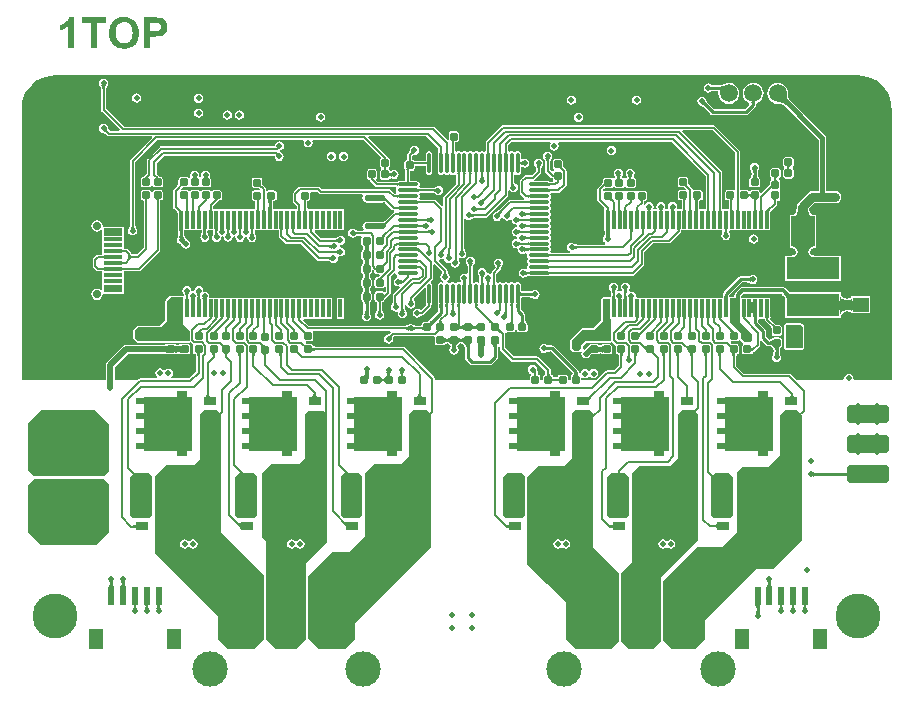
<source format=gtl>
G04 Layer_Physical_Order=1*
G04 Layer_Color=255*
%FSLAX25Y25*%
%MOIN*%
G70*
G01*
G75*
G04:AMPARAMS|DCode=10|XSize=23.62mil|YSize=25.59mil|CornerRadius=2.95mil|HoleSize=0mil|Usage=FLASHONLY|Rotation=270.000|XOffset=0mil|YOffset=0mil|HoleType=Round|Shape=RoundedRectangle|*
%AMROUNDEDRECTD10*
21,1,0.02362,0.01968,0,0,270.0*
21,1,0.01772,0.02559,0,0,270.0*
1,1,0.00591,-0.00984,-0.00886*
1,1,0.00591,-0.00984,0.00886*
1,1,0.00591,0.00984,0.00886*
1,1,0.00591,0.00984,-0.00886*
%
%ADD10ROUNDEDRECTD10*%
%ADD11R,0.17716X0.07480*%
%ADD12R,0.03937X0.02953*%
%ADD13R,0.04252X0.02284*%
%ADD14R,0.16142X0.18110*%
%ADD15R,0.03563X0.03543*%
%ADD16O,0.07087X0.01968*%
G04:AMPARAMS|DCode=17|XSize=250mil|YSize=133.86mil|CornerRadius=16.73mil|HoleSize=0mil|Usage=FLASHONLY|Rotation=0.000|XOffset=0mil|YOffset=0mil|HoleType=Round|Shape=RoundedRectangle|*
%AMROUNDEDRECTD17*
21,1,0.25000,0.10039,0,0,0.0*
21,1,0.21654,0.13386,0,0,0.0*
1,1,0.03347,0.10827,-0.05020*
1,1,0.03347,-0.10827,-0.05020*
1,1,0.03347,-0.10827,0.05020*
1,1,0.03347,0.10827,0.05020*
%
%ADD17ROUNDEDRECTD17*%
%ADD18R,0.01181X0.06102*%
%ADD19R,0.06299X0.01181*%
%ADD20O,0.01102X0.07070*%
%ADD21O,0.07070X0.01102*%
%ADD22C,0.05905*%
G04:AMPARAMS|DCode=23|XSize=23.62mil|YSize=25.59mil|CornerRadius=2.95mil|HoleSize=0mil|Usage=FLASHONLY|Rotation=180.000|XOffset=0mil|YOffset=0mil|HoleType=Round|Shape=RoundedRectangle|*
%AMROUNDEDRECTD23*
21,1,0.02362,0.01968,0,0,180.0*
21,1,0.01772,0.02559,0,0,180.0*
1,1,0.00591,-0.00886,0.00984*
1,1,0.00591,0.00886,0.00984*
1,1,0.00591,0.00886,-0.00984*
1,1,0.00591,-0.00886,-0.00984*
%
%ADD23ROUNDEDRECTD23*%
%ADD24R,0.04724X0.07087*%
%ADD25R,0.02362X0.06102*%
G04:AMPARAMS|DCode=26|XSize=59.05mil|YSize=137.8mil|CornerRadius=7.38mil|HoleSize=0mil|Usage=FLASHONLY|Rotation=90.000|XOffset=0mil|YOffset=0mil|HoleType=Round|Shape=RoundedRectangle|*
%AMROUNDEDRECTD26*
21,1,0.05905,0.12303,0,0,90.0*
21,1,0.04429,0.13780,0,0,90.0*
1,1,0.01476,0.06152,0.02215*
1,1,0.01476,0.06152,-0.02215*
1,1,0.01476,-0.06152,-0.02215*
1,1,0.01476,-0.06152,0.02215*
%
%ADD26ROUNDEDRECTD26*%
%ADD27R,0.05512X0.04724*%
%ADD28R,0.07874X0.09842*%
%ADD29C,0.00600*%
%ADD30C,0.00800*%
%ADD31C,0.01000*%
%ADD32C,0.02000*%
%ADD33C,0.01500*%
%ADD34C,0.03000*%
%ADD35C,0.01200*%
G04:AMPARAMS|DCode=36|XSize=157.48mil|YSize=236.22mil|CornerRadius=39.37mil|HoleSize=0mil|Usage=FLASHONLY|Rotation=270.000|XOffset=0mil|YOffset=0mil|HoleType=Round|Shape=RoundedRectangle|*
%AMROUNDEDRECTD36*
21,1,0.15748,0.15748,0,0,270.0*
21,1,0.07874,0.23622,0,0,270.0*
1,1,0.07874,-0.07874,-0.03937*
1,1,0.07874,-0.07874,0.03937*
1,1,0.07874,0.07874,0.03937*
1,1,0.07874,0.07874,-0.03937*
%
%ADD36ROUNDEDRECTD36*%
%ADD37C,0.11811*%
%ADD38O,0.09842X0.19685*%
%ADD39C,0.02756*%
%ADD40O,0.07087X0.04724*%
%ADD41O,0.07874X0.04724*%
%ADD42C,0.14961*%
%ADD43C,0.02000*%
%ADD44C,0.01968*%
G36*
X121689Y-67754D02*
X121719Y-67785D01*
X121755Y-67812D01*
X121797Y-67835D01*
X121846Y-67855D01*
X121902Y-67871D01*
X121964Y-67884D01*
X122032Y-67893D01*
X122107Y-67898D01*
X122189Y-67900D01*
Y-68500D01*
X122107Y-68502D01*
X121964Y-68516D01*
X121902Y-68529D01*
X121846Y-68545D01*
X121797Y-68565D01*
X121755Y-68588D01*
X121719Y-68615D01*
X121689Y-68646D01*
X121666Y-68680D01*
Y-67720D01*
X121689Y-67754D01*
D02*
G37*
G36*
X104326Y-67670D02*
X104350Y-67980D01*
X104370Y-68121D01*
X104397Y-68251D01*
X104429Y-68372D01*
X104467Y-68483D01*
X104511Y-68584D01*
X104560Y-68674D01*
X104616Y-68755D01*
X103031D01*
X103087Y-68674D01*
X103137Y-68584D01*
X103180Y-68483D01*
X103218Y-68372D01*
X103251Y-68251D01*
X103277Y-68121D01*
X103297Y-67980D01*
X103321Y-67670D01*
X103324Y-67499D01*
X104324D01*
X104326Y-67670D01*
D02*
G37*
G36*
X150556Y-67655D02*
X150549Y-69121D01*
X149060Y-68551D01*
X149230Y-68440D01*
X149517Y-68220D01*
X149634Y-68110D01*
X149732Y-68002D01*
X149813Y-67894D01*
X149875Y-67787D01*
X149920Y-67681D01*
X149947Y-67575D01*
X149956Y-67470D01*
X150556Y-67655D01*
D02*
G37*
G36*
X132844Y-66636D02*
X132859Y-66775D01*
X132883Y-66913D01*
X132918Y-67049D01*
X132962Y-67184D01*
X133016Y-67318D01*
X133080Y-67451D01*
X133154Y-67582D01*
X133238Y-67712D01*
X133332Y-67840D01*
X131747D01*
X131840Y-67712D01*
X131924Y-67582D01*
X131998Y-67451D01*
X132062Y-67318D01*
X132116Y-67184D01*
X132160Y-67049D01*
X132195Y-66913D01*
X132219Y-66775D01*
X132234Y-66636D01*
X132239Y-66496D01*
X132839D01*
X132844Y-66636D01*
D02*
G37*
G36*
X261582Y-62202D02*
X261690Y-62585D01*
X261870Y-62922D01*
X262122Y-63215D01*
X262446Y-63463D01*
X262842Y-63665D01*
X263310Y-63823D01*
X263843Y-63934D01*
X264449Y-63884D01*
X264845Y-63805D01*
X265169Y-63708D01*
X265421Y-63593D01*
X265601Y-63460D01*
X265709Y-63310D01*
X265745Y-63143D01*
Y-67843D01*
X265709Y-67688D01*
X265601Y-67549D01*
X265421Y-67426D01*
X265169Y-67320D01*
X264845Y-67230D01*
X264449Y-67156D01*
X263983Y-67099D01*
X263850Y-67113D01*
X263310Y-67224D01*
X262842Y-67378D01*
X262446Y-67576D01*
X262122Y-67819D01*
X261870Y-68106D01*
X261690Y-68437D01*
X261582Y-68812D01*
X261546Y-69231D01*
Y-61774D01*
X261582Y-62202D01*
D02*
G37*
G36*
X108459Y-67086D02*
X108474Y-67225D01*
X108499Y-67363D01*
X108533Y-67499D01*
X108577Y-67634D01*
X108632Y-67768D01*
X108696Y-67900D01*
X108770Y-68032D01*
X108853Y-68161D01*
X108947Y-68290D01*
X107362D01*
X107456Y-68161D01*
X107539Y-68032D01*
X107613Y-67900D01*
X107677Y-67768D01*
X107731Y-67634D01*
X107775Y-67499D01*
X107810Y-67363D01*
X107835Y-67225D01*
X107849Y-67086D01*
X107854Y-66946D01*
X108454D01*
X108459Y-67086D01*
D02*
G37*
G36*
X196554Y-69692D02*
X196507Y-69709D01*
X196465Y-69738D01*
X196429Y-69778D01*
X196399Y-69830D01*
X196374Y-69893D01*
X196354Y-69967D01*
X196340Y-70053D01*
X196332Y-70151D01*
X196329Y-70260D01*
X195729D01*
X195726Y-70151D01*
X195718Y-70053D01*
X195704Y-69967D01*
X195685Y-69893D01*
X195659Y-69830D01*
X195629Y-69778D01*
X195592Y-69738D01*
X195551Y-69709D01*
X195503Y-69692D01*
X195450Y-69686D01*
X196607D01*
X196554Y-69692D01*
D02*
G37*
G36*
X222146Y-69693D02*
X222098Y-69712D01*
X222057Y-69744D01*
X222020Y-69789D01*
X221990Y-69847D01*
X221965Y-69918D01*
X221945Y-70002D01*
X221931Y-70099D01*
X221923Y-70209D01*
X221920Y-70331D01*
X221320D01*
X221317Y-70209D01*
X221309Y-70099D01*
X221295Y-70002D01*
X221276Y-69918D01*
X221251Y-69847D01*
X221220Y-69789D01*
X221184Y-69744D01*
X221142Y-69712D01*
X221094Y-69693D01*
X221042Y-69686D01*
X222199D01*
X222146Y-69693D01*
D02*
G37*
G36*
X237894Y-69693D02*
X237846Y-69714D01*
X237805Y-69749D01*
X237768Y-69797D01*
X237738Y-69859D01*
X237713Y-69936D01*
X237693Y-70026D01*
X237679Y-70130D01*
X237671Y-70248D01*
X237668Y-70379D01*
X237068D01*
X237065Y-70248D01*
X237043Y-70026D01*
X237024Y-69936D01*
X236999Y-69859D01*
X236968Y-69797D01*
X236932Y-69749D01*
X236890Y-69714D01*
X236842Y-69693D01*
X236790Y-69686D01*
X237947D01*
X237894Y-69693D01*
D02*
G37*
G36*
X54210Y-69690D02*
X54186Y-69702D01*
X54166Y-69723D01*
X54147Y-69751D01*
X54132Y-69788D01*
X54119Y-69832D01*
X54110Y-69885D01*
X54103Y-69946D01*
X54098Y-70015D01*
X54097Y-70092D01*
X53497D01*
X53496Y-70015D01*
X53485Y-69885D01*
X53475Y-69832D01*
X53462Y-69788D01*
X53447Y-69751D01*
X53429Y-69723D01*
X53408Y-69702D01*
X53384Y-69690D01*
X53358Y-69686D01*
X54237D01*
X54210Y-69690D01*
D02*
G37*
G36*
X200491Y-69691D02*
X200444Y-69708D01*
X200402Y-69734D01*
X200366Y-69772D01*
X200336Y-69820D01*
X200311Y-69878D01*
X200291Y-69948D01*
X200277Y-70028D01*
X200269Y-70118D01*
X200266Y-70220D01*
X199666D01*
X199663Y-70118D01*
X199655Y-70028D01*
X199641Y-69948D01*
X199621Y-69878D01*
X199596Y-69820D01*
X199566Y-69772D01*
X199529Y-69734D01*
X199488Y-69708D01*
X199440Y-69691D01*
X199387Y-69686D01*
X200544D01*
X200491Y-69691D01*
D02*
G37*
G36*
X58259Y-69692D02*
X58212Y-69709D01*
X58170Y-69737D01*
X58134Y-69777D01*
X58104Y-69828D01*
X58079Y-69891D01*
X58059Y-69965D01*
X58045Y-70050D01*
X58037Y-70147D01*
X58034Y-70255D01*
X57434D01*
X57431Y-70147D01*
X57423Y-70050D01*
X57409Y-69965D01*
X57389Y-69891D01*
X57364Y-69828D01*
X57334Y-69777D01*
X57297Y-69737D01*
X57256Y-69709D01*
X57208Y-69692D01*
X57155Y-69686D01*
X58312D01*
X58259Y-69692D01*
D02*
G37*
G36*
X116094Y-66586D02*
X116109Y-66725D01*
X116133Y-66863D01*
X116168Y-66999D01*
X116212Y-67134D01*
X116266Y-67268D01*
X116330Y-67400D01*
X116404Y-67532D01*
X116488Y-67661D01*
X116581Y-67790D01*
X114997D01*
X115090Y-67661D01*
X115174Y-67532D01*
X115248Y-67400D01*
X115312Y-67268D01*
X115366Y-67134D01*
X115410Y-66999D01*
X115445Y-66863D01*
X115469Y-66725D01*
X115484Y-66586D01*
X115489Y-66446D01*
X116089D01*
X116094Y-66586D01*
D02*
G37*
G36*
X148756Y-65230D02*
X148720Y-65302D01*
X148689Y-65381D01*
X148662Y-65467D01*
X148639Y-65560D01*
X148620Y-65659D01*
X148595Y-65877D01*
X148589Y-65996D01*
X148587Y-66122D01*
X147987D01*
X147985Y-65996D01*
X147968Y-65764D01*
X147954Y-65659D01*
X147912Y-65467D01*
X147885Y-65381D01*
X147854Y-65302D01*
X147819Y-65230D01*
X147779Y-65165D01*
X148795D01*
X148756Y-65230D01*
D02*
G37*
G36*
X133008D02*
X132972Y-65302D01*
X132941Y-65381D01*
X132914Y-65467D01*
X132891Y-65560D01*
X132872Y-65659D01*
X132847Y-65877D01*
X132841Y-65996D01*
X132839Y-66122D01*
X132239D01*
X132237Y-65996D01*
X132220Y-65764D01*
X132206Y-65659D01*
X132164Y-65467D01*
X132137Y-65381D01*
X132106Y-65302D01*
X132071Y-65230D01*
X132031Y-65165D01*
X133047D01*
X133008Y-65230D01*
D02*
G37*
G36*
X152711Y-65205D02*
X152693Y-65261D01*
X152677Y-65333D01*
X152663Y-65421D01*
X152641Y-65646D01*
X152625Y-66102D01*
X152624Y-66286D01*
X151824D01*
X151823Y-66102D01*
X151771Y-65333D01*
X151755Y-65261D01*
X151737Y-65205D01*
X151716Y-65165D01*
X152732D01*
X152711Y-65205D01*
D02*
G37*
G36*
X104802Y-63972D02*
X104701Y-64066D01*
X104613Y-64170D01*
X104536Y-64283D01*
X104471Y-64407D01*
X104418Y-64540D01*
X104377Y-64684D01*
X104347Y-64837D01*
X104330Y-65000D01*
X104324Y-65173D01*
X103324D01*
X103318Y-65000D01*
X103300Y-64837D01*
X103270Y-64684D01*
X103229Y-64540D01*
X103176Y-64407D01*
X103111Y-64283D01*
X103034Y-64170D01*
X102946Y-64066D01*
X102846Y-63972D01*
X102734Y-63889D01*
X104914D01*
X104802Y-63972D01*
D02*
G37*
G36*
X113695Y-64355D02*
X113711Y-64489D01*
X113740Y-64623D01*
X113779Y-64756D01*
X113829Y-64890D01*
X113891Y-65022D01*
X113964Y-65155D01*
X114048Y-65287D01*
X114143Y-65420D01*
X114250Y-65551D01*
X112667Y-65631D01*
X112747Y-65507D01*
X112819Y-65382D01*
X112882Y-65253D01*
X112937Y-65123D01*
X112984Y-64989D01*
X113021Y-64853D01*
X113051Y-64715D01*
X113072Y-64574D01*
X113085Y-64430D01*
X113089Y-64284D01*
X113689Y-64220D01*
X113695Y-64355D01*
D02*
G37*
G36*
X150724Y-65230D02*
X150689Y-65302D01*
X150658Y-65381D01*
X150631Y-65467D01*
X150608Y-65560D01*
X150589Y-65659D01*
X150564Y-65877D01*
X150558Y-65996D01*
X150556Y-66122D01*
X149956D01*
X149954Y-65996D01*
X149937Y-65764D01*
X149923Y-65659D01*
X149881Y-65467D01*
X149854Y-65381D01*
X149823Y-65302D01*
X149788Y-65230D01*
X149748Y-65165D01*
X150764D01*
X150724Y-65230D01*
D02*
G37*
G36*
X154700Y-65179D02*
X154698Y-65217D01*
X154693Y-66376D01*
X153693D01*
X153685Y-65165D01*
X154701D01*
X154700Y-65179D01*
D02*
G37*
G36*
X129109D02*
X129107Y-65217D01*
X129102Y-66376D01*
X128102D01*
X128094Y-65165D01*
X129110D01*
X129109Y-65179D01*
D02*
G37*
G36*
X148499Y-67514D02*
X148457Y-67557D01*
X148292Y-67743D01*
X148287Y-67754D01*
X148287Y-67760D01*
X147829Y-67302D01*
X147835Y-67302D01*
X147846Y-67297D01*
X147861Y-67287D01*
X147879Y-67273D01*
X147928Y-67231D01*
X148075Y-67090D01*
X148499Y-67514D01*
D02*
G37*
G36*
X140901Y-65205D02*
X140882Y-65261D01*
X140866Y-65333D01*
X140852Y-65421D01*
X140830Y-65646D01*
X140814Y-66102D01*
X140813Y-66286D01*
X140013D01*
X140012Y-66102D01*
X139960Y-65333D01*
X139944Y-65261D01*
X139926Y-65205D01*
X139905Y-65165D01*
X140921D01*
X140901Y-65205D01*
D02*
G37*
G36*
X135001Y-65196D02*
X134988Y-65244D01*
X134977Y-65310D01*
X134967Y-65392D01*
X134946Y-65740D01*
X134939Y-66240D01*
X134139Y-66316D01*
X134138Y-66135D01*
X134089Y-65449D01*
X134071Y-65355D01*
X134050Y-65277D01*
X134027Y-65214D01*
X134000Y-65165D01*
X135016D01*
X135001Y-65196D01*
D02*
G37*
G36*
X131052Y-65214D02*
X131029Y-65278D01*
X131008Y-65356D01*
X130990Y-65450D01*
X130962Y-65680D01*
X130945Y-65969D01*
X130939Y-66317D01*
X130139Y-66238D01*
X130138Y-66055D01*
X130090Y-65244D01*
X130078Y-65196D01*
X130063Y-65165D01*
X131079D01*
X131052Y-65214D01*
D02*
G37*
G36*
X220176Y-69693D02*
X220129Y-69715D01*
X220087Y-69751D01*
X220051Y-69801D01*
X220021Y-69866D01*
X219996Y-69945D01*
X219976Y-70039D01*
X219962Y-70147D01*
X219954Y-70269D01*
X219951Y-70406D01*
X219351D01*
X219348Y-70269D01*
X219326Y-70039D01*
X219306Y-69945D01*
X219281Y-69866D01*
X219251Y-69801D01*
X219214Y-69751D01*
X219173Y-69715D01*
X219125Y-69693D01*
X219072Y-69686D01*
X220229D01*
X220176Y-69693D01*
D02*
G37*
G36*
X72040D02*
X71992Y-69715D01*
X71951Y-69751D01*
X71914Y-69801D01*
X71884Y-69866D01*
X71859Y-69945D01*
X71839Y-70039D01*
X71825Y-70147D01*
X71817Y-70269D01*
X71814Y-70406D01*
X71214D01*
X71211Y-70269D01*
X71189Y-70039D01*
X71170Y-69945D01*
X71144Y-69866D01*
X71114Y-69801D01*
X71078Y-69751D01*
X71036Y-69715D01*
X70989Y-69693D01*
X70936Y-69686D01*
X72093D01*
X72040Y-69693D01*
D02*
G37*
G36*
X70070D02*
X70023Y-69715D01*
X69981Y-69751D01*
X69945Y-69801D01*
X69915Y-69866D01*
X69890Y-69945D01*
X69870Y-70039D01*
X69856Y-70147D01*
X69848Y-70269D01*
X69845Y-70406D01*
X69245D01*
X69242Y-70269D01*
X69220Y-70039D01*
X69200Y-69945D01*
X69175Y-69866D01*
X69145Y-69801D01*
X69108Y-69751D01*
X69067Y-69715D01*
X69019Y-69693D01*
X68966Y-69686D01*
X70123D01*
X70070Y-69693D01*
D02*
G37*
G36*
X68103D02*
X68055Y-69715D01*
X68014Y-69751D01*
X67977Y-69801D01*
X67947Y-69866D01*
X67922Y-69945D01*
X67902Y-70039D01*
X67888Y-70147D01*
X67880Y-70269D01*
X67877Y-70406D01*
X67277D01*
X67274Y-70269D01*
X67252Y-70039D01*
X67233Y-69945D01*
X67207Y-69866D01*
X67177Y-69801D01*
X67141Y-69751D01*
X67099Y-69715D01*
X67052Y-69693D01*
X66999Y-69686D01*
X68156D01*
X68103Y-69693D01*
D02*
G37*
G36*
X77944D02*
X77897Y-69715D01*
X77855Y-69751D01*
X77819Y-69801D01*
X77789Y-69866D01*
X77764Y-69945D01*
X77744Y-70039D01*
X77730Y-70147D01*
X77722Y-70269D01*
X77719Y-70406D01*
X77119D01*
X77116Y-70269D01*
X77094Y-70039D01*
X77074Y-69945D01*
X77049Y-69866D01*
X77019Y-69801D01*
X76982Y-69751D01*
X76941Y-69715D01*
X76893Y-69693D01*
X76840Y-69686D01*
X77997D01*
X77944Y-69693D01*
D02*
G37*
G36*
X75977D02*
X75929Y-69715D01*
X75888Y-69751D01*
X75851Y-69801D01*
X75821Y-69866D01*
X75796Y-69945D01*
X75776Y-70039D01*
X75762Y-70147D01*
X75754Y-70269D01*
X75751Y-70406D01*
X75151D01*
X75148Y-70269D01*
X75126Y-70039D01*
X75107Y-69945D01*
X75081Y-69866D01*
X75051Y-69801D01*
X75015Y-69751D01*
X74973Y-69715D01*
X74926Y-69693D01*
X74873Y-69686D01*
X76030D01*
X75977Y-69693D01*
D02*
G37*
G36*
X74007D02*
X73960Y-69715D01*
X73918Y-69751D01*
X73882Y-69801D01*
X73852Y-69866D01*
X73827Y-69945D01*
X73807Y-70039D01*
X73793Y-70147D01*
X73785Y-70269D01*
X73782Y-70406D01*
X73182D01*
X73179Y-70269D01*
X73157Y-70039D01*
X73137Y-69945D01*
X73112Y-69866D01*
X73082Y-69801D01*
X73045Y-69751D01*
X73004Y-69715D01*
X72956Y-69693D01*
X72903Y-69686D01*
X74060D01*
X74007Y-69693D01*
D02*
G37*
G36*
X60229D02*
X60181Y-69715D01*
X60140Y-69751D01*
X60103Y-69801D01*
X60073Y-69866D01*
X60048Y-69945D01*
X60028Y-70039D01*
X60014Y-70147D01*
X60006Y-70269D01*
X60003Y-70406D01*
X59403D01*
X59400Y-70269D01*
X59378Y-70039D01*
X59359Y-69945D01*
X59333Y-69866D01*
X59303Y-69801D01*
X59267Y-69751D01*
X59225Y-69715D01*
X59178Y-69693D01*
X59125Y-69686D01*
X60282D01*
X60229Y-69693D01*
D02*
G37*
G36*
X233995Y-69698D02*
X233981Y-69734D01*
X233970Y-69794D01*
X233959Y-69878D01*
X233944Y-70118D01*
X233931Y-70886D01*
X232931D01*
X232930Y-70658D01*
X232868Y-69698D01*
X232853Y-69686D01*
X234010D01*
X233995Y-69698D01*
D02*
G37*
G36*
X128844Y-70976D02*
X128863Y-71143D01*
X128895Y-71290D01*
X128940Y-71418D01*
X128997Y-71526D01*
X129067Y-71615D01*
X129150Y-71683D01*
X129246Y-71732D01*
X129354Y-71762D01*
X129475Y-71772D01*
X127400D01*
X127521Y-71762D01*
X127629Y-71732D01*
X127725Y-71683D01*
X127808Y-71615D01*
X127878Y-71526D01*
X127936Y-71418D01*
X127980Y-71290D01*
X128012Y-71143D01*
X128031Y-70976D01*
X128038Y-70789D01*
X128838D01*
X128844Y-70976D01*
D02*
G37*
G36*
X66133Y-69693D02*
X66086Y-69715D01*
X66044Y-69751D01*
X66008Y-69801D01*
X65978Y-69866D01*
X65953Y-69945D01*
X65933Y-70039D01*
X65919Y-70147D01*
X65911Y-70269D01*
X65908Y-70406D01*
X65308D01*
X65305Y-70269D01*
X65283Y-70039D01*
X65263Y-69945D01*
X65238Y-69866D01*
X65208Y-69801D01*
X65171Y-69751D01*
X65130Y-69715D01*
X65082Y-69693D01*
X65029Y-69686D01*
X66186D01*
X66133Y-69693D01*
D02*
G37*
G36*
X64166D02*
X64118Y-69715D01*
X64077Y-69751D01*
X64040Y-69801D01*
X64010Y-69866D01*
X63985Y-69945D01*
X63965Y-70039D01*
X63951Y-70147D01*
X63943Y-70269D01*
X63940Y-70406D01*
X63340D01*
X63337Y-70269D01*
X63315Y-70039D01*
X63296Y-69945D01*
X63270Y-69866D01*
X63240Y-69801D01*
X63204Y-69751D01*
X63162Y-69715D01*
X63115Y-69693D01*
X63062Y-69686D01*
X64219D01*
X64166Y-69693D01*
D02*
G37*
G36*
X62196D02*
X62149Y-69715D01*
X62107Y-69751D01*
X62071Y-69801D01*
X62041Y-69866D01*
X62016Y-69945D01*
X61996Y-70039D01*
X61982Y-70147D01*
X61974Y-70269D01*
X61971Y-70406D01*
X61371D01*
X61368Y-70269D01*
X61346Y-70039D01*
X61326Y-69945D01*
X61301Y-69866D01*
X61271Y-69801D01*
X61234Y-69751D01*
X61193Y-69715D01*
X61145Y-69693D01*
X61092Y-69686D01*
X62249D01*
X62196Y-69693D01*
D02*
G37*
G36*
X79914D02*
X79866Y-69715D01*
X79825Y-69751D01*
X79788Y-69801D01*
X79758Y-69866D01*
X79733Y-69945D01*
X79713Y-70039D01*
X79699Y-70147D01*
X79691Y-70269D01*
X79688Y-70406D01*
X79088D01*
X79085Y-70269D01*
X79063Y-70039D01*
X79044Y-69945D01*
X79018Y-69866D01*
X78988Y-69801D01*
X78952Y-69751D01*
X78910Y-69715D01*
X78863Y-69693D01*
X78810Y-69686D01*
X79967D01*
X79914Y-69693D01*
D02*
G37*
G36*
X212302D02*
X212255Y-69715D01*
X212213Y-69751D01*
X212177Y-69801D01*
X212147Y-69866D01*
X212122Y-69945D01*
X212102Y-70039D01*
X212088Y-70147D01*
X212080Y-70269D01*
X212077Y-70406D01*
X211477D01*
X211474Y-70269D01*
X211452Y-70039D01*
X211433Y-69945D01*
X211407Y-69866D01*
X211377Y-69801D01*
X211340Y-69751D01*
X211299Y-69715D01*
X211251Y-69693D01*
X211198Y-69686D01*
X212355D01*
X212302Y-69693D01*
D02*
G37*
G36*
X210335D02*
X210287Y-69715D01*
X210246Y-69751D01*
X210209Y-69801D01*
X210179Y-69866D01*
X210154Y-69945D01*
X210134Y-70039D01*
X210120Y-70147D01*
X210112Y-70269D01*
X210109Y-70406D01*
X209509D01*
X209506Y-70269D01*
X209484Y-70039D01*
X209465Y-69945D01*
X209439Y-69866D01*
X209409Y-69801D01*
X209373Y-69751D01*
X209331Y-69715D01*
X209283Y-69693D01*
X209231Y-69686D01*
X210388D01*
X210335Y-69693D01*
D02*
G37*
G36*
X208365D02*
X208318Y-69715D01*
X208276Y-69751D01*
X208240Y-69801D01*
X208210Y-69866D01*
X208185Y-69945D01*
X208165Y-70039D01*
X208151Y-70147D01*
X208143Y-70269D01*
X208140Y-70406D01*
X207540D01*
X207537Y-70269D01*
X207515Y-70039D01*
X207495Y-69945D01*
X207470Y-69866D01*
X207440Y-69801D01*
X207403Y-69751D01*
X207362Y-69715D01*
X207314Y-69693D01*
X207261Y-69686D01*
X208418D01*
X208365Y-69693D01*
D02*
G37*
G36*
X218209D02*
X218161Y-69715D01*
X218120Y-69751D01*
X218083Y-69801D01*
X218053Y-69866D01*
X218028Y-69945D01*
X218008Y-70039D01*
X217994Y-70147D01*
X217986Y-70269D01*
X217983Y-70406D01*
X217383D01*
X217380Y-70269D01*
X217358Y-70039D01*
X217339Y-69945D01*
X217314Y-69866D01*
X217283Y-69801D01*
X217247Y-69751D01*
X217205Y-69715D01*
X217158Y-69693D01*
X217105Y-69686D01*
X218262D01*
X218209Y-69693D01*
D02*
G37*
G36*
X216239D02*
X216192Y-69715D01*
X216150Y-69751D01*
X216114Y-69801D01*
X216084Y-69866D01*
X216059Y-69945D01*
X216039Y-70039D01*
X216025Y-70147D01*
X216017Y-70269D01*
X216014Y-70406D01*
X215414D01*
X215411Y-70269D01*
X215389Y-70039D01*
X215370Y-69945D01*
X215344Y-69866D01*
X215314Y-69801D01*
X215277Y-69751D01*
X215236Y-69715D01*
X215188Y-69693D01*
X215135Y-69686D01*
X216292D01*
X216239Y-69693D01*
D02*
G37*
G36*
X214272D02*
X214224Y-69715D01*
X214183Y-69751D01*
X214146Y-69801D01*
X214116Y-69866D01*
X214091Y-69945D01*
X214071Y-70039D01*
X214057Y-70147D01*
X214049Y-70269D01*
X214046Y-70406D01*
X213446D01*
X213443Y-70269D01*
X213421Y-70039D01*
X213402Y-69945D01*
X213376Y-69866D01*
X213346Y-69801D01*
X213310Y-69751D01*
X213268Y-69715D01*
X213221Y-69693D01*
X213168Y-69686D01*
X214325D01*
X214272Y-69693D01*
D02*
G37*
G36*
X198524D02*
X198476Y-69715D01*
X198435Y-69751D01*
X198398Y-69801D01*
X198368Y-69866D01*
X198343Y-69945D01*
X198323Y-70039D01*
X198309Y-70147D01*
X198301Y-70269D01*
X198298Y-70406D01*
X197698D01*
X197695Y-70269D01*
X197673Y-70039D01*
X197654Y-69945D01*
X197628Y-69866D01*
X197598Y-69801D01*
X197562Y-69751D01*
X197520Y-69715D01*
X197473Y-69693D01*
X197420Y-69686D01*
X198577D01*
X198524Y-69693D01*
D02*
G37*
G36*
X194587D02*
X194539Y-69715D01*
X194498Y-69751D01*
X194461Y-69801D01*
X194431Y-69866D01*
X194406Y-69945D01*
X194386Y-70039D01*
X194372Y-70147D01*
X194364Y-70269D01*
X194361Y-70406D01*
X193761D01*
X193758Y-70269D01*
X193736Y-70039D01*
X193717Y-69945D01*
X193692Y-69866D01*
X193661Y-69801D01*
X193625Y-69751D01*
X193583Y-69715D01*
X193535Y-69693D01*
X193483Y-69686D01*
X194640D01*
X194587Y-69693D01*
D02*
G37*
G36*
X81881D02*
X81834Y-69715D01*
X81792Y-69751D01*
X81756Y-69801D01*
X81726Y-69866D01*
X81701Y-69945D01*
X81681Y-70039D01*
X81667Y-70147D01*
X81659Y-70269D01*
X81656Y-70406D01*
X81056D01*
X81053Y-70269D01*
X81031Y-70039D01*
X81011Y-69945D01*
X80986Y-69866D01*
X80956Y-69801D01*
X80919Y-69751D01*
X80878Y-69715D01*
X80830Y-69693D01*
X80777Y-69686D01*
X81934D01*
X81881Y-69693D01*
D02*
G37*
G36*
X206398D02*
X206350Y-69715D01*
X206309Y-69751D01*
X206272Y-69801D01*
X206242Y-69866D01*
X206217Y-69945D01*
X206197Y-70039D01*
X206183Y-70147D01*
X206175Y-70269D01*
X206172Y-70406D01*
X205572D01*
X205569Y-70269D01*
X205547Y-70039D01*
X205528Y-69945D01*
X205503Y-69866D01*
X205472Y-69801D01*
X205436Y-69751D01*
X205394Y-69715D01*
X205346Y-69693D01*
X205294Y-69686D01*
X206451D01*
X206398Y-69693D01*
D02*
G37*
G36*
X204428D02*
X204381Y-69715D01*
X204339Y-69751D01*
X204303Y-69801D01*
X204273Y-69866D01*
X204248Y-69945D01*
X204228Y-70039D01*
X204214Y-70147D01*
X204206Y-70269D01*
X204203Y-70406D01*
X203603D01*
X203600Y-70269D01*
X203578Y-70039D01*
X203558Y-69945D01*
X203533Y-69866D01*
X203503Y-69801D01*
X203466Y-69751D01*
X203425Y-69715D01*
X203377Y-69693D01*
X203324Y-69686D01*
X204481D01*
X204428Y-69693D01*
D02*
G37*
G36*
X202461D02*
X202413Y-69715D01*
X202372Y-69751D01*
X202335Y-69801D01*
X202305Y-69866D01*
X202280Y-69945D01*
X202260Y-70039D01*
X202246Y-70147D01*
X202238Y-70269D01*
X202235Y-70406D01*
X201635D01*
X201632Y-70269D01*
X201610Y-70039D01*
X201591Y-69945D01*
X201566Y-69866D01*
X201535Y-69801D01*
X201499Y-69751D01*
X201457Y-69715D01*
X201410Y-69693D01*
X201357Y-69686D01*
X202514D01*
X202461Y-69693D01*
D02*
G37*
G36*
X18079Y-125252D02*
X18079Y-141252D01*
X13679Y-145652D01*
X-4521Y-145652D01*
X-9021Y-141152D01*
X-9021Y-125652D01*
X-7021Y-123652D01*
X16479Y-123652D01*
X18079Y-125252D01*
D02*
G37*
G36*
X164539Y-54416D02*
X164611Y-54451D01*
X164690Y-54483D01*
X164776Y-54510D01*
X164868Y-54532D01*
X164967Y-54551D01*
X165186Y-54576D01*
X165305Y-54582D01*
X165431Y-54584D01*
Y-55185D01*
X165305Y-55187D01*
X165073Y-55203D01*
X164967Y-55218D01*
X164776Y-55259D01*
X164690Y-55286D01*
X164611Y-55317D01*
X164539Y-55353D01*
X164473Y-55392D01*
Y-54377D01*
X164539Y-54416D01*
D02*
G37*
G36*
X156812Y-54186D02*
X156942Y-54269D01*
X157073Y-54343D01*
X157205Y-54407D01*
X157339Y-54461D01*
X157474Y-54506D01*
X157611Y-54540D01*
X157628Y-54543D01*
X157782Y-54510D01*
X157868Y-54483D01*
X157947Y-54451D01*
X158019Y-54416D01*
X158085Y-54377D01*
Y-55392D01*
X158019Y-55353D01*
X157947Y-55317D01*
X157868Y-55286D01*
X157782Y-55259D01*
X157690Y-55237D01*
X157631Y-55225D01*
X157611Y-55229D01*
X157474Y-55263D01*
X157339Y-55308D01*
X157205Y-55362D01*
X157073Y-55426D01*
X156942Y-55500D01*
X156812Y-55583D01*
X156683Y-55677D01*
Y-54092D01*
X156812Y-54186D01*
D02*
G37*
G36*
X120968Y-52544D02*
X120993Y-52559D01*
X121026Y-52572D01*
X121069Y-52584D01*
X121119Y-52593D01*
X121179Y-52601D01*
X121324Y-52612D01*
X121504Y-52615D01*
Y-53215D01*
X121410Y-53216D01*
X121119Y-53238D01*
X121069Y-53247D01*
X121026Y-53259D01*
X120993Y-53272D01*
X120968Y-53287D01*
X120952Y-53304D01*
Y-52527D01*
X120968Y-52544D01*
D02*
G37*
G36*
X164539Y-52447D02*
X164611Y-52482D01*
X164690Y-52514D01*
X164776Y-52541D01*
X164868Y-52564D01*
X164967Y-52582D01*
X165186Y-52607D01*
X165305Y-52613D01*
X165431Y-52615D01*
Y-53215D01*
X165305Y-53218D01*
X165073Y-53234D01*
X164967Y-53249D01*
X164776Y-53290D01*
X164690Y-53317D01*
X164611Y-53348D01*
X164539Y-53384D01*
X164473Y-53423D01*
Y-52408D01*
X164539Y-52447D01*
D02*
G37*
G36*
X238824Y-157457D02*
X238775Y-157548D01*
X238731Y-157649D01*
X238693Y-157759D01*
X238661Y-157880D01*
X238634Y-158011D01*
X238614Y-158151D01*
X238594Y-158410D01*
X238614Y-158613D01*
X238648Y-158793D01*
X238695Y-158949D01*
X238755Y-159081D01*
X238828Y-159189D01*
X238915Y-159273D01*
X239016Y-159333D01*
X239129Y-159369D01*
X239257Y-159381D01*
X236918D01*
X237046Y-159369D01*
X237159Y-159333D01*
X237260Y-159273D01*
X237347Y-159189D01*
X237420Y-159081D01*
X237480Y-158949D01*
X237527Y-158793D01*
X237561Y-158613D01*
X237581Y-158410D01*
X237561Y-158151D01*
X237541Y-158011D01*
X237514Y-157880D01*
X237482Y-157759D01*
X237444Y-157649D01*
X237400Y-157548D01*
X237351Y-157457D01*
X237295Y-157376D01*
X238880D01*
X238824Y-157457D01*
D02*
G37*
G36*
X109271Y-56268D02*
X109205Y-56340D01*
X109153Y-56409D01*
X109115Y-56475D01*
X109091Y-56539D01*
X109081Y-56600D01*
X109086Y-56657D01*
X109104Y-56713D01*
X109137Y-56765D01*
X109184Y-56815D01*
X109244Y-56862D01*
X107229Y-56797D01*
X107359Y-56793D01*
X107491Y-56774D01*
X107626Y-56739D01*
X107763Y-56688D01*
X107902Y-56622D01*
X108044Y-56540D01*
X108188Y-56442D01*
X108335Y-56329D01*
X108484Y-56200D01*
X108635Y-56056D01*
X109271Y-56268D01*
D02*
G37*
G36*
X104802Y-54672D02*
X104701Y-54766D01*
X104613Y-54870D01*
X104536Y-54983D01*
X104471Y-55107D01*
X104418Y-55240D01*
X104377Y-55383D01*
X104347Y-55537D01*
X104330Y-55700D01*
X104329Y-55725D01*
X104330Y-55750D01*
X104347Y-55913D01*
X104377Y-56067D01*
X104418Y-56210D01*
X104471Y-56343D01*
X104536Y-56467D01*
X104613Y-56580D01*
X104701Y-56684D01*
X104802Y-56778D01*
X104914Y-56862D01*
X102734D01*
X102846Y-56778D01*
X102946Y-56684D01*
X103034Y-56580D01*
X103111Y-56467D01*
X103176Y-56343D01*
X103229Y-56210D01*
X103270Y-56067D01*
X103300Y-55913D01*
X103318Y-55750D01*
X103319Y-55725D01*
X103318Y-55700D01*
X103300Y-55537D01*
X103270Y-55383D01*
X103229Y-55240D01*
X103176Y-55107D01*
X103111Y-54983D01*
X103034Y-54870D01*
X102946Y-54766D01*
X102846Y-54672D01*
X102734Y-54589D01*
X104914D01*
X104802Y-54672D01*
D02*
G37*
G36*
X231979Y-57792D02*
X231898Y-57737D01*
X231807Y-57687D01*
X231706Y-57643D01*
X231596Y-57605D01*
X231475Y-57573D01*
X231345Y-57547D01*
X231204Y-57526D01*
X230893Y-57503D01*
X230723Y-57500D01*
Y-56500D01*
X230893Y-56497D01*
X231204Y-56474D01*
X231345Y-56453D01*
X231475Y-56427D01*
X231596Y-56395D01*
X231706Y-56357D01*
X231807Y-56313D01*
X231898Y-56263D01*
X231979Y-56208D01*
Y-57792D01*
D02*
G37*
G36*
X130297Y-54384D02*
X130311Y-54521D01*
X130335Y-54657D01*
X130369Y-54792D01*
X130412Y-54924D01*
X130465Y-55056D01*
X130527Y-55186D01*
X130599Y-55314D01*
X130681Y-55441D01*
X130772Y-55567D01*
X129212D01*
X129303Y-55441D01*
X129385Y-55314D01*
X129457Y-55186D01*
X129519Y-55056D01*
X129572Y-54924D01*
X129615Y-54792D01*
X129649Y-54657D01*
X129673Y-54521D01*
X129687Y-54384D01*
X129692Y-54245D01*
X130292D01*
X130297Y-54384D01*
D02*
G37*
G36*
X118268Y-55429D02*
X118186Y-55451D01*
X118114Y-55488D01*
X118052Y-55539D01*
X117999Y-55605D01*
X117956Y-55685D01*
X117922Y-55781D01*
X117898Y-55890D01*
X117884Y-56015D01*
X117879Y-56154D01*
X117279D01*
X117274Y-56015D01*
X117260Y-55890D01*
X117236Y-55781D01*
X117202Y-55685D01*
X117159Y-55605D01*
X117106Y-55539D01*
X117044Y-55488D01*
X116972Y-55451D01*
X116890Y-55429D01*
X116799Y-55422D01*
X118359D01*
X118268Y-55429D01*
D02*
G37*
G36*
X143097Y-55402D02*
X143032Y-55510D01*
X142975Y-55623D01*
X142926Y-55743D01*
X142884Y-55868D01*
X142850Y-55999D01*
X142823Y-56136D01*
X142804Y-56279D01*
X142793Y-56429D01*
X142789Y-56584D01*
X141989D01*
X141985Y-56429D01*
X141955Y-56136D01*
X141928Y-55999D01*
X141894Y-55868D01*
X141852Y-55743D01*
X141803Y-55623D01*
X141746Y-55510D01*
X141681Y-55402D01*
X141609Y-55300D01*
X143169D01*
X143097Y-55402D01*
D02*
G37*
G36*
X148485Y-52188D02*
X148330Y-52439D01*
X148267Y-52562D01*
X148214Y-52683D01*
X148170Y-52803D01*
X148136Y-52921D01*
X148111Y-53038D01*
X148097Y-53153D01*
X148092Y-53267D01*
X147492D01*
X147487Y-53153D01*
X147473Y-53038D01*
X147448Y-52921D01*
X147414Y-52803D01*
X147371Y-52683D01*
X147317Y-52562D01*
X147254Y-52439D01*
X147181Y-52314D01*
X147007Y-52060D01*
X148578D01*
X148485Y-52188D01*
D02*
G37*
G36*
X19492Y-157457D02*
X19442Y-157548D01*
X19398Y-157649D01*
X19360Y-157759D01*
X19328Y-157880D01*
X19302Y-158011D01*
X19281Y-158151D01*
X19262Y-158410D01*
X19282Y-158613D01*
X19315Y-158793D01*
X19362Y-158949D01*
X19422Y-159081D01*
X19496Y-159189D01*
X19583Y-159273D01*
X19683Y-159333D01*
X19797Y-159369D01*
X19924Y-159381D01*
X17586D01*
X17713Y-159369D01*
X17827Y-159333D01*
X17927Y-159273D01*
X18014Y-159189D01*
X18088Y-159081D01*
X18148Y-158949D01*
X18195Y-158793D01*
X18228Y-158613D01*
X18248Y-158410D01*
X18229Y-158151D01*
X18208Y-158011D01*
X18182Y-157880D01*
X18150Y-157759D01*
X18112Y-157649D01*
X18068Y-157548D01*
X18018Y-157457D01*
X17963Y-157376D01*
X19547D01*
X19492Y-157457D01*
D02*
G37*
G36*
X92179Y-50792D02*
X92050Y-50699D01*
X91921Y-50615D01*
X91789Y-50541D01*
X91657Y-50477D01*
X91523Y-50423D01*
X91388Y-50379D01*
X91252Y-50344D01*
X91114Y-50320D01*
X90975Y-50305D01*
X90835Y-50300D01*
Y-49700D01*
X90975Y-49695D01*
X91114Y-49680D01*
X91252Y-49656D01*
X91388Y-49621D01*
X91523Y-49577D01*
X91657Y-49523D01*
X91789Y-49459D01*
X91921Y-49385D01*
X92050Y-49301D01*
X92179Y-49208D01*
Y-50792D01*
D02*
G37*
G36*
X133913Y-49783D02*
X133916Y-49936D01*
X133942Y-50227D01*
X133964Y-50366D01*
X134028Y-50628D01*
X134070Y-50752D01*
X134118Y-50871D01*
X134172Y-50985D01*
X134233Y-51094D01*
X132682Y-50915D01*
X132802Y-50785D01*
X132909Y-50656D01*
X133004Y-50526D01*
X133086Y-50398D01*
X133155Y-50270D01*
X133212Y-50142D01*
X133256Y-50014D01*
X133288Y-49887D01*
X133307Y-49761D01*
X133313Y-49634D01*
X133913Y-49783D01*
D02*
G37*
G36*
X164539Y-48510D02*
X164611Y-48545D01*
X164690Y-48577D01*
X164776Y-48604D01*
X164868Y-48627D01*
X164967Y-48645D01*
X165186Y-48670D01*
X165305Y-48676D01*
X165431Y-48678D01*
Y-49279D01*
X165305Y-49281D01*
X165073Y-49297D01*
X164967Y-49312D01*
X164776Y-49353D01*
X164690Y-49380D01*
X164611Y-49411D01*
X164539Y-49447D01*
X164473Y-49486D01*
Y-48471D01*
X164539Y-48510D01*
D02*
G37*
G36*
X34804Y-165460D02*
X35283D01*
X35192Y-165467D01*
X35110Y-165489D01*
X35038Y-165524D01*
X34976Y-165575D01*
X34923Y-165640D01*
X34880Y-165719D01*
X34846Y-165813D01*
X34843Y-165827D01*
X34847Y-165852D01*
X34882Y-165988D01*
X34926Y-166123D01*
X34980Y-166257D01*
X35044Y-166389D01*
X35118Y-166521D01*
X35202Y-166650D01*
X35296Y-166779D01*
X33711D01*
X33804Y-166650D01*
X33888Y-166521D01*
X33962Y-166389D01*
X34026Y-166257D01*
X34080Y-166123D01*
X34124Y-165988D01*
X34159Y-165852D01*
X34163Y-165827D01*
X34160Y-165813D01*
X34126Y-165719D01*
X34083Y-165640D01*
X34030Y-165575D01*
X33968Y-165524D01*
X33896Y-165489D01*
X33814Y-165467D01*
X33723Y-165460D01*
X34202D01*
X34203Y-165435D01*
X34803D01*
X34804Y-165460D01*
D02*
G37*
G36*
X235192Y-165472D02*
X235079Y-165508D01*
X234978Y-165568D01*
X234891Y-165652D01*
X234818Y-165760D01*
X234757Y-165892D01*
X234711Y-166048D01*
X234677Y-166228D01*
X234657Y-166432D01*
X234650Y-166660D01*
X233650D01*
X233644Y-166432D01*
X233624Y-166228D01*
X233590Y-166048D01*
X233543Y-165892D01*
X233483Y-165760D01*
X233410Y-165652D01*
X233323Y-165568D01*
X233222Y-165508D01*
X233108Y-165472D01*
X232981Y-165460D01*
X235319D01*
X235192Y-165472D01*
D02*
G37*
G36*
X104802Y-50022D02*
X104701Y-50116D01*
X104613Y-50220D01*
X104536Y-50333D01*
X104471Y-50457D01*
X104418Y-50590D01*
X104377Y-50734D01*
X104347Y-50887D01*
X104330Y-51050D01*
X104329Y-51075D01*
X104330Y-51100D01*
X104347Y-51263D01*
X104377Y-51416D01*
X104418Y-51560D01*
X104471Y-51693D01*
X104536Y-51817D01*
X104613Y-51930D01*
X104701Y-52034D01*
X104802Y-52128D01*
X104914Y-52211D01*
X102734D01*
X102846Y-52128D01*
X102946Y-52034D01*
X103034Y-51930D01*
X103111Y-51817D01*
X103176Y-51693D01*
X103229Y-51560D01*
X103270Y-51416D01*
X103300Y-51263D01*
X103318Y-51100D01*
X103319Y-51075D01*
X103318Y-51050D01*
X103300Y-50887D01*
X103270Y-50734D01*
X103229Y-50590D01*
X103176Y-50457D01*
X103111Y-50333D01*
X103034Y-50220D01*
X102946Y-50116D01*
X102846Y-50022D01*
X102734Y-49938D01*
X104914D01*
X104802Y-50022D01*
D02*
G37*
G36*
X109838Y-52140D02*
X109685Y-52301D01*
X109445Y-52594D01*
X109359Y-52726D01*
X109296Y-52850D01*
X109255Y-52964D01*
X109237Y-53069D01*
X109241Y-53165D01*
X109268Y-53251D01*
X109317Y-53328D01*
X108324Y-52139D01*
X108391Y-52199D01*
X108469Y-52234D01*
X108559Y-52245D01*
X108660Y-52230D01*
X108773Y-52190D01*
X108898Y-52126D01*
X109034Y-52036D01*
X109182Y-51922D01*
X109341Y-51782D01*
X109512Y-51618D01*
X109838Y-52140D01*
D02*
G37*
G36*
X139134Y-51693D02*
X139052Y-51820D01*
X138980Y-51948D01*
X138918Y-52078D01*
X138865Y-52209D01*
X138822Y-52342D01*
X138788Y-52477D01*
X138764Y-52612D01*
X138750Y-52750D01*
X138745Y-52889D01*
X138145D01*
X138140Y-52750D01*
X138126Y-52612D01*
X138102Y-52477D01*
X138068Y-52342D01*
X138025Y-52209D01*
X137972Y-52078D01*
X137910Y-51948D01*
X137838Y-51820D01*
X137756Y-51693D01*
X137665Y-51567D01*
X139225D01*
X139134Y-51693D01*
D02*
G37*
G36*
X120838Y-50479D02*
X120907Y-50514D01*
X120982Y-50545D01*
X121061Y-50572D01*
X121144Y-50595D01*
X121233Y-50614D01*
X121327Y-50628D01*
X121528Y-50645D01*
X121636Y-50647D01*
Y-51247D01*
X121528Y-51249D01*
X121327Y-51266D01*
X121233Y-51280D01*
X121144Y-51299D01*
X121061Y-51322D01*
X120982Y-51349D01*
X120907Y-51380D01*
X120838Y-51415D01*
X120773Y-51455D01*
Y-50439D01*
X120838Y-50479D01*
D02*
G37*
G36*
X164539Y-50479D02*
X164611Y-50514D01*
X164690Y-50546D01*
X164776Y-50573D01*
X164868Y-50595D01*
X164967Y-50614D01*
X165186Y-50639D01*
X165305Y-50645D01*
X165431Y-50647D01*
Y-51248D01*
X165305Y-51250D01*
X165073Y-51266D01*
X164967Y-51281D01*
X164776Y-51322D01*
X164690Y-51349D01*
X164611Y-51380D01*
X164539Y-51416D01*
X164473Y-51455D01*
Y-50440D01*
X164539Y-50479D01*
D02*
G37*
G36*
X23429Y-157457D02*
X23379Y-157548D01*
X23335Y-157649D01*
X23297Y-157759D01*
X23265Y-157880D01*
X23239Y-158011D01*
X23218Y-158151D01*
X23199Y-158410D01*
X23219Y-158613D01*
X23252Y-158793D01*
X23299Y-158949D01*
X23359Y-159081D01*
X23433Y-159189D01*
X23520Y-159273D01*
X23620Y-159333D01*
X23734Y-159369D01*
X23861Y-159381D01*
X21523D01*
X21650Y-159369D01*
X21764Y-159333D01*
X21864Y-159273D01*
X21951Y-159189D01*
X22025Y-159081D01*
X22085Y-158949D01*
X22132Y-158793D01*
X22165Y-158613D01*
X22185Y-158410D01*
X22166Y-158151D01*
X22145Y-158011D01*
X22119Y-157880D01*
X22087Y-157759D01*
X22049Y-157649D01*
X22005Y-157548D01*
X21955Y-157457D01*
X21900Y-157376D01*
X23484D01*
X23429Y-157457D01*
D02*
G37*
G36*
X115120Y-57095D02*
X115368Y-57255D01*
X115485Y-57320D01*
X115705Y-57420D01*
X115808Y-57455D01*
X115906Y-57480D01*
X116000Y-57495D01*
X116089Y-57500D01*
Y-58100D01*
X116000Y-58105D01*
X115906Y-58120D01*
X115808Y-58145D01*
X115705Y-58180D01*
X115597Y-58225D01*
X115485Y-58280D01*
X115246Y-58420D01*
X115120Y-58505D01*
X114989Y-58600D01*
Y-57000D01*
X115120Y-57095D01*
D02*
G37*
G36*
X48288Y-62830D02*
X48316Y-63262D01*
X48332Y-63368D01*
X48353Y-63454D01*
X48377Y-63521D01*
X48404Y-63569D01*
X48436Y-63598D01*
X48471Y-63608D01*
X47314D01*
X47346Y-63598D01*
X47376Y-63569D01*
X47402Y-63521D01*
X47424Y-63454D01*
X47443Y-63368D01*
X47458Y-63262D01*
X47479Y-62993D01*
X47486Y-62648D01*
X48286D01*
X48288Y-62830D01*
D02*
G37*
G36*
X44351D02*
X44379Y-63262D01*
X44395Y-63368D01*
X44416Y-63454D01*
X44440Y-63521D01*
X44467Y-63569D01*
X44499Y-63598D01*
X44534Y-63608D01*
X43377D01*
X43409Y-63598D01*
X43439Y-63569D01*
X43465Y-63521D01*
X43487Y-63454D01*
X43506Y-63368D01*
X43521Y-63262D01*
X43542Y-62993D01*
X43549Y-62648D01*
X44349D01*
X44351Y-62830D01*
D02*
G37*
G36*
X243929Y-61078D02*
X244534Y-61576D01*
X244804Y-61752D01*
X245053Y-61879D01*
X245280Y-61958D01*
X245485Y-61988D01*
X245668Y-61969D01*
X245830Y-61902D01*
X245969Y-61786D01*
X243866Y-64071D01*
X243971Y-63921D01*
X244031Y-63752D01*
X244044Y-63563D01*
X244010Y-63354D01*
X243931Y-63127D01*
X243805Y-62879D01*
X243632Y-62612D01*
X243413Y-62326D01*
X243147Y-62020D01*
X242835Y-61695D01*
X243594Y-60756D01*
X243929Y-61078D01*
D02*
G37*
G36*
X224089Y-62636D02*
X224151Y-63596D01*
X224166Y-63608D01*
X223009D01*
X223024Y-63596D01*
X223038Y-63560D01*
X223049Y-63500D01*
X223060Y-63416D01*
X223076Y-63176D01*
X223088Y-62408D01*
X224088D01*
X224089Y-62636D01*
D02*
G37*
G36*
X190539Y-62830D02*
X190578Y-63368D01*
X190597Y-63454D01*
X190618Y-63521D01*
X190643Y-63569D01*
X190671Y-63598D01*
X190703Y-63608D01*
X189546D01*
X189582Y-63598D01*
X189614Y-63569D01*
X189643Y-63521D01*
X189668Y-63454D01*
X189689Y-63368D01*
X189706Y-63262D01*
X189720Y-63137D01*
X189735Y-62830D01*
X189737Y-62648D01*
X190537D01*
X190539Y-62830D01*
D02*
G37*
G36*
X186602D02*
X186641Y-63368D01*
X186660Y-63454D01*
X186681Y-63521D01*
X186706Y-63569D01*
X186734Y-63598D01*
X186766Y-63608D01*
X185609D01*
X185645Y-63598D01*
X185678Y-63569D01*
X185706Y-63521D01*
X185731Y-63454D01*
X185752Y-63368D01*
X185769Y-63262D01*
X185783Y-63137D01*
X185798Y-62830D01*
X185800Y-62648D01*
X186600D01*
X186602Y-62830D01*
D02*
G37*
G36*
X46424Y-62792D02*
X46450Y-63201D01*
X46703D01*
X46650Y-63279D01*
X46602Y-63367D01*
X46560Y-63465D01*
X46524Y-63573D01*
X46493Y-63691D01*
X46468Y-63819D01*
X46448Y-63958D01*
X46426Y-64265D01*
X46423Y-64433D01*
X45423D01*
X45420Y-64265D01*
X45398Y-63958D01*
X45378Y-63819D01*
X45353Y-63691D01*
X45322Y-63573D01*
X45286Y-63465D01*
X45244Y-63367D01*
X45196Y-63279D01*
X45143Y-63201D01*
X45411D01*
X45423Y-62601D01*
X46423D01*
X46424Y-62792D01*
D02*
G37*
G36*
X118894Y-63386D02*
X118909Y-63525D01*
X118933Y-63663D01*
X118968Y-63799D01*
X119012Y-63934D01*
X119066Y-64068D01*
X119130Y-64200D01*
X119204Y-64332D01*
X119288Y-64461D01*
X119381Y-64590D01*
X117797D01*
X117890Y-64461D01*
X117974Y-64332D01*
X118048Y-64200D01*
X118112Y-64068D01*
X118166Y-63934D01*
X118210Y-63799D01*
X118245Y-63663D01*
X118269Y-63525D01*
X118284Y-63386D01*
X118289Y-63246D01*
X118889D01*
X118894Y-63386D01*
D02*
G37*
G36*
X108843Y-63968D02*
X108762Y-63990D01*
X108689Y-64027D01*
X108627Y-64078D01*
X108574Y-64144D01*
X108531Y-64225D01*
X108498Y-64320D01*
X108474Y-64430D01*
X108459Y-64554D01*
X108454Y-64693D01*
X107854D01*
X107850Y-64554D01*
X107835Y-64430D01*
X107811Y-64320D01*
X107778Y-64225D01*
X107734Y-64144D01*
X107682Y-64078D01*
X107619Y-64027D01*
X107547Y-63990D01*
X107466Y-63968D01*
X107374Y-63961D01*
X108934D01*
X108843Y-63968D01*
D02*
G37*
G36*
X188494Y-62830D02*
X188505Y-62967D01*
X188871D01*
X188799Y-63069D01*
X188734Y-63177D01*
X188677Y-63290D01*
X188628Y-63410D01*
X188599Y-63498D01*
X188610Y-63521D01*
X188646Y-63569D01*
X188687Y-63598D01*
X188733Y-63608D01*
X188567D01*
X188552Y-63666D01*
X188525Y-63803D01*
X188506Y-63946D01*
X188495Y-64095D01*
X188491Y-64250D01*
X187691D01*
X187687Y-64095D01*
X187657Y-63803D01*
X187630Y-63666D01*
X187615Y-63608D01*
X187576D01*
X187598Y-63598D01*
X187609Y-63583D01*
X187596Y-63535D01*
X187554Y-63410D01*
X187505Y-63290D01*
X187448Y-63177D01*
X187383Y-63069D01*
X187311Y-62967D01*
X187684D01*
X187691Y-62648D01*
X188491D01*
X188494Y-62830D01*
D02*
G37*
G36*
X192494D02*
X192512Y-63059D01*
X192872D01*
X192800Y-63161D01*
X192735Y-63268D01*
X192678Y-63382D01*
X192629Y-63501D01*
X192606Y-63569D01*
X192636Y-63598D01*
X192670Y-63608D01*
X192593D01*
X192587Y-63626D01*
X192553Y-63758D01*
X192526Y-63895D01*
X192507Y-64038D01*
X192496Y-64187D01*
X192492Y-64342D01*
X191692D01*
X191688Y-64187D01*
X191658Y-63895D01*
X191631Y-63758D01*
X191597Y-63626D01*
X191591Y-63608D01*
X191513D01*
X191547Y-63598D01*
X191578Y-63569D01*
X191578Y-63569D01*
X191555Y-63501D01*
X191506Y-63382D01*
X191449Y-63268D01*
X191384Y-63161D01*
X191312Y-63059D01*
X191680D01*
X191685Y-62993D01*
X191692Y-62648D01*
X192492D01*
X192494Y-62830D01*
D02*
G37*
G36*
X50361Y-62792D02*
X50387Y-63201D01*
X50640D01*
X50587Y-63279D01*
X50539Y-63367D01*
X50497Y-63465D01*
X50461Y-63573D01*
X50430Y-63691D01*
X50405Y-63819D01*
X50385Y-63958D01*
X50363Y-64265D01*
X50360Y-64433D01*
X49360D01*
X49357Y-64265D01*
X49335Y-63958D01*
X49315Y-63819D01*
X49290Y-63691D01*
X49259Y-63573D01*
X49223Y-63465D01*
X49181Y-63367D01*
X49133Y-63279D01*
X49080Y-63201D01*
X49348D01*
X49360Y-62601D01*
X50360D01*
X50361Y-62792D01*
D02*
G37*
G36*
X154743Y-60822D02*
X154779Y-60958D01*
X154840Y-61079D01*
X154925Y-61182D01*
X155034Y-61270D01*
X155167Y-61343D01*
X155325Y-61399D01*
X155507Y-61439D01*
X155713Y-61462D01*
X155943Y-61471D01*
Y-62471D01*
X155713Y-62479D01*
X155507Y-62502D01*
X155325Y-62542D01*
X155167Y-62599D01*
X155034Y-62670D01*
X154925Y-62758D01*
X154840Y-62862D01*
X154779Y-62982D01*
X154743Y-63118D01*
X154731Y-63270D01*
Y-60671D01*
X154743Y-60822D01*
D02*
G37*
G36*
X138747Y-57945D02*
X138764Y-58176D01*
X138778Y-58282D01*
X138820Y-58474D01*
X138847Y-58560D01*
X138878Y-58639D01*
X138914Y-58711D01*
X138953Y-58776D01*
X137937D01*
X137977Y-58711D01*
X138012Y-58639D01*
X138043Y-58560D01*
X138070Y-58474D01*
X138093Y-58381D01*
X138112Y-58282D01*
X138137Y-58064D01*
X138143Y-57945D01*
X138145Y-57819D01*
X138745D01*
X138747Y-57945D01*
D02*
G37*
G36*
X137184Y-57191D02*
X137119Y-57299D01*
X137062Y-57412D01*
X137013Y-57532D01*
X136971Y-57657D01*
X136937Y-57788D01*
X136910Y-57925D01*
X136892Y-58062D01*
X136929Y-58608D01*
X136945Y-58680D01*
X136963Y-58736D01*
X136984Y-58776D01*
X135968D01*
X135989Y-58736D01*
X136007Y-58680D01*
X136023Y-58608D01*
X136037Y-58519D01*
X136059Y-58295D01*
X136064Y-58141D01*
X136042Y-57925D01*
X136015Y-57788D01*
X135981Y-57657D01*
X135939Y-57532D01*
X135890Y-57412D01*
X135833Y-57299D01*
X135768Y-57191D01*
X135696Y-57089D01*
X137256D01*
X137184Y-57191D01*
D02*
G37*
G36*
X190845Y-60245D02*
X190780Y-60353D01*
X190723Y-60466D01*
X190674Y-60586D01*
X190632Y-60711D01*
X190598Y-60842D01*
X190571Y-60979D01*
X190552Y-61123D01*
X190541Y-61272D01*
X190537Y-61427D01*
X189737D01*
X189733Y-61272D01*
X189703Y-60979D01*
X189676Y-60842D01*
X189642Y-60711D01*
X189600Y-60586D01*
X189551Y-60466D01*
X189494Y-60353D01*
X189429Y-60245D01*
X189357Y-60143D01*
X190917D01*
X190845Y-60245D01*
D02*
G37*
G36*
X146621Y-57945D02*
X146638Y-58176D01*
X146652Y-58282D01*
X146694Y-58474D01*
X146721Y-58560D01*
X146752Y-58639D01*
X146788Y-58711D01*
X146827Y-58776D01*
X145811D01*
X145851Y-58711D01*
X145886Y-58639D01*
X145917Y-58560D01*
X145944Y-58474D01*
X145967Y-58381D01*
X145986Y-58282D01*
X146011Y-58064D01*
X146017Y-57945D01*
X146019Y-57819D01*
X146619D01*
X146621Y-57945D01*
D02*
G37*
G36*
X145105Y-57215D02*
X145024Y-57342D01*
X144952Y-57470D01*
X144889Y-57600D01*
X144836Y-57731D01*
X144793Y-57864D01*
X144760Y-57999D01*
X144736Y-58135D01*
X144731Y-58175D01*
X144752Y-58442D01*
X144767Y-58529D01*
X144786Y-58605D01*
X144807Y-58672D01*
X144831Y-58729D01*
X144858Y-58776D01*
X143842D01*
X143894Y-58693D01*
X143941Y-58605D01*
X143982Y-58514D01*
X144018Y-58419D01*
X144048Y-58321D01*
X144073Y-58219D01*
X144092Y-58113D01*
X144093Y-58107D01*
X144073Y-57999D01*
X144040Y-57864D01*
X143997Y-57731D01*
X143944Y-57600D01*
X143881Y-57470D01*
X143809Y-57342D01*
X143728Y-57215D01*
X143637Y-57089D01*
X145196D01*
X145105Y-57215D01*
D02*
G37*
G36*
X142789Y-57665D02*
X142790Y-57849D01*
X142839Y-58613D01*
X142854Y-58684D01*
X142871Y-58738D01*
X142890Y-58776D01*
X141874D01*
X141896Y-58734D01*
X141916Y-58676D01*
X141933Y-58602D01*
X141948Y-58513D01*
X141971Y-58286D01*
X141984Y-57997D01*
X141989Y-57645D01*
X142789Y-57665D01*
D02*
G37*
G36*
X44657Y-61438D02*
X44592Y-61546D01*
X44535Y-61659D01*
X44486Y-61779D01*
X44444Y-61904D01*
X44410Y-62035D01*
X44383Y-62173D01*
X44364Y-62316D01*
X44353Y-62465D01*
X44349Y-62620D01*
X43549D01*
X43545Y-62465D01*
X43515Y-62173D01*
X43488Y-62035D01*
X43454Y-61904D01*
X43412Y-61779D01*
X43363Y-61659D01*
X43306Y-61546D01*
X43241Y-61438D01*
X43169Y-61336D01*
X44729D01*
X44657Y-61438D01*
D02*
G37*
G36*
X159449Y-62763D02*
X159369Y-62707D01*
X159278Y-62658D01*
X159177Y-62614D01*
X159066Y-62576D01*
X158946Y-62544D01*
X158815Y-62517D01*
X158675Y-62497D01*
X158364Y-62473D01*
X158193Y-62471D01*
Y-61471D01*
X158364Y-61468D01*
X158675Y-61444D01*
X158815Y-61424D01*
X158946Y-61397D01*
X159066Y-61365D01*
X159177Y-61327D01*
X159278Y-61283D01*
X159369Y-61234D01*
X159449Y-61178D01*
Y-62763D01*
D02*
G37*
G36*
X109322Y-62239D02*
X109336Y-62273D01*
X109360Y-62303D01*
X109392Y-62329D01*
X109435Y-62350D01*
X109487Y-62368D01*
X109548Y-62382D01*
X109619Y-62392D01*
X109699Y-62398D01*
X109789Y-62400D01*
Y-63000D01*
X109699Y-63002D01*
X109548Y-63018D01*
X109487Y-63032D01*
X109435Y-63050D01*
X109392Y-63071D01*
X109360Y-63097D01*
X109336Y-63127D01*
X109322Y-63161D01*
X109317Y-63198D01*
Y-62202D01*
X109322Y-62239D01*
D02*
G37*
G36*
X186908Y-60275D02*
X186843Y-60383D01*
X186786Y-60496D01*
X186737Y-60616D01*
X186695Y-60741D01*
X186661Y-60872D01*
X186634Y-61009D01*
X186615Y-61152D01*
X186604Y-61302D01*
X186600Y-61457D01*
X185800D01*
X185796Y-61302D01*
X185766Y-61009D01*
X185739Y-60872D01*
X185705Y-60741D01*
X185663Y-60616D01*
X185614Y-60496D01*
X185557Y-60383D01*
X185492Y-60275D01*
X185420Y-60173D01*
X186980D01*
X186908Y-60275D01*
D02*
G37*
G36*
X104802Y-59322D02*
X104701Y-59416D01*
X104613Y-59520D01*
X104536Y-59633D01*
X104471Y-59757D01*
X104418Y-59890D01*
X104377Y-60034D01*
X104347Y-60187D01*
X104330Y-60350D01*
X104329Y-60375D01*
X104330Y-60400D01*
X104347Y-60563D01*
X104377Y-60716D01*
X104418Y-60860D01*
X104471Y-60993D01*
X104536Y-61117D01*
X104613Y-61230D01*
X104701Y-61334D01*
X104802Y-61428D01*
X104914Y-61511D01*
X102734D01*
X102846Y-61428D01*
X102946Y-61334D01*
X103034Y-61230D01*
X103111Y-61117D01*
X103176Y-60993D01*
X103229Y-60860D01*
X103270Y-60716D01*
X103300Y-60563D01*
X103318Y-60400D01*
X103319Y-60375D01*
X103318Y-60350D01*
X103300Y-60187D01*
X103270Y-60034D01*
X103229Y-59890D01*
X103176Y-59757D01*
X103111Y-59633D01*
X103034Y-59520D01*
X102946Y-59416D01*
X102846Y-59322D01*
X102734Y-59238D01*
X104914D01*
X104802Y-59322D01*
D02*
G37*
G36*
X48594Y-61438D02*
X48529Y-61546D01*
X48472Y-61659D01*
X48423Y-61779D01*
X48381Y-61904D01*
X48347Y-62035D01*
X48320Y-62173D01*
X48301Y-62316D01*
X48290Y-62465D01*
X48286Y-62620D01*
X47486D01*
X47482Y-62465D01*
X47452Y-62173D01*
X47425Y-62035D01*
X47391Y-61904D01*
X47349Y-61779D01*
X47300Y-61659D01*
X47243Y-61546D01*
X47178Y-61438D01*
X47106Y-61336D01*
X48666D01*
X48594Y-61438D01*
D02*
G37*
G36*
X48784Y-81452D02*
X48676Y-81482D01*
X48580Y-81531D01*
X48497Y-81600D01*
X48427Y-81688D01*
X48369Y-81796D01*
X48325Y-81924D01*
X48293Y-82071D01*
X48274Y-82238D01*
X48267Y-82425D01*
X47467D01*
X47461Y-82238D01*
X47442Y-82071D01*
X47410Y-81924D01*
X47365Y-81796D01*
X47308Y-81688D01*
X47238Y-81600D01*
X47155Y-81531D01*
X47059Y-81482D01*
X46951Y-81452D01*
X46830Y-81442D01*
X48905D01*
X48784Y-81452D01*
D02*
G37*
G36*
X70806Y-81527D02*
X70697Y-81556D01*
X70601Y-81606D01*
X70518Y-81674D01*
X70448Y-81763D01*
X70391Y-81871D01*
X70346Y-81999D01*
X70315Y-82146D01*
X70295Y-82313D01*
X70289Y-82500D01*
X69489D01*
X69483Y-82313D01*
X69463Y-82146D01*
X69432Y-81999D01*
X69387Y-81871D01*
X69330Y-81763D01*
X69259Y-81674D01*
X69177Y-81606D01*
X69081Y-81556D01*
X68972Y-81527D01*
X68851Y-81517D01*
X70927D01*
X70806Y-81527D01*
D02*
G37*
G36*
X191505Y-81986D02*
X191520Y-82125D01*
X191544Y-82263D01*
X191579Y-82399D01*
X191623Y-82534D01*
X191677Y-82668D01*
X191741Y-82800D01*
X191815Y-82932D01*
X191899Y-83061D01*
X191992Y-83190D01*
X190408D01*
X190501Y-83061D01*
X190585Y-82932D01*
X190659Y-82800D01*
X190723Y-82668D01*
X190777Y-82534D01*
X190821Y-82399D01*
X190856Y-82263D01*
X190880Y-82125D01*
X190895Y-81986D01*
X190900Y-81846D01*
X191500D01*
X191505Y-81986D01*
D02*
G37*
G36*
X62457Y-81452D02*
X62349Y-81482D01*
X62253Y-81531D01*
X62170Y-81600D01*
X62100Y-81688D01*
X62042Y-81796D01*
X61998Y-81924D01*
X61966Y-82071D01*
X61947Y-82238D01*
X61940Y-82425D01*
X61140D01*
X61134Y-82238D01*
X61115Y-82071D01*
X61083Y-81924D01*
X61038Y-81796D01*
X60981Y-81688D01*
X60911Y-81600D01*
X60828Y-81531D01*
X60732Y-81482D01*
X60624Y-81452D01*
X60503Y-81442D01*
X62578D01*
X62457Y-81452D01*
D02*
G37*
G36*
X57899D02*
X57791Y-81482D01*
X57695Y-81531D01*
X57612Y-81600D01*
X57542Y-81688D01*
X57485Y-81796D01*
X57440Y-81924D01*
X57408Y-82071D01*
X57389Y-82238D01*
X57383Y-82425D01*
X56583D01*
X56576Y-82238D01*
X56557Y-82071D01*
X56525Y-81924D01*
X56481Y-81796D01*
X56423Y-81688D01*
X56353Y-81600D01*
X56270Y-81531D01*
X56175Y-81482D01*
X56066Y-81452D01*
X55945Y-81442D01*
X58020D01*
X57899Y-81452D01*
D02*
G37*
G36*
X53940Y-81453D02*
X53818Y-81460D01*
X53710Y-81488D01*
X53614Y-81535D01*
X53530Y-81602D01*
X53460Y-81690D01*
X53402Y-81797D01*
X53358Y-81924D01*
X53326Y-82071D01*
X53306Y-82238D01*
X53300Y-82425D01*
X52500D01*
X52494Y-82235D01*
X52475Y-82064D01*
X52443Y-81913D01*
X52399Y-81782D01*
X52342Y-81671D01*
X52272Y-81579D01*
X52190Y-81507D01*
X52095Y-81455D01*
X51987Y-81423D01*
X51867Y-81410D01*
X53940Y-81453D01*
D02*
G37*
G36*
X164801Y-88450D02*
X164820Y-88623D01*
X164851Y-88777D01*
X164896Y-88909D01*
X164953Y-89022D01*
X165023Y-89114D01*
X165105Y-89185D01*
X165200Y-89236D01*
X165307Y-89267D01*
X165428Y-89277D01*
X163361D01*
X163481Y-89267D01*
X163589Y-89236D01*
X163684Y-89185D01*
X163767Y-89114D01*
X163836Y-89022D01*
X163893Y-88909D01*
X163937Y-88777D01*
X163969Y-88623D01*
X163988Y-88450D01*
X163995Y-88256D01*
X164795D01*
X164801Y-88450D01*
D02*
G37*
G36*
X111882Y-87940D02*
X111815Y-88051D01*
X111756Y-88167D01*
X111705Y-88289D01*
X111662Y-88417D01*
X111627Y-88550D01*
X111601Y-88680D01*
X111621Y-88777D01*
X111665Y-88909D01*
X111722Y-89022D01*
X111792Y-89114D01*
X111874Y-89185D01*
X111969Y-89236D01*
X112077Y-89267D01*
X112197Y-89277D01*
X110130D01*
X110251Y-89267D01*
X110358Y-89236D01*
X110453Y-89185D01*
X110536Y-89114D01*
X110605Y-89022D01*
X110662Y-88909D01*
X110707Y-88777D01*
X110727Y-88680D01*
X110701Y-88550D01*
X110666Y-88417D01*
X110623Y-88289D01*
X110572Y-88167D01*
X110513Y-88051D01*
X110446Y-87940D01*
X110371Y-87835D01*
X111956D01*
X111882Y-87940D01*
D02*
G37*
G36*
X174088Y-88189D02*
X174106Y-88352D01*
X174135Y-88506D01*
X174176Y-88649D01*
X174229Y-88782D01*
X174294Y-88906D01*
X174371Y-89019D01*
X174460Y-89123D01*
X174560Y-89217D01*
X174672Y-89301D01*
X172492D01*
X172604Y-89217D01*
X172704Y-89123D01*
X172793Y-89019D01*
X172870Y-88906D01*
X172934Y-88782D01*
X172987Y-88649D01*
X173029Y-88506D01*
X173058Y-88352D01*
X173076Y-88189D01*
X173082Y-88016D01*
X174082D01*
X174088Y-88189D01*
D02*
G37*
G36*
X160369Y-88635D02*
X160383Y-88759D01*
X160407Y-88869D01*
X160441Y-88964D01*
X160484Y-89045D01*
X160537Y-89111D01*
X160599Y-89162D01*
X160671Y-89199D01*
X160753Y-89221D01*
X160844Y-89228D01*
X159284D01*
X159375Y-89221D01*
X159457Y-89199D01*
X159529Y-89162D01*
X159591Y-89111D01*
X159644Y-89045D01*
X159687Y-88964D01*
X159721Y-88869D01*
X159745Y-88759D01*
X159759Y-88635D01*
X159764Y-88496D01*
X160364D01*
X160369Y-88635D01*
D02*
G37*
G36*
X116288Y-87839D02*
X116204Y-87968D01*
X116130Y-88100D01*
X116066Y-88232D01*
X116012Y-88366D01*
X115968Y-88501D01*
X115933Y-88637D01*
X115910Y-88768D01*
X115932Y-88869D01*
X115966Y-88964D01*
X116009Y-89045D01*
X116062Y-89111D01*
X116124Y-89162D01*
X116196Y-89199D01*
X116278Y-89221D01*
X116369Y-89228D01*
X114809D01*
X114900Y-89221D01*
X114982Y-89199D01*
X115054Y-89162D01*
X115116Y-89111D01*
X115169Y-89045D01*
X115212Y-88964D01*
X115246Y-88869D01*
X115268Y-88768D01*
X115245Y-88637D01*
X115210Y-88501D01*
X115166Y-88366D01*
X115112Y-88232D01*
X115048Y-88100D01*
X114974Y-87968D01*
X114890Y-87839D01*
X114797Y-87710D01*
X116381D01*
X116288Y-87839D01*
D02*
G37*
G36*
X104560Y-87453D02*
X104511Y-87544D01*
X104467Y-87645D01*
X104429Y-87756D01*
X104397Y-87876D01*
X104370Y-88007D01*
X104350Y-88147D01*
X104326Y-88458D01*
X104324Y-88628D01*
X104300D01*
X104247Y-89396D01*
X104227Y-89413D01*
X104204Y-89394D01*
X102524Y-89228D01*
X102676Y-89230D01*
X102812Y-89205D01*
X102932Y-89152D01*
X103036Y-89072D01*
X103124Y-88964D01*
X103196Y-88830D01*
X103252Y-88667D01*
X103292Y-88478D01*
X103310Y-88313D01*
X103297Y-88147D01*
X103277Y-88007D01*
X103251Y-87876D01*
X103218Y-87756D01*
X103180Y-87645D01*
X103137Y-87544D01*
X103087Y-87453D01*
X103031Y-87372D01*
X104616D01*
X104560Y-87453D01*
D02*
G37*
G36*
X67015Y-81452D02*
X66906Y-81482D01*
X66811Y-81531D01*
X66728Y-81600D01*
X66658Y-81688D01*
X66600Y-81796D01*
X66556Y-81924D01*
X66524Y-82071D01*
X66505Y-82238D01*
X66498Y-82425D01*
X65698D01*
X65692Y-82238D01*
X65673Y-82071D01*
X65641Y-81924D01*
X65596Y-81796D01*
X65539Y-81688D01*
X65469Y-81600D01*
X65386Y-81531D01*
X65290Y-81482D01*
X65182Y-81452D01*
X65061Y-81442D01*
X67136D01*
X67015Y-81452D01*
D02*
G37*
G36*
X227121D02*
X227012Y-81482D01*
X226917Y-81531D01*
X226834Y-81600D01*
X226764Y-81688D01*
X226706Y-81796D01*
X226661Y-81924D01*
X226630Y-82071D01*
X226610Y-82238D01*
X226604Y-82425D01*
X225804D01*
X225798Y-82238D01*
X225779Y-82071D01*
X225747Y-81924D01*
X225702Y-81796D01*
X225645Y-81688D01*
X225574Y-81600D01*
X225492Y-81531D01*
X225396Y-81482D01*
X225288Y-81452D01*
X225166Y-81442D01*
X227242D01*
X227121Y-81452D01*
D02*
G37*
G36*
X222446D02*
X222337Y-81482D01*
X222242Y-81531D01*
X222159Y-81600D01*
X222089Y-81688D01*
X222031Y-81796D01*
X221987Y-81924D01*
X221955Y-82071D01*
X221936Y-82238D01*
X221929Y-82425D01*
X221129D01*
X221123Y-82238D01*
X221104Y-82071D01*
X221072Y-81924D01*
X221027Y-81796D01*
X220970Y-81688D01*
X220900Y-81600D01*
X220817Y-81531D01*
X220721Y-81482D01*
X220613Y-81452D01*
X220491Y-81442D01*
X222567D01*
X222446Y-81452D01*
D02*
G37*
G36*
X217771D02*
X217662Y-81482D01*
X217567Y-81531D01*
X217484Y-81600D01*
X217413Y-81688D01*
X217356Y-81796D01*
X217312Y-81924D01*
X217280Y-82071D01*
X217261Y-82238D01*
X217254Y-82425D01*
X216454D01*
X216448Y-82238D01*
X216429Y-82071D01*
X216397Y-81924D01*
X216352Y-81796D01*
X216295Y-81688D01*
X216225Y-81600D01*
X216142Y-81531D01*
X216046Y-81482D01*
X215938Y-81452D01*
X215816Y-81442D01*
X217892D01*
X217771Y-81452D01*
D02*
G37*
G36*
X199336Y-80184D02*
X199290Y-80289D01*
X199277Y-80410D01*
X199297Y-80546D01*
X199350Y-80697D01*
X199435Y-80863D01*
X199554Y-81044D01*
X199705Y-81240D01*
X199889Y-81451D01*
X200106Y-81677D01*
X199442Y-82144D01*
X199227Y-81938D01*
X198834Y-81617D01*
X198657Y-81502D01*
X198492Y-81418D01*
X198340Y-81364D01*
X198201Y-81340D01*
X198074Y-81348D01*
X197960Y-81385D01*
X197858Y-81453D01*
X199415Y-80093D01*
X199336Y-80184D01*
D02*
G37*
G36*
X80953D02*
X80907Y-80289D01*
X80894Y-80410D01*
X80914Y-80546D01*
X80967Y-80697D01*
X81052Y-80863D01*
X81171Y-81044D01*
X81322Y-81240D01*
X81506Y-81451D01*
X81723Y-81677D01*
X81059Y-82144D01*
X80844Y-81938D01*
X80451Y-81617D01*
X80274Y-81502D01*
X80109Y-81418D01*
X79957Y-81364D01*
X79818Y-81340D01*
X79691Y-81348D01*
X79577Y-81385D01*
X79475Y-81453D01*
X81032Y-80093D01*
X80953Y-80184D01*
D02*
G37*
G36*
X241026Y-81270D02*
X241050Y-81580D01*
X241070Y-81721D01*
X241097Y-81851D01*
X241129Y-81972D01*
X241167Y-82083D01*
X241211Y-82184D01*
X241261Y-82274D01*
X241316Y-82355D01*
X239731D01*
X239787Y-82274D01*
X239837Y-82184D01*
X239880Y-82083D01*
X239918Y-81972D01*
X239950Y-81851D01*
X239977Y-81721D01*
X239997Y-81580D01*
X240021Y-81270D01*
X240024Y-81099D01*
X241024D01*
X241026Y-81270D01*
D02*
G37*
G36*
X194396Y-81452D02*
X194287Y-81482D01*
X194192Y-81531D01*
X194109Y-81600D01*
X194038Y-81688D01*
X193981Y-81796D01*
X193937Y-81924D01*
X193905Y-82071D01*
X193886Y-82238D01*
X193879Y-82425D01*
X193079D01*
X193073Y-82238D01*
X193054Y-82071D01*
X193022Y-81924D01*
X192977Y-81796D01*
X192920Y-81688D01*
X192850Y-81600D01*
X192767Y-81531D01*
X192671Y-81482D01*
X192563Y-81452D01*
X192441Y-81442D01*
X194517D01*
X194396Y-81452D01*
D02*
G37*
G36*
X189721D02*
X189612Y-81482D01*
X189517Y-81531D01*
X189434Y-81600D01*
X189364Y-81688D01*
X189306Y-81796D01*
X189261Y-81924D01*
X189230Y-82071D01*
X189210Y-82238D01*
X189204Y-82425D01*
X188404D01*
X188398Y-82238D01*
X188379Y-82071D01*
X188347Y-81924D01*
X188302Y-81796D01*
X188245Y-81688D01*
X188174Y-81600D01*
X188092Y-81531D01*
X187996Y-81482D01*
X187888Y-81452D01*
X187767Y-81442D01*
X189842D01*
X189721Y-81452D01*
D02*
G37*
G36*
X75878Y-81386D02*
X75823Y-81489D01*
X75774Y-81595D01*
X75731Y-81704D01*
X75695Y-81816D01*
X75666Y-81931D01*
X75643Y-82050D01*
X75627Y-82172D01*
X75617Y-82297D01*
X75613Y-82425D01*
X74813D01*
X74807Y-82230D01*
X74788Y-82056D01*
X74756Y-81904D01*
X74711Y-81774D01*
X74654Y-81666D01*
X74583Y-81580D01*
X74500Y-81515D01*
X74404Y-81473D01*
X74295Y-81452D01*
X74174Y-81453D01*
X75940Y-81287D01*
X75878Y-81386D01*
D02*
G37*
G36*
X213096Y-81452D02*
X212987Y-81482D01*
X212892Y-81531D01*
X212809Y-81600D01*
X212738Y-81688D01*
X212681Y-81796D01*
X212636Y-81924D01*
X212605Y-82071D01*
X212585Y-82238D01*
X212579Y-82425D01*
X211779D01*
X211773Y-82238D01*
X211754Y-82071D01*
X211722Y-81924D01*
X211677Y-81796D01*
X211620Y-81688D01*
X211549Y-81600D01*
X211467Y-81531D01*
X211371Y-81482D01*
X211263Y-81452D01*
X211141Y-81442D01*
X213217D01*
X213096Y-81452D01*
D02*
G37*
G36*
X208421D02*
X208312Y-81482D01*
X208217Y-81531D01*
X208134Y-81600D01*
X208064Y-81688D01*
X208006Y-81796D01*
X207962Y-81924D01*
X207930Y-82071D01*
X207910Y-82238D01*
X207904Y-82425D01*
X207104D01*
X207098Y-82238D01*
X207079Y-82071D01*
X207047Y-81924D01*
X207002Y-81796D01*
X206945Y-81688D01*
X206874Y-81600D01*
X206792Y-81531D01*
X206696Y-81482D01*
X206588Y-81452D01*
X206466Y-81442D01*
X208542D01*
X208421Y-81452D01*
D02*
G37*
G36*
X203746D02*
X203637Y-81482D01*
X203542Y-81531D01*
X203459Y-81600D01*
X203389Y-81688D01*
X203331Y-81796D01*
X203287Y-81924D01*
X203255Y-82071D01*
X203236Y-82238D01*
X203229Y-82425D01*
X202429D01*
X202423Y-82238D01*
X202404Y-82071D01*
X202372Y-81924D01*
X202327Y-81796D01*
X202270Y-81688D01*
X202200Y-81600D01*
X202117Y-81531D01*
X202021Y-81482D01*
X201913Y-81452D01*
X201792Y-81442D01*
X203867D01*
X203746Y-81452D01*
D02*
G37*
G36*
X110012Y-91527D02*
X110002Y-91405D01*
X109973Y-91297D01*
X109924Y-91201D01*
X109855Y-91119D01*
X109766Y-91048D01*
X109658Y-90991D01*
X109530Y-90946D01*
X109383Y-90914D01*
X109273Y-90902D01*
X109163Y-90914D01*
X109015Y-90946D01*
X108888Y-90991D01*
X108779Y-91048D01*
X108691Y-91119D01*
X108622Y-91201D01*
X108573Y-91297D01*
X108544Y-91405D01*
X108534Y-91527D01*
Y-89451D01*
X108544Y-89573D01*
X108573Y-89681D01*
X108622Y-89776D01*
X108691Y-89859D01*
X108779Y-89930D01*
X108888Y-89987D01*
X109015Y-90032D01*
X109163Y-90064D01*
X109273Y-90076D01*
X109383Y-90064D01*
X109530Y-90032D01*
X109658Y-89987D01*
X109766Y-89930D01*
X109855Y-89859D01*
X109924Y-89776D01*
X109973Y-89681D01*
X110002Y-89573D01*
X110012Y-89451D01*
Y-91527D01*
D02*
G37*
G36*
X102481Y-122854D02*
Y-135592D01*
X101384Y-136689D01*
X96176D01*
X95181Y-135694D01*
X95181Y-122800D01*
X96358Y-121623D01*
X101250Y-121623D01*
X102481Y-122854D01*
D02*
G37*
G36*
X67440D02*
Y-135592D01*
X66343Y-136689D01*
X61129D01*
X60140Y-135700D01*
X60140Y-122800D01*
X61317Y-121623D01*
X66210Y-121623D01*
X67440Y-122854D01*
D02*
G37*
G36*
X32400D02*
Y-135592D01*
X31303Y-136689D01*
X26089D01*
X25100Y-135700D01*
X25100Y-122800D01*
X26277Y-121623D01*
X31169Y-121623D01*
X32400Y-122854D01*
D02*
G37*
G36*
X226031Y-122836D02*
Y-135575D01*
X224934Y-136672D01*
X219720D01*
X218731Y-135683D01*
X218731Y-122783D01*
X219908Y-121606D01*
X224800Y-121606D01*
X226031Y-122836D01*
D02*
G37*
G36*
X191313Y-122854D02*
Y-135592D01*
X190216Y-136689D01*
X185002D01*
X184013Y-135700D01*
X184013Y-122800D01*
X185190Y-121623D01*
X190082Y-121623D01*
X191313Y-122854D01*
D02*
G37*
G36*
X156754D02*
Y-135592D01*
X155657Y-136689D01*
X150443D01*
X149454Y-135700D01*
X149454Y-122800D01*
X150631Y-121623D01*
X155523Y-121623D01*
X156754Y-122854D01*
D02*
G37*
G36*
X96422Y-137662D02*
X96456Y-137679D01*
X96500Y-137693D01*
X96553Y-137706D01*
X96617Y-137717D01*
X96772Y-137732D01*
X96965Y-137740D01*
X97077Y-137741D01*
X97089Y-140359D01*
X97081Y-140181D01*
X97060Y-140008D01*
X97025Y-139839D01*
X96976Y-139675D01*
X96914Y-139514D01*
X96838Y-139358D01*
X96749Y-139206D01*
X96645Y-139058D01*
X96529Y-138914D01*
X96398Y-138775D01*
Y-137643D01*
X96422Y-137662D01*
D02*
G37*
G36*
X186000Y-140429D02*
X185991Y-140307D01*
X185961Y-140199D01*
X185913Y-140103D01*
X185845Y-140019D01*
X185757Y-139949D01*
X185650Y-139891D01*
X185524Y-139847D01*
X185378Y-139815D01*
X185213Y-139795D01*
X185028Y-139789D01*
Y-138989D01*
X185213Y-138983D01*
X185378Y-138963D01*
X185524Y-138931D01*
X185650Y-138887D01*
X185757Y-138829D01*
X185845Y-138759D01*
X185913Y-138675D01*
X185961Y-138579D01*
X185991Y-138471D01*
X186000Y-138349D01*
Y-140429D01*
D02*
G37*
G36*
X27008D02*
X26998Y-140307D01*
X26969Y-140199D01*
X26921Y-140103D01*
X26853Y-140019D01*
X26765Y-139949D01*
X26658Y-139891D01*
X26532Y-139847D01*
X26386Y-139815D01*
X26221Y-139795D01*
X26036Y-139789D01*
Y-138989D01*
X26221Y-138983D01*
X26386Y-138963D01*
X26532Y-138931D01*
X26658Y-138887D01*
X26765Y-138829D01*
X26853Y-138759D01*
X26921Y-138675D01*
X26969Y-138579D01*
X26998Y-138471D01*
X27008Y-138349D01*
Y-140429D01*
D02*
G37*
G36*
X62037Y-140670D02*
X62027Y-140516D01*
X61998Y-140359D01*
X61950Y-140198D01*
X61883Y-140032D01*
X61796Y-139862D01*
X61690Y-139688D01*
X61565Y-139510D01*
X61421Y-139328D01*
X61075Y-138952D01*
X61358Y-138103D01*
X61488Y-138224D01*
X61605Y-138314D01*
X61708Y-138371D01*
X61798Y-138397D01*
X61874Y-138390D01*
X61936Y-138351D01*
X61985Y-138281D01*
X62020Y-138178D01*
X62041Y-138043D01*
X62049Y-137877D01*
X62037Y-140670D01*
D02*
G37*
G36*
X220639Y-140245D02*
X220629Y-140124D01*
X220600Y-140015D01*
X220551Y-139919D01*
X220483Y-139836D01*
X220396Y-139766D01*
X220289Y-139708D01*
X220163Y-139663D01*
X220017Y-139631D01*
X219851Y-139612D01*
X219667Y-139605D01*
Y-138805D01*
X219851Y-138799D01*
X220017Y-138780D01*
X220163Y-138748D01*
X220289Y-138703D01*
X220396Y-138646D01*
X220483Y-138575D01*
X220551Y-138492D01*
X220600Y-138396D01*
X220629Y-138287D01*
X220639Y-138165D01*
Y-140245D01*
D02*
G37*
G36*
X151362Y-140258D02*
X151354Y-140169D01*
X151329Y-140089D01*
X151288Y-140019D01*
X151232Y-139958D01*
X151158Y-139906D01*
X151069Y-139864D01*
X150963Y-139831D01*
X150840Y-139808D01*
X150702Y-139794D01*
X150547Y-139789D01*
Y-138989D01*
X150702Y-138984D01*
X150840Y-138970D01*
X150963Y-138947D01*
X151069Y-138914D01*
X151158Y-138872D01*
X151232Y-138820D01*
X151288Y-138759D01*
X151329Y-138689D01*
X151354Y-138609D01*
X151362Y-138520D01*
Y-140258D01*
D02*
G37*
G36*
X264137Y-123289D02*
X264124Y-123137D01*
X264088Y-123001D01*
X264028Y-122881D01*
X263943Y-122777D01*
X263833Y-122689D01*
X263700Y-122617D01*
X263543Y-122561D01*
X263361Y-122521D01*
X263155Y-122497D01*
X262925Y-122489D01*
Y-121489D01*
X263155Y-121481D01*
X263361Y-121457D01*
X263543Y-121417D01*
X263700Y-121361D01*
X263833Y-121289D01*
X263943Y-121201D01*
X264028Y-121097D01*
X264088Y-120977D01*
X264124Y-120841D01*
X264137Y-120689D01*
Y-123289D01*
D02*
G37*
G36*
X246023Y-95316D02*
X246042Y-95481D01*
X246074Y-95627D01*
X246119Y-95753D01*
X246177Y-95860D01*
X246247Y-95948D01*
X246330Y-96016D01*
X246426Y-96064D01*
X246535Y-96093D01*
X246656Y-96103D01*
X244577D01*
X244698Y-96093D01*
X244807Y-96064D01*
X244903Y-96016D01*
X244986Y-95948D01*
X245057Y-95860D01*
X245114Y-95753D01*
X245159Y-95627D01*
X245191Y-95481D01*
X245210Y-95316D01*
X245216Y-95131D01*
X246017D01*
X246023Y-95316D01*
D02*
G37*
G36*
X210965Y-95510D02*
X210979Y-95635D01*
X211003Y-95744D01*
X211037Y-95840D01*
X211080Y-95920D01*
X211133Y-95986D01*
X211195Y-96037D01*
X211267Y-96074D01*
X211349Y-96096D01*
X211440Y-96103D01*
X209880D01*
X209971Y-96096D01*
X210053Y-96074D01*
X210125Y-96037D01*
X210187Y-95986D01*
X210240Y-95920D01*
X210283Y-95840D01*
X210317Y-95744D01*
X210341Y-95635D01*
X210355Y-95510D01*
X210360Y-95371D01*
X210960D01*
X210965Y-95510D01*
D02*
G37*
G36*
X121923Y-95316D02*
X121942Y-95481D01*
X121974Y-95627D01*
X122019Y-95753D01*
X122076Y-95860D01*
X122147Y-95948D01*
X122230Y-96016D01*
X122326Y-96064D01*
X122435Y-96093D01*
X122556Y-96103D01*
X120476D01*
X120598Y-96093D01*
X120707Y-96064D01*
X120803Y-96016D01*
X120886Y-95948D01*
X120957Y-95860D01*
X121014Y-95753D01*
X121059Y-95627D01*
X121091Y-95481D01*
X121110Y-95316D01*
X121116Y-95131D01*
X121916D01*
X121923Y-95316D01*
D02*
G37*
G36*
X111725Y-74254D02*
X111820Y-74616D01*
X111650Y-74785D01*
X111590Y-74809D01*
X111483Y-74913D01*
X111276Y-75094D01*
X111190Y-75161D01*
X111002Y-75290D01*
X110924Y-75334D01*
X110846Y-75373D01*
X110773Y-75404D01*
X110687Y-75435D01*
X110642Y-75474D01*
X110579Y-75487D01*
X110082Y-75819D01*
X109751Y-76315D01*
X109634Y-76900D01*
X109751Y-77485D01*
X110082Y-77981D01*
X110579Y-78313D01*
X111164Y-78429D01*
X111749Y-78313D01*
X112245Y-77981D01*
X112577Y-77485D01*
X112693Y-76900D01*
X112690Y-76886D01*
X112704Y-76851D01*
X112701Y-76676D01*
X112706Y-76528D01*
X112719Y-76394D01*
X112738Y-76275D01*
X112763Y-76171D01*
X112792Y-76081D01*
X112824Y-76005D01*
X112859Y-75941D01*
X112877Y-75916D01*
X126244D01*
X126642Y-76368D01*
Y-78140D01*
X126704Y-78451D01*
X126880Y-78714D01*
X127143Y-78889D01*
X127453Y-78951D01*
X129422D01*
X129732Y-78889D01*
X129920Y-78764D01*
X130009Y-78727D01*
X130024Y-78689D01*
X130060Y-78668D01*
X130125Y-78580D01*
X130178Y-78524D01*
X130235Y-78475D01*
X130299Y-78432D01*
X130371Y-78394D01*
X130453Y-78361D01*
X130547Y-78334D01*
X130655Y-78314D01*
X130712Y-78307D01*
X130769Y-78314D01*
X130876Y-78334D01*
X130971Y-78361D01*
X131053Y-78394D01*
X131125Y-78432D01*
X131188Y-78475D01*
X131246Y-78524D01*
X131298Y-78580D01*
X131364Y-78668D01*
X131399Y-78689D01*
X131415Y-78727D01*
X131455Y-78744D01*
X131478Y-78781D01*
X131589Y-78863D01*
X131668Y-78932D01*
X131735Y-79003D01*
X131790Y-79076D01*
X131836Y-79151D01*
X131874Y-79232D01*
X131898Y-79301D01*
X131886Y-79360D01*
X131863Y-79446D01*
X131838Y-79518D01*
X131813Y-79577D01*
X131788Y-79623D01*
X131747Y-79681D01*
X131726Y-79783D01*
X131573Y-80012D01*
X131457Y-80597D01*
X131573Y-81182D01*
X131905Y-81679D01*
X132401Y-82010D01*
X132986Y-82126D01*
X133571Y-82010D01*
X134068Y-81679D01*
X134399Y-81182D01*
X134516Y-80597D01*
X134399Y-80012D01*
X134247Y-79783D01*
X134225Y-79681D01*
X134185Y-79623D01*
X134160Y-79577D01*
X134134Y-79518D01*
X134109Y-79446D01*
X134086Y-79360D01*
X134074Y-79301D01*
X134098Y-79232D01*
X134136Y-79151D01*
X134182Y-79076D01*
X134237Y-79003D01*
X134304Y-78932D01*
X134383Y-78863D01*
X134494Y-78781D01*
X134517Y-78744D01*
X134557Y-78727D01*
X134573Y-78689D01*
X134608Y-78668D01*
X134674Y-78580D01*
X134727Y-78524D01*
X134784Y-78475D01*
X134848Y-78432D01*
X134919Y-78394D01*
X135002Y-78361D01*
X135096Y-78334D01*
X135203Y-78314D01*
X135260Y-78307D01*
X135317Y-78314D01*
X135425Y-78334D01*
X135519Y-78361D01*
X135601Y-78394D01*
X135673Y-78432D01*
X135737Y-78475D01*
X135794Y-78524D01*
X135847Y-78580D01*
X135913Y-78668D01*
X135948Y-78689D01*
X135963Y-78727D01*
X136004Y-78744D01*
X136027Y-78781D01*
X136138Y-78863D01*
X136217Y-78932D01*
X136284Y-79003D01*
X136339Y-79076D01*
X136385Y-79151D01*
X136422Y-79232D01*
X136452Y-79318D01*
X136474Y-79412D01*
X136488Y-79515D01*
X136494Y-79652D01*
X136515Y-79698D01*
Y-83146D01*
X136593Y-83536D01*
X136814Y-83867D01*
X138168Y-85221D01*
X138499Y-85442D01*
X138889Y-85520D01*
X145089D01*
X145479Y-85442D01*
X145810Y-85221D01*
X147353Y-83678D01*
X147574Y-83347D01*
X147651Y-82957D01*
Y-79698D01*
X147673Y-79652D01*
X147674Y-79627D01*
X147771Y-79512D01*
X148228Y-79679D01*
X148261Y-79721D01*
X148271Y-79747D01*
Y-80189D01*
X148341Y-80540D01*
X148540Y-80838D01*
X151951Y-84249D01*
X152249Y-84448D01*
X152600Y-84518D01*
X160320D01*
X163477Y-87675D01*
Y-88187D01*
X163454Y-88238D01*
X163448Y-88411D01*
X163434Y-88539D01*
X163414Y-88636D01*
X163392Y-88700D01*
X163383Y-88719D01*
X163198Y-88756D01*
X163011Y-88881D01*
X162978Y-88894D01*
X162974Y-88906D01*
X162935Y-88931D01*
X162759Y-89194D01*
X162698Y-89505D01*
Y-90505D01*
X161760D01*
Y-89505D01*
X161699Y-89194D01*
X161523Y-88931D01*
X161260Y-88756D01*
X160950Y-88694D01*
X160923D01*
X160917Y-88670D01*
X160909Y-88595D01*
X160905Y-88477D01*
X160879Y-88422D01*
Y-87975D01*
X160879Y-87975D01*
X160817Y-87663D01*
X160655Y-87419D01*
X160718Y-87100D01*
X160602Y-86515D01*
X160270Y-86019D01*
X159774Y-85687D01*
X159189Y-85571D01*
X158604Y-85687D01*
X158107Y-86019D01*
X157776Y-86515D01*
X157660Y-87100D01*
X157776Y-87685D01*
X158107Y-88181D01*
X158467Y-88422D01*
X158530Y-88653D01*
X158563Y-88898D01*
X158551Y-89012D01*
X158429Y-89194D01*
X158367Y-89505D01*
Y-90505D01*
X126707D01*
Y-90200D01*
X126637Y-89849D01*
X126438Y-89551D01*
X116528Y-79642D01*
X116231Y-79443D01*
X115879Y-79373D01*
X86631D01*
X86580Y-79350D01*
X86406Y-79344D01*
X86279Y-79330D01*
X86182Y-79310D01*
X86118Y-79289D01*
X86099Y-79279D01*
X86062Y-79094D01*
X85937Y-78907D01*
X85924Y-78874D01*
X85912Y-78870D01*
X85887Y-78831D01*
X85624Y-78656D01*
X85313Y-78594D01*
X84316D01*
X84306Y-78589D01*
X84290Y-78594D01*
X83891D01*
X83842Y-78562D01*
X83589Y-78355D01*
X83444Y-78216D01*
X83526Y-77728D01*
X83556Y-77657D01*
X85313D01*
X85624Y-77595D01*
X85887Y-77419D01*
X86062Y-77156D01*
X86124Y-76846D01*
Y-75074D01*
X86062Y-74764D01*
X85963Y-74616D01*
X86105Y-74218D01*
X86185Y-74116D01*
X111629D01*
X111725Y-74254D01*
D02*
G37*
G36*
X168088Y-91269D02*
X168081Y-91178D01*
X168059Y-91096D01*
X168023Y-91024D01*
X167971Y-90962D01*
X167905Y-90909D01*
X167825Y-90866D01*
X167730Y-90832D01*
X167620Y-90808D01*
X167496Y-90794D01*
X167357Y-90789D01*
Y-90189D01*
X167496Y-90184D01*
X167620Y-90170D01*
X167730Y-90146D01*
X167825Y-90112D01*
X167905Y-90069D01*
X167971Y-90016D01*
X168023Y-89954D01*
X168059Y-89882D01*
X168081Y-89800D01*
X168088Y-89709D01*
Y-91269D01*
D02*
G37*
G36*
X165564Y-89800D02*
X165586Y-89882D01*
X165623Y-89954D01*
X165674Y-90016D01*
X165740Y-90069D01*
X165821Y-90112D01*
X165916Y-90146D01*
X166026Y-90170D01*
X166150Y-90184D01*
X166289Y-90189D01*
Y-90789D01*
X166150Y-90794D01*
X166026Y-90808D01*
X165916Y-90832D01*
X165821Y-90866D01*
X165740Y-90909D01*
X165674Y-90962D01*
X165623Y-91024D01*
X165586Y-91096D01*
X165564Y-91178D01*
X165557Y-91269D01*
Y-89709D01*
X165564Y-89800D01*
D02*
G37*
G36*
X213157Y-100779D02*
X214300Y-101923D01*
X214300Y-143806D01*
X202000Y-156105D01*
X202000Y-177423D01*
X199300Y-180123D01*
X191200Y-180123D01*
X188800Y-177723D01*
X188800Y-154823D01*
X192264Y-151359D01*
X192264Y-121559D01*
X194634Y-119189D01*
X204911Y-119189D01*
X207500Y-116600D01*
X207500Y-102010D01*
X208821Y-100689D01*
X212926Y-100689D01*
X213157Y-100467D01*
Y-100779D01*
D02*
G37*
G36*
X18079Y-105252D02*
X18079Y-121052D01*
X16479Y-122652D01*
X-7021Y-122652D01*
X-9021Y-120652D01*
X-9021Y-105152D01*
X-4521Y-100652D01*
X13479Y-100652D01*
X18079Y-105252D01*
D02*
G37*
G36*
X252769Y-121252D02*
X252860Y-121302D01*
X252960Y-121346D01*
X253071Y-121384D01*
X253192Y-121416D01*
X253322Y-121442D01*
X253463Y-121463D01*
X253774Y-121486D01*
X253944Y-121489D01*
Y-122489D01*
X253774Y-122492D01*
X253463Y-122515D01*
X253322Y-122536D01*
X253192Y-122562D01*
X253071Y-122594D01*
X252960Y-122632D01*
X252860Y-122676D01*
X252769Y-122726D01*
X252688Y-122781D01*
Y-121197D01*
X252769Y-121252D01*
D02*
G37*
G36*
X86929Y-95316D02*
X86948Y-95481D01*
X86980Y-95627D01*
X87025Y-95753D01*
X87083Y-95860D01*
X87153Y-95948D01*
X87236Y-96016D01*
X87332Y-96064D01*
X87441Y-96093D01*
X87563Y-96103D01*
X85483D01*
X85604Y-96093D01*
X85713Y-96064D01*
X85809Y-96016D01*
X85892Y-95948D01*
X85963Y-95860D01*
X86020Y-95753D01*
X86065Y-95627D01*
X86097Y-95481D01*
X86116Y-95316D01*
X86123Y-95131D01*
X86923D01*
X86929Y-95316D01*
D02*
G37*
G36*
X51306D02*
X51326Y-95481D01*
X51358Y-95627D01*
X51402Y-95753D01*
X51460Y-95860D01*
X51530Y-95948D01*
X51614Y-96016D01*
X51710Y-96064D01*
X51818Y-96093D01*
X51940Y-96103D01*
X49860D01*
X49982Y-96093D01*
X50090Y-96064D01*
X50186Y-96016D01*
X50270Y-95948D01*
X50340Y-95860D01*
X50398Y-95753D01*
X50442Y-95627D01*
X50474Y-95481D01*
X50494Y-95316D01*
X50500Y-95131D01*
X51300D01*
X51306Y-95316D01*
D02*
G37*
G36*
X178518Y-96748D02*
X178388Y-96887D01*
X178271Y-97031D01*
X178168Y-97178D01*
X178078Y-97330D01*
X178002Y-97487D01*
X177940Y-97647D01*
X177892Y-97812D01*
X177856Y-97981D01*
X177835Y-98154D01*
X177827Y-98331D01*
X177839Y-96091D01*
X177846Y-96123D01*
X177866Y-96137D01*
X177900Y-96134D01*
X177948Y-96113D01*
X178009Y-96074D01*
X178084Y-96018D01*
X178274Y-95852D01*
X178518Y-95616D01*
Y-96748D01*
D02*
G37*
G36*
X203132Y-74362D02*
X203140Y-74453D01*
X203153Y-74534D01*
X203172Y-74604D01*
X203196Y-74663D01*
X203226Y-74711D01*
X203261Y-74749D01*
X203301Y-74776D01*
X203347Y-74792D01*
X203398Y-74797D01*
X202260D01*
X202311Y-74792D01*
X202357Y-74776D01*
X202397Y-74749D01*
X202432Y-74711D01*
X202462Y-74663D01*
X202486Y-74604D01*
X202505Y-74534D01*
X202518Y-74453D01*
X202526Y-74362D01*
X202529Y-74260D01*
X203129D01*
X203132Y-74362D01*
D02*
G37*
G36*
X80076Y-74204D02*
X80090Y-74329D01*
X80114Y-74439D01*
X80148Y-74534D01*
X80191Y-74614D01*
X80244Y-74680D01*
X80306Y-74731D01*
X80378Y-74768D01*
X80460Y-74790D01*
X80551Y-74797D01*
X78991D01*
X79082Y-74790D01*
X79164Y-74768D01*
X79236Y-74731D01*
X79299Y-74680D01*
X79351Y-74614D01*
X79394Y-74534D01*
X79428Y-74439D01*
X79452Y-74329D01*
X79466Y-74204D01*
X79471Y-74065D01*
X80071D01*
X80076Y-74204D01*
D02*
G37*
G36*
X66403D02*
X66417Y-74329D01*
X66441Y-74439D01*
X66475Y-74534D01*
X66518Y-74614D01*
X66571Y-74680D01*
X66633Y-74731D01*
X66705Y-74768D01*
X66787Y-74790D01*
X66878Y-74797D01*
X65318D01*
X65409Y-74790D01*
X65491Y-74768D01*
X65563Y-74731D01*
X65625Y-74680D01*
X65678Y-74614D01*
X65721Y-74534D01*
X65755Y-74439D01*
X65779Y-74329D01*
X65793Y-74204D01*
X65798Y-74065D01*
X66398D01*
X66403Y-74204D01*
D02*
G37*
G36*
X147836Y-72431D02*
X147808Y-72555D01*
X147807Y-72688D01*
X147835Y-72831D01*
X147890Y-72985D01*
X147973Y-73148D01*
X148084Y-73321D01*
X148222Y-73505D01*
X148389Y-73698D01*
X148584Y-73902D01*
X148322Y-74772D01*
X148085Y-74544D01*
X147665Y-74195D01*
X147481Y-74073D01*
X147314Y-73987D01*
X147165Y-73936D01*
X147034Y-73921D01*
X146919Y-73940D01*
X146823Y-73996D01*
X146744Y-74086D01*
X147893Y-72318D01*
X147836Y-72431D01*
D02*
G37*
G36*
X221834Y-74204D02*
X221848Y-74329D01*
X221872Y-74439D01*
X221906Y-74534D01*
X221949Y-74614D01*
X222002Y-74680D01*
X222064Y-74731D01*
X222136Y-74768D01*
X222218Y-74790D01*
X222309Y-74797D01*
X220749D01*
X220840Y-74790D01*
X220922Y-74768D01*
X220994Y-74731D01*
X221056Y-74680D01*
X221109Y-74614D01*
X221152Y-74534D01*
X221186Y-74439D01*
X221210Y-74329D01*
X221224Y-74204D01*
X221229Y-74065D01*
X221829D01*
X221834Y-74204D01*
D02*
G37*
G36*
X217159D02*
X217173Y-74329D01*
X217197Y-74439D01*
X217231Y-74534D01*
X217274Y-74614D01*
X217327Y-74680D01*
X217389Y-74731D01*
X217461Y-74768D01*
X217543Y-74790D01*
X217634Y-74797D01*
X216074D01*
X216165Y-74790D01*
X216247Y-74768D01*
X216319Y-74731D01*
X216381Y-74680D01*
X216434Y-74614D01*
X216477Y-74534D01*
X216511Y-74439D01*
X216535Y-74329D01*
X216549Y-74204D01*
X216554Y-74065D01*
X217154D01*
X217159Y-74204D01*
D02*
G37*
G36*
X195261Y-75349D02*
X195146Y-75471D01*
X195045Y-75592D01*
X194957Y-75713D01*
X194884Y-75833D01*
X194825Y-75952D01*
X194780Y-76070D01*
X194749Y-76188D01*
X194732Y-76305D01*
X194729Y-76421D01*
X194740Y-76537D01*
X194463Y-74785D01*
X194548Y-74798D01*
X194632Y-74801D01*
X194714Y-74796D01*
X194795Y-74782D01*
X194874Y-74759D01*
X194952Y-74727D01*
X195029Y-74687D01*
X195104Y-74637D01*
X195178Y-74578D01*
X195251Y-74511D01*
X195261Y-75349D01*
D02*
G37*
G36*
X189837Y-74276D02*
X189737Y-74383D01*
X189662Y-74478D01*
X189612Y-74563D01*
X189585Y-74637D01*
X189584Y-74700D01*
X189607Y-74752D01*
X189654Y-74793D01*
X189726Y-74824D01*
X189823Y-74843D01*
X189944Y-74852D01*
X187798Y-74802D01*
X187929Y-74797D01*
X188062Y-74777D01*
X188197Y-74742D01*
X188335Y-74691D01*
X188474Y-74625D01*
X188615Y-74543D01*
X188758Y-74446D01*
X188904Y-74334D01*
X189051Y-74207D01*
X189201Y-74064D01*
X189837Y-74276D01*
D02*
G37*
G36*
X225927Y-74207D02*
X226220Y-74446D01*
X226363Y-74543D01*
X226504Y-74624D01*
X226643Y-74690D01*
X226780Y-74740D01*
X226914Y-74774D01*
X227047Y-74793D01*
X227177Y-74797D01*
X225046Y-74864D01*
X225166Y-74854D01*
X225262Y-74834D01*
X225333Y-74802D01*
X225379Y-74760D01*
X225401Y-74707D01*
X225398Y-74642D01*
X225370Y-74567D01*
X225318Y-74481D01*
X225242Y-74384D01*
X225141Y-74276D01*
X225777Y-74064D01*
X225927Y-74207D01*
D02*
G37*
G36*
X61845Y-74204D02*
X61860Y-74329D01*
X61884Y-74439D01*
X61917Y-74534D01*
X61961Y-74614D01*
X62013Y-74680D01*
X62076Y-74731D01*
X62148Y-74768D01*
X62229Y-74790D01*
X62321Y-74797D01*
X60760D01*
X60852Y-74790D01*
X60933Y-74768D01*
X61005Y-74731D01*
X61068Y-74680D01*
X61120Y-74614D01*
X61164Y-74534D01*
X61197Y-74439D01*
X61221Y-74329D01*
X61236Y-74204D01*
X61240Y-74065D01*
X61840D01*
X61845Y-74204D01*
D02*
G37*
G36*
X57288D02*
X57302Y-74329D01*
X57326Y-74439D01*
X57360Y-74534D01*
X57403Y-74614D01*
X57456Y-74680D01*
X57518Y-74731D01*
X57590Y-74768D01*
X57672Y-74790D01*
X57763Y-74797D01*
X56203D01*
X56294Y-74790D01*
X56375Y-74768D01*
X56448Y-74731D01*
X56510Y-74680D01*
X56563Y-74614D01*
X56606Y-74534D01*
X56639Y-74439D01*
X56664Y-74329D01*
X56678Y-74204D01*
X56683Y-74065D01*
X57283D01*
X57288Y-74204D01*
D02*
G37*
G36*
X208624Y-74396D02*
X208536Y-74505D01*
X208472Y-74602D01*
X208435Y-74687D01*
X208422Y-74760D01*
X208434Y-74822D01*
X208471Y-74873D01*
X208534Y-74912D01*
X208622Y-74939D01*
X208735Y-74954D01*
X206701Y-74797D01*
X206824Y-74800D01*
X206946Y-74792D01*
X207068Y-74770D01*
X207188Y-74737D01*
X207307Y-74691D01*
X207425Y-74633D01*
X207543Y-74562D01*
X207659Y-74479D01*
X207774Y-74384D01*
X207889Y-74276D01*
X208737D01*
X208624Y-74396D01*
D02*
G37*
G36*
X117879Y-74092D02*
X117750Y-73999D01*
X117621Y-73915D01*
X117489Y-73841D01*
X117357Y-73777D01*
X117223Y-73723D01*
X117088Y-73679D01*
X116952Y-73644D01*
X116814Y-73620D01*
X116675Y-73605D01*
X116535Y-73600D01*
Y-73000D01*
X116675Y-72995D01*
X116814Y-72980D01*
X116952Y-72956D01*
X117088Y-72921D01*
X117223Y-72877D01*
X117357Y-72823D01*
X117489Y-72759D01*
X117621Y-72685D01*
X117750Y-72601D01*
X117879Y-72508D01*
Y-74092D01*
D02*
G37*
G36*
X140895Y-74014D02*
X140811Y-73902D01*
X140717Y-73801D01*
X140614Y-73713D01*
X140500Y-73636D01*
X140376Y-73571D01*
X140243Y-73518D01*
X140100Y-73477D01*
X139946Y-73447D01*
X139809Y-73432D01*
X139672Y-73447D01*
X139518Y-73477D01*
X139375Y-73518D01*
X139242Y-73571D01*
X139118Y-73636D01*
X139004Y-73713D01*
X138901Y-73801D01*
X138807Y-73902D01*
X138723Y-74014D01*
Y-71834D01*
X138807Y-71946D01*
X138901Y-72046D01*
X139004Y-72135D01*
X139118Y-72211D01*
X139242Y-72276D01*
X139375Y-72329D01*
X139518Y-72370D01*
X139672Y-72400D01*
X139809Y-72415D01*
X139946Y-72400D01*
X140100Y-72370D01*
X140243Y-72329D01*
X140376Y-72276D01*
X140500Y-72211D01*
X140614Y-72135D01*
X140717Y-72046D01*
X140811Y-71946D01*
X140895Y-71834D01*
Y-74014D01*
D02*
G37*
G36*
X136346D02*
X136262Y-73902D01*
X136169Y-73801D01*
X136065Y-73713D01*
X135951Y-73636D01*
X135828Y-73571D01*
X135695Y-73518D01*
X135551Y-73477D01*
X135398Y-73447D01*
X135260Y-73432D01*
X135123Y-73447D01*
X134970Y-73477D01*
X134826Y-73518D01*
X134693Y-73571D01*
X134569Y-73636D01*
X134456Y-73713D01*
X134352Y-73801D01*
X134258Y-73902D01*
X134175Y-74014D01*
Y-71834D01*
X134258Y-71946D01*
X134352Y-72046D01*
X134456Y-72135D01*
X134569Y-72211D01*
X134693Y-72276D01*
X134826Y-72329D01*
X134970Y-72370D01*
X135123Y-72400D01*
X135260Y-72415D01*
X135398Y-72400D01*
X135551Y-72370D01*
X135695Y-72329D01*
X135828Y-72276D01*
X135951Y-72211D01*
X136065Y-72135D01*
X136169Y-72046D01*
X136262Y-71946D01*
X136346Y-71834D01*
Y-74014D01*
D02*
G37*
G36*
X145945Y-71254D02*
X146130Y-71412D01*
X146307Y-71545D01*
X146477Y-71652D01*
X146639Y-71734D01*
X146794Y-71790D01*
X146941Y-71821D01*
X147080Y-71827D01*
X147212Y-71807D01*
X147336Y-71761D01*
X145371Y-72713D01*
X145473Y-72646D01*
X145538Y-72559D01*
X145567Y-72454D01*
X145559Y-72330D01*
X145514Y-72187D01*
X145433Y-72025D01*
X145315Y-71845D01*
X145160Y-71645D01*
X144969Y-71427D01*
X144741Y-71190D01*
X145752Y-71070D01*
X145945Y-71254D01*
D02*
G37*
G36*
X152627Y-70931D02*
X152653Y-71182D01*
X152675Y-71302D01*
X152703Y-71417D01*
X152738Y-71529D01*
X152779Y-71637D01*
X152826Y-71741D01*
X152880Y-71842D01*
X152940Y-71938D01*
X151184Y-71772D01*
X151306Y-71773D01*
X151415Y-71753D01*
X151511Y-71710D01*
X151594Y-71646D01*
X151664Y-71559D01*
X151722Y-71451D01*
X151767Y-71321D01*
X151798Y-71169D01*
X151818Y-70996D01*
X151824Y-70800D01*
X152624D01*
X152627Y-70931D01*
D02*
G37*
G36*
X156236Y-70710D02*
X156257Y-70864D01*
X156291Y-71011D01*
X156339Y-71150D01*
X156401Y-71282D01*
X156477Y-71407D01*
X156566Y-71525D01*
X156670Y-71635D01*
X156787Y-71738D01*
X156918Y-71834D01*
X154541D01*
X154671Y-71738D01*
X154788Y-71635D01*
X154892Y-71525D01*
X154981Y-71407D01*
X155057Y-71282D01*
X155119Y-71150D01*
X155167Y-71011D01*
X155201Y-70864D01*
X155222Y-70710D01*
X155229Y-70549D01*
X156229D01*
X156236Y-70710D01*
D02*
G37*
G36*
X126011Y-71386D02*
X125734Y-71673D01*
X125308Y-72189D01*
X125159Y-72417D01*
X125051Y-72625D01*
X124986Y-72813D01*
X124964Y-72981D01*
X124984Y-73129D01*
X125046Y-73257D01*
X125150Y-73365D01*
X123101Y-71761D01*
X123234Y-71841D01*
X123382Y-71884D01*
X123543Y-71890D01*
X123720Y-71859D01*
X123910Y-71792D01*
X124116Y-71687D01*
X124335Y-71546D01*
X124569Y-71368D01*
X124818Y-71152D01*
X125081Y-70900D01*
X126011Y-71386D01*
D02*
G37*
G36*
X122701Y-74014D02*
X122643Y-73935D01*
X122580Y-73865D01*
X122512Y-73803D01*
X122439Y-73749D01*
X122361Y-73703D01*
X122278Y-73666D01*
X122190Y-73637D01*
X122097Y-73617D01*
X121999Y-73604D01*
X121896Y-73600D01*
Y-73000D01*
X122039Y-72995D01*
X122167Y-72981D01*
X122279Y-72957D01*
X122376Y-72923D01*
X122457Y-72880D01*
X122522Y-72827D01*
X122572Y-72765D01*
X122606Y-72693D01*
X122625Y-72611D01*
X122628Y-72520D01*
X122701Y-74014D01*
D02*
G37*
G36*
X128894Y-74086D02*
X128778Y-74075D01*
X128662Y-74078D01*
X128545Y-74094D01*
X128428Y-74125D01*
X128309Y-74171D01*
X128190Y-74230D01*
X128070Y-74303D01*
X127950Y-74390D01*
X127828Y-74492D01*
X127706Y-74607D01*
X126872Y-74593D01*
X126942Y-74518D01*
X127003Y-74442D01*
X127055Y-74365D01*
X127098Y-74288D01*
X127132Y-74210D01*
X127157Y-74131D01*
X127172Y-74052D01*
X127179Y-73972D01*
X127176Y-73891D01*
X127164Y-73809D01*
X128894Y-74086D01*
D02*
G37*
G36*
X119228Y-72601D02*
X119357Y-72685D01*
X119489Y-72759D01*
X119621Y-72823D01*
X119755Y-72877D01*
X119890Y-72921D01*
X120026Y-72956D01*
X120164Y-72980D01*
X120303Y-72995D01*
X120443Y-73000D01*
Y-73600D01*
X120303Y-73605D01*
X120164Y-73620D01*
X120026Y-73644D01*
X119890Y-73679D01*
X119755Y-73723D01*
X119621Y-73777D01*
X119489Y-73841D01*
X119357Y-73915D01*
X119228Y-73999D01*
X119099Y-74092D01*
Y-72508D01*
X119228Y-72601D01*
D02*
G37*
G36*
X42689Y-72000D02*
X44973Y-74284D01*
Y-74613D01*
X44972Y-74619D01*
X44972Y-74619D01*
Y-77299D01*
X44972Y-77299D01*
X44512Y-77500D01*
X36189D01*
X27707Y-77500D01*
X27524Y-77424D01*
X26576Y-76476D01*
X26500Y-76292D01*
X26500Y-74208D01*
X26576Y-74024D01*
X27524Y-73076D01*
X27708Y-73000D01*
X35189Y-73000D01*
X37289Y-70900D01*
Y-70676D01*
X37289Y-70676D01*
X37289Y-70676D01*
X37289Y-64308D01*
X37365Y-64124D01*
X38413Y-63076D01*
X38596Y-63000D01*
X42689D01*
Y-72000D01*
D02*
G37*
G36*
X239777Y-72357D02*
X239916Y-72476D01*
X240050Y-72576D01*
X240177Y-72658D01*
X240299Y-72719D01*
X240415Y-72762D01*
X240525Y-72785D01*
X240629Y-72789D01*
X240727Y-72774D01*
X240819Y-72739D01*
X239361Y-73463D01*
X239437Y-73412D01*
X239485Y-73347D01*
X239507Y-73269D01*
X239501Y-73177D01*
X239469Y-73071D01*
X239409Y-72951D01*
X239323Y-72818D01*
X239210Y-72672D01*
X239069Y-72511D01*
X238901Y-72337D01*
X239631Y-72218D01*
X239777Y-72357D01*
D02*
G37*
G36*
X123920Y-73423D02*
X123898Y-73425D01*
X123876Y-73428D01*
X123855Y-73434D01*
X123835Y-73440D01*
X123815Y-73449D01*
X123796Y-73458D01*
X123777Y-73470D01*
X123759Y-73482D01*
X123741Y-73496D01*
X123725Y-73512D01*
X123301Y-73088D01*
X123316Y-73071D01*
X123330Y-73054D01*
X123343Y-73036D01*
X123354Y-73017D01*
X123364Y-72998D01*
X123372Y-72978D01*
X123379Y-72957D01*
X123384Y-72936D01*
X123388Y-72915D01*
X123390Y-72892D01*
X123920Y-73423D01*
D02*
G37*
G36*
X199274Y-74346D02*
X199224Y-74413D01*
X199189Y-74478D01*
X199168Y-74541D01*
X199162Y-74601D01*
X199169Y-74660D01*
X199191Y-74716D01*
X199227Y-74769D01*
X199278Y-74821D01*
X199343Y-74870D01*
X197301Y-74797D01*
X197429Y-74796D01*
X197554Y-74784D01*
X197678Y-74760D01*
X197800Y-74725D01*
X197920Y-74678D01*
X198038Y-74620D01*
X198153Y-74551D01*
X198267Y-74471D01*
X198379Y-74379D01*
X198489Y-74276D01*
X199337D01*
X199274Y-74346D01*
D02*
G37*
G36*
X239434Y-79289D02*
X241614D01*
X241502Y-79372D01*
X241401Y-79466D01*
X241313Y-79570D01*
X241236Y-79683D01*
X241171Y-79807D01*
X241118Y-79940D01*
X241077Y-80084D01*
X241047Y-80237D01*
X241030Y-80400D01*
X241024Y-80573D01*
X240024D01*
X240018Y-80400D01*
X240000Y-80237D01*
X239970Y-80084D01*
X239929Y-79940D01*
X239876Y-79807D01*
X239811Y-79683D01*
X239735Y-79570D01*
X239646Y-79466D01*
X239546Y-79372D01*
X239434Y-79289D01*
X239338Y-79158D01*
X239235Y-79041D01*
X239125Y-78937D01*
X239007Y-78848D01*
X238882Y-78772D01*
X238750Y-78710D01*
X238611Y-78662D01*
X238464Y-78628D01*
X238310Y-78607D01*
X238149Y-78600D01*
Y-77600D01*
X238310Y-77593D01*
X238464Y-77573D01*
X238611Y-77538D01*
X238750Y-77490D01*
X238882Y-77428D01*
X239007Y-77352D01*
X239125Y-77263D01*
X239235Y-77159D01*
X239338Y-77042D01*
X239434Y-76911D01*
Y-79289D01*
D02*
G37*
G36*
X163591Y-79263D02*
X163682Y-79313D01*
X163783Y-79357D01*
X163893Y-79395D01*
X164014Y-79427D01*
X164145Y-79453D01*
X164285Y-79474D01*
X164596Y-79497D01*
X164766Y-79500D01*
Y-80500D01*
X164596Y-80503D01*
X164285Y-80526D01*
X164145Y-80547D01*
X164014Y-80573D01*
X163893Y-80605D01*
X163783Y-80643D01*
X163682Y-80687D01*
X163591Y-80737D01*
X163510Y-80792D01*
Y-79208D01*
X163591Y-79263D01*
D02*
G37*
G36*
X143287Y-78344D02*
X143244Y-78474D01*
X143206Y-78640D01*
X143174Y-78843D01*
X143123Y-79358D01*
X143086Y-80404D01*
X143083Y-80826D01*
X141083D01*
X141081Y-80404D01*
X140960Y-78640D01*
X140923Y-78474D01*
X140880Y-78344D01*
X140832Y-78251D01*
X143334D01*
X143287Y-78344D01*
D02*
G37*
G36*
X225105Y-78760D02*
X225398Y-79000D01*
X225530Y-79086D01*
X225654Y-79149D01*
X225768Y-79190D01*
X225873Y-79208D01*
X225969Y-79204D01*
X226055Y-79177D01*
X226132Y-79128D01*
X224943Y-80120D01*
X225003Y-80054D01*
X225039Y-79976D01*
X225049Y-79886D01*
X225034Y-79785D01*
X224994Y-79672D01*
X224930Y-79547D01*
X224840Y-79411D01*
X224726Y-79263D01*
X224586Y-79104D01*
X224422Y-78933D01*
X224945Y-78607D01*
X225105Y-78760D01*
D02*
G37*
G36*
X83230D02*
X83523Y-79000D01*
X83655Y-79086D01*
X83779Y-79149D01*
X83893Y-79190D01*
X83998Y-79208D01*
X84094Y-79204D01*
X84180Y-79177D01*
X84257Y-79128D01*
X83068Y-80120D01*
X83128Y-80054D01*
X83163Y-79976D01*
X83174Y-79886D01*
X83159Y-79785D01*
X83119Y-79672D01*
X83055Y-79547D01*
X82965Y-79411D01*
X82851Y-79263D01*
X82711Y-79104D01*
X82547Y-78933D01*
X83069Y-78607D01*
X83230Y-78760D01*
D02*
G37*
G36*
X55884D02*
X56176Y-79000D01*
X56309Y-79086D01*
X56432Y-79149D01*
X56547Y-79190D01*
X56652Y-79208D01*
X56747Y-79204D01*
X56834Y-79177D01*
X56911Y-79128D01*
X55722Y-80120D01*
X55782Y-80054D01*
X55817Y-79976D01*
X55827Y-79886D01*
X55813Y-79785D01*
X55773Y-79672D01*
X55708Y-79547D01*
X55619Y-79411D01*
X55505Y-79263D01*
X55365Y-79104D01*
X55200Y-78933D01*
X55723Y-78607D01*
X55884Y-78760D01*
D02*
G37*
G36*
X85551Y-79378D02*
X85582Y-79485D01*
X85633Y-79580D01*
X85704Y-79663D01*
X85796Y-79732D01*
X85909Y-79789D01*
X86041Y-79834D01*
X86194Y-79865D01*
X86368Y-79884D01*
X86562Y-79891D01*
Y-80690D01*
X86368Y-80697D01*
X86194Y-80716D01*
X86041Y-80747D01*
X85909Y-80792D01*
X85796Y-80849D01*
X85704Y-80919D01*
X85633Y-81001D01*
X85582Y-81096D01*
X85551Y-81204D01*
X85541Y-81324D01*
Y-79257D01*
X85551Y-79378D01*
D02*
G37*
G36*
X37657Y-81443D02*
X37591Y-81414D01*
X37482Y-81388D01*
X37331Y-81365D01*
X36904Y-81329D01*
X35547Y-81292D01*
X35103Y-81291D01*
Y-79290D01*
X35547Y-79289D01*
X37591Y-79167D01*
X37657Y-79138D01*
Y-81443D01*
D02*
G37*
G36*
X180081Y-81453D02*
X179920Y-81294D01*
X179738Y-81190D01*
X179535Y-81141D01*
X179310Y-81146D01*
X179065Y-81206D01*
X178798Y-81322D01*
X178510Y-81492D01*
X178201Y-81716D01*
X178092Y-81809D01*
X177981Y-81929D01*
X177966Y-81915D01*
X177871Y-81996D01*
X177519Y-82330D01*
X176513Y-81216D01*
X176880Y-80829D01*
X176860Y-80808D01*
X176880Y-80800D01*
X176913Y-80777D01*
X176959Y-80740D01*
X176999Y-80704D01*
X178338Y-79294D01*
X180081Y-81453D01*
D02*
G37*
G36*
X232056Y-79656D02*
X232076Y-79705D01*
X232108Y-79749D01*
X232154Y-79786D01*
X232212Y-79818D01*
X232283Y-79844D01*
X232368Y-79865D01*
X232465Y-79879D01*
X232575Y-79888D01*
X232698Y-79891D01*
Y-80690D01*
X232575Y-80693D01*
X232465Y-80702D01*
X232368Y-80717D01*
X232283Y-80737D01*
X232212Y-80763D01*
X232154Y-80795D01*
X232108Y-80832D01*
X232076Y-80876D01*
X232056Y-80925D01*
X232050Y-80980D01*
Y-79601D01*
X232056Y-79656D01*
D02*
G37*
G36*
X196449Y-79020D02*
X196524Y-79080D01*
X196597Y-79129D01*
X196669Y-79165D01*
X196738Y-79190D01*
X196806Y-79203D01*
X196872Y-79204D01*
X196936Y-79194D01*
X196999Y-79172D01*
X197059Y-79138D01*
X196893Y-80985D01*
X196898Y-80863D01*
X196890Y-80742D01*
X196869Y-80621D01*
X196836Y-80501D01*
X196790Y-80382D01*
X196732Y-80264D01*
X196661Y-80146D01*
X196577Y-80029D01*
X196481Y-79912D01*
X196372Y-79797D01*
Y-78948D01*
X196449Y-79020D01*
D02*
G37*
G36*
X210465Y-79092D02*
X210533Y-79143D01*
X210602Y-79183D01*
X210670Y-79211D01*
X210739Y-79227D01*
X210808Y-79232D01*
X210876Y-79226D01*
X210946Y-79208D01*
X211015Y-79179D01*
X211084Y-79138D01*
X210918Y-81067D01*
X210922Y-80944D01*
X210914Y-80823D01*
X210893Y-80702D01*
X210860Y-80582D01*
X210814Y-80463D01*
X210756Y-80344D01*
X210685Y-80227D01*
X210601Y-80110D01*
X210506Y-79994D01*
X210397Y-79879D01*
Y-79030D01*
X210465Y-79092D01*
D02*
G37*
G36*
X147689Y-78440D02*
X147573Y-78543D01*
X147469Y-78653D01*
X147380Y-78771D01*
X147304Y-78896D01*
X147242Y-79028D01*
X147194Y-79167D01*
X147159Y-79314D01*
X147139Y-79468D01*
X147132Y-79629D01*
X146132D01*
X146125Y-79468D01*
X146104Y-79314D01*
X146070Y-79167D01*
X146022Y-79028D01*
X145960Y-78896D01*
X145884Y-78771D01*
X145794Y-78653D01*
X145691Y-78543D01*
X145574Y-78440D01*
X145443Y-78344D01*
X147820D01*
X147689Y-78440D01*
D02*
G37*
G36*
X69850Y-74281D02*
X69864Y-74407D01*
X69888Y-74518D01*
X69922Y-74614D01*
X69965Y-74695D01*
X70018Y-74761D01*
X70080Y-74811D01*
X70152Y-74847D01*
X70234Y-74867D01*
X70325Y-74872D01*
X68772Y-74911D01*
X68862Y-74901D01*
X68942Y-74877D01*
X69013Y-74837D01*
X69075Y-74782D01*
X69127Y-74713D01*
X69169Y-74628D01*
X69203Y-74528D01*
X69226Y-74414D01*
X69240Y-74284D01*
X69245Y-74140D01*
X69845D01*
X69850Y-74281D01*
D02*
G37*
G36*
X83230Y-74430D02*
X83523Y-74669D01*
X83655Y-74755D01*
X83779Y-74818D01*
X83893Y-74859D01*
X83998Y-74878D01*
X84094Y-74873D01*
X84180Y-74847D01*
X84257Y-74797D01*
X83068Y-75790D01*
X83128Y-75723D01*
X83163Y-75645D01*
X83174Y-75555D01*
X83159Y-75454D01*
X83119Y-75341D01*
X83055Y-75217D01*
X82965Y-75080D01*
X82851Y-74932D01*
X82711Y-74773D01*
X82547Y-74602D01*
X83069Y-74276D01*
X83230Y-74430D01*
D02*
G37*
G36*
X136346Y-78344D02*
X138723D01*
X138592Y-78440D01*
X138475Y-78543D01*
X138372Y-78653D01*
X138283Y-78771D01*
X138207Y-78896D01*
X138145Y-79028D01*
X138097Y-79167D01*
X138062Y-79314D01*
X138042Y-79468D01*
X138035Y-79629D01*
X137035D01*
X137028Y-79468D01*
X137007Y-79314D01*
X136973Y-79167D01*
X136925Y-79028D01*
X136863Y-78896D01*
X136787Y-78771D01*
X136697Y-78653D01*
X136594Y-78543D01*
X136477Y-78440D01*
X136346Y-78344D01*
X136262Y-78232D01*
X136169Y-78132D01*
X136065Y-78044D01*
X135951Y-77967D01*
X135828Y-77902D01*
X135695Y-77849D01*
X135551Y-77807D01*
X135398Y-77778D01*
X135260Y-77763D01*
X135123Y-77778D01*
X134970Y-77807D01*
X134826Y-77849D01*
X134693Y-77902D01*
X134569Y-77967D01*
X134456Y-78044D01*
X134352Y-78132D01*
X134258Y-78232D01*
X134175Y-78344D01*
X134044Y-78440D01*
X133927Y-78543D01*
X133824Y-78653D01*
X133734Y-78771D01*
X133658Y-78896D01*
X133596Y-79028D01*
X133548Y-79167D01*
X133522Y-79278D01*
X133533Y-79353D01*
X133559Y-79483D01*
X133591Y-79604D01*
X133629Y-79715D01*
X133673Y-79815D01*
X133723Y-79906D01*
X133779Y-79987D01*
X132194D01*
X132249Y-79906D01*
X132299Y-79815D01*
X132343Y-79715D01*
X132381Y-79604D01*
X132413Y-79483D01*
X132439Y-79353D01*
X132450Y-79278D01*
X132424Y-79167D01*
X132376Y-79028D01*
X132314Y-78896D01*
X132238Y-78771D01*
X132149Y-78653D01*
X132045Y-78543D01*
X131928Y-78440D01*
X131798Y-78344D01*
X131714Y-78232D01*
X131620Y-78132D01*
X131516Y-78044D01*
X131403Y-77967D01*
X131279Y-77902D01*
X131146Y-77849D01*
X131003Y-77807D01*
X130849Y-77778D01*
X130712Y-77763D01*
X130574Y-77778D01*
X130421Y-77807D01*
X130278Y-77849D01*
X130144Y-77902D01*
X130021Y-77967D01*
X129907Y-78044D01*
X129804Y-78132D01*
X129710Y-78232D01*
X129626Y-78344D01*
Y-76164D01*
X129710Y-76276D01*
X129804Y-76377D01*
X129907Y-76465D01*
X130021Y-76542D01*
X130144Y-76607D01*
X130278Y-76660D01*
X130421Y-76701D01*
X130574Y-76731D01*
X130712Y-76746D01*
X130849Y-76731D01*
X131003Y-76701D01*
X131146Y-76660D01*
X131279Y-76607D01*
X131403Y-76542D01*
X131516Y-76465D01*
X131620Y-76377D01*
X131714Y-76276D01*
X131798Y-76164D01*
Y-78344D01*
X134175D01*
Y-76164D01*
X134258Y-76276D01*
X134352Y-76377D01*
X134456Y-76465D01*
X134569Y-76542D01*
X134693Y-76607D01*
X134826Y-76660D01*
X134970Y-76701D01*
X135123Y-76731D01*
X135260Y-76746D01*
X135398Y-76731D01*
X135551Y-76701D01*
X135695Y-76660D01*
X135828Y-76607D01*
X135951Y-76542D01*
X136065Y-76465D01*
X136169Y-76377D01*
X136262Y-76276D01*
X136346Y-76164D01*
Y-78344D01*
D02*
G37*
G36*
X75517Y-74174D02*
X75528Y-74277D01*
X75546Y-74373D01*
X75572Y-74463D01*
X75604Y-74547D01*
X75645Y-74624D01*
X75692Y-74695D01*
X75747Y-74760D01*
X75808Y-74818D01*
X75877Y-74870D01*
X74434Y-74797D01*
X74525Y-74794D01*
X74606Y-74776D01*
X74678Y-74741D01*
X74741Y-74692D01*
X74794Y-74626D01*
X74837Y-74545D01*
X74870Y-74449D01*
X74894Y-74336D01*
X74909Y-74209D01*
X74914Y-74065D01*
X75513D01*
X75517Y-74174D01*
D02*
G37*
G36*
X54076Y-74343D02*
X54030Y-74409D01*
X53998Y-74472D01*
X53981Y-74534D01*
X53977Y-74594D01*
X53989Y-74653D01*
X54014Y-74710D01*
X54054Y-74765D01*
X54109Y-74818D01*
X54177Y-74870D01*
X52101Y-74797D01*
X52229Y-74796D01*
X52354Y-74783D01*
X52478Y-74760D01*
X52600Y-74725D01*
X52720Y-74678D01*
X52838Y-74620D01*
X52953Y-74551D01*
X53067Y-74471D01*
X53179Y-74379D01*
X53289Y-74276D01*
X54137D01*
X54076Y-74343D01*
D02*
G37*
G36*
X212082Y-74209D02*
X212096Y-74336D01*
X212120Y-74449D01*
X212154Y-74545D01*
X212197Y-74626D01*
X212250Y-74692D01*
X212312Y-74741D01*
X212384Y-74776D01*
X212466Y-74794D01*
X212557Y-74797D01*
X211004Y-74875D01*
X211094Y-74863D01*
X211174Y-74835D01*
X211245Y-74792D01*
X211307Y-74734D01*
X211359Y-74661D01*
X211401Y-74572D01*
X211435Y-74468D01*
X211458Y-74349D01*
X211472Y-74215D01*
X211477Y-74065D01*
X212077D01*
X212082Y-74209D01*
D02*
G37*
G36*
X42215Y-79290D02*
X42401Y-79290D01*
Y-81291D01*
X42215Y-81291D01*
Y-81443D01*
X42148Y-81414D01*
X42040Y-81388D01*
X41889Y-81365D01*
X41462Y-81329D01*
X41381Y-81327D01*
X39913Y-81414D01*
X39847Y-81443D01*
Y-81291D01*
X39661Y-81291D01*
Y-79290D01*
X39847Y-79290D01*
Y-79138D01*
X39913Y-79167D01*
X40022Y-79193D01*
X40172Y-79216D01*
X40599Y-79252D01*
X40681Y-79255D01*
X42148Y-79167D01*
X42215Y-79138D01*
Y-79290D01*
D02*
G37*
G36*
X69586Y-78790D02*
X69702Y-78885D01*
X69818Y-78969D01*
X69936Y-79039D01*
X70054Y-79098D01*
X70173Y-79144D01*
X70293Y-79177D01*
X70415Y-79198D01*
X70536Y-79207D01*
X70659Y-79203D01*
X68638Y-79369D01*
X68686Y-79290D01*
X68723Y-79213D01*
X68750Y-79138D01*
X68765Y-79066D01*
X68769Y-78996D01*
X68762Y-78928D01*
X68743Y-78863D01*
X68714Y-78800D01*
X68674Y-78740D01*
X68623Y-78682D01*
X69471D01*
X69586Y-78790D01*
D02*
G37*
G36*
X182734Y-81443D02*
X182606Y-81367D01*
X182462Y-81298D01*
X182303Y-81238D01*
X182129Y-81186D01*
X181938Y-81141D01*
X181733Y-81105D01*
X181712Y-81103D01*
X181685Y-81105D01*
X181480Y-81141D01*
X181290Y-81186D01*
X181115Y-81238D01*
X180956Y-81298D01*
X180812Y-81367D01*
X180684Y-81443D01*
Y-79138D01*
X180812Y-79214D01*
X180956Y-79283D01*
X181115Y-79343D01*
X181290Y-79396D01*
X181480Y-79440D01*
X181685Y-79476D01*
X181707Y-79478D01*
X181733Y-79476D01*
X181938Y-79440D01*
X182129Y-79396D01*
X182303Y-79343D01*
X182462Y-79283D01*
X182606Y-79214D01*
X182734Y-79138D01*
Y-81443D01*
D02*
G37*
G36*
X112552Y-75461D02*
X112471Y-75552D01*
X112400Y-75654D01*
X112337Y-75767D01*
X112285Y-75890D01*
X112241Y-76025D01*
X112207Y-76170D01*
X112182Y-76326D01*
X112166Y-76493D01*
X112160Y-76671D01*
X112163Y-76860D01*
X110866Y-75945D01*
X110969Y-75909D01*
X111074Y-75864D01*
X111181Y-75811D01*
X111289Y-75749D01*
X111509Y-75599D01*
X111621Y-75512D01*
X111850Y-75311D01*
X111967Y-75198D01*
X112552Y-75461D01*
D02*
G37*
G36*
X184711Y-63525D02*
X184804Y-63571D01*
X184999Y-63775D01*
X185097Y-63918D01*
Y-70198D01*
X185289D01*
Y-77100D01*
X184965Y-77424D01*
X184781Y-77500D01*
X177113D01*
X177113Y-77500D01*
X177113Y-77500D01*
X176889D01*
X175389Y-79000D01*
Y-79224D01*
X175389Y-79224D01*
X175389Y-79224D01*
Y-80011D01*
X175389Y-80011D01*
X175389Y-80011D01*
X174776Y-80624D01*
X174592Y-80700D01*
X173008Y-80700D01*
X172856Y-80637D01*
X172856D01*
X172856Y-80637D01*
X172824Y-80624D01*
X172265Y-80065D01*
X172189Y-79881D01*
X172189Y-77608D01*
X172265Y-77424D01*
X175713Y-73976D01*
X175897Y-73900D01*
X179489D01*
X182530Y-70859D01*
X182530Y-70859D01*
X182689Y-70700D01*
Y-70476D01*
X182689Y-70476D01*
X182689Y-70476D01*
Y-63608D01*
X182720Y-63532D01*
X182797Y-63500D01*
X184606D01*
X184711Y-63525D01*
D02*
G37*
G36*
X228367Y-63478D02*
X228367Y-63478D01*
X228367Y-63478D01*
X228389Y-63500D01*
Y-71100D01*
X230989Y-73700D01*
X232389Y-75100D01*
Y-77300D01*
X231989Y-77700D01*
X229646D01*
X229610Y-77664D01*
X229513Y-77624D01*
X228789Y-76900D01*
X228789Y-75200D01*
X228589Y-75000D01*
X224889Y-71300D01*
Y-63300D01*
X228189D01*
X228367Y-63478D01*
D02*
G37*
G36*
X234653Y-167566D02*
X234677Y-167877D01*
X234697Y-168017D01*
X234723Y-168148D01*
X234756Y-168268D01*
X234794Y-168379D01*
X234838Y-168480D01*
X234887Y-168570D01*
X234943Y-168651D01*
X233358D01*
X233414Y-168570D01*
X233463Y-168480D01*
X233507Y-168379D01*
X233545Y-168268D01*
X233577Y-168148D01*
X233604Y-168017D01*
X233624Y-167877D01*
X233647Y-167566D01*
X233650Y-167395D01*
X234650D01*
X234653Y-167566D01*
D02*
G37*
G36*
X158085Y-29801D02*
X158019Y-29762D01*
X157947Y-29726D01*
X157868Y-29695D01*
X157782Y-29668D01*
X157690Y-29645D01*
X157591Y-29627D01*
X157373Y-29602D01*
X157253Y-29596D01*
X157127Y-29594D01*
Y-28993D01*
X157253Y-28991D01*
X157485Y-28975D01*
X157591Y-28960D01*
X157782Y-28919D01*
X157868Y-28892D01*
X157947Y-28860D01*
X158019Y-28825D01*
X158085Y-28786D01*
Y-29801D01*
D02*
G37*
G36*
X231928Y-29766D02*
X231921Y-29675D01*
X231899Y-29593D01*
X231862Y-29521D01*
X231811Y-29459D01*
X231745Y-29406D01*
X231664Y-29363D01*
X231569Y-29329D01*
X231459Y-29305D01*
X231439Y-29303D01*
X231418Y-29305D01*
X231309Y-29329D01*
X231214Y-29363D01*
X231133Y-29406D01*
X231067Y-29459D01*
X231016Y-29521D01*
X230979Y-29593D01*
X230957Y-29675D01*
X230950Y-29766D01*
Y-28206D01*
X230957Y-28297D01*
X230979Y-28379D01*
X231016Y-28451D01*
X231067Y-28513D01*
X231133Y-28566D01*
X231214Y-28609D01*
X231309Y-28643D01*
X231418Y-28667D01*
X231439Y-28669D01*
X231459Y-28667D01*
X231569Y-28643D01*
X231664Y-28609D01*
X231745Y-28566D01*
X231811Y-28513D01*
X231862Y-28451D01*
X231899Y-28379D01*
X231921Y-28297D01*
X231928Y-28206D01*
Y-29766D01*
D02*
G37*
G36*
X120839Y-26857D02*
X120911Y-26892D01*
X120990Y-26924D01*
X121076Y-26951D01*
X121168Y-26974D01*
X121267Y-26992D01*
X121486Y-27017D01*
X121605Y-27023D01*
X121731Y-27025D01*
Y-27626D01*
X121605Y-27628D01*
X121373Y-27644D01*
X121267Y-27659D01*
X121076Y-27700D01*
X120990Y-27727D01*
X120911Y-27758D01*
X120839Y-27794D01*
X120773Y-27833D01*
Y-26818D01*
X120839Y-26857D01*
D02*
G37*
G36*
X127160Y-28157D02*
X127032Y-28056D01*
X126903Y-27966D01*
X126773Y-27886D01*
X126643Y-27817D01*
X126512Y-27758D01*
X126380Y-27711D01*
X126248Y-27673D01*
X126115Y-27647D01*
X125981Y-27631D01*
X125847Y-27626D01*
X125894Y-27025D01*
X126038Y-27021D01*
X126179Y-27008D01*
X126317Y-26987D01*
X126453Y-26957D01*
X126587Y-26919D01*
X126718Y-26871D01*
X126847Y-26816D01*
X126973Y-26752D01*
X127097Y-26679D01*
X127219Y-26598D01*
X127160Y-28157D01*
D02*
G37*
G36*
X114385Y-29801D02*
X114319Y-29762D01*
X114247Y-29726D01*
X114168Y-29695D01*
X114082Y-29668D01*
X113990Y-29645D01*
X113891Y-29627D01*
X113673Y-29602D01*
X113553Y-29596D01*
X113427Y-29594D01*
Y-28993D01*
X113553Y-28991D01*
X113785Y-28975D01*
X113891Y-28960D01*
X114082Y-28919D01*
X114168Y-28892D01*
X114247Y-28860D01*
X114319Y-28825D01*
X114385Y-28786D01*
Y-29801D01*
D02*
G37*
G36*
X185568Y-29660D02*
X185513Y-29718D01*
X185485Y-29791D01*
X185484Y-29877D01*
X185511Y-29977D01*
X185565Y-30091D01*
X185646Y-30219D01*
X185755Y-30361D01*
X185891Y-30517D01*
X186054Y-30686D01*
X185268Y-30749D01*
X185129Y-30616D01*
X184994Y-30502D01*
X184864Y-30405D01*
X184738Y-30326D01*
X184617Y-30265D01*
X184501Y-30222D01*
X184389Y-30196D01*
X184281Y-30189D01*
X184178Y-30200D01*
X184080Y-30228D01*
X185650Y-29616D01*
X185568Y-29660D01*
D02*
G37*
G36*
X234118Y-30149D02*
X234037Y-30171D01*
X233965Y-30209D01*
X233903Y-30261D01*
X233851Y-30327D01*
X233807Y-30408D01*
X233774Y-30504D01*
X233750Y-30615D01*
X233736Y-30740D01*
X233731Y-30880D01*
X233131D01*
X233126Y-30741D01*
X233112Y-30616D01*
X233088Y-30506D01*
X233054Y-30411D01*
X233011Y-30330D01*
X232958Y-30264D01*
X232896Y-30213D01*
X232824Y-30177D01*
X232742Y-30155D01*
X232651Y-30149D01*
X234209Y-30141D01*
X234118Y-30149D01*
D02*
G37*
G36*
X50647Y-30153D02*
X50615Y-30167D01*
X50587Y-30190D01*
X50563Y-30222D01*
X50542Y-30264D01*
X50526Y-30314D01*
X50513Y-30375D01*
X50503Y-30444D01*
X50498Y-30522D01*
X50496Y-30610D01*
X49896D01*
X49894Y-30522D01*
X49879Y-30375D01*
X49866Y-30314D01*
X49849Y-30264D01*
X49829Y-30222D01*
X49804Y-30190D01*
X49776Y-30167D01*
X49744Y-30153D01*
X49709Y-30149D01*
X50682D01*
X50647Y-30153D01*
D02*
G37*
G36*
X140404Y-29069D02*
X140425Y-29088D01*
X140452Y-29105D01*
X140486Y-29120D01*
X140526Y-29133D01*
X140573Y-29143D01*
X140627Y-29151D01*
X140687Y-29157D01*
X140827Y-29162D01*
Y-29762D01*
X140754Y-29763D01*
X140627Y-29772D01*
X140573Y-29780D01*
X140526Y-29790D01*
X140486Y-29803D01*
X140452Y-29818D01*
X140425Y-29835D01*
X140404Y-29855D01*
X140390Y-29877D01*
Y-29047D01*
X140404Y-29069D01*
D02*
G37*
G36*
X72814Y-30217D02*
X72662Y-30217D01*
X72526Y-30244D01*
X72406Y-30297D01*
X72302Y-30378D01*
X72214Y-30486D01*
X72142Y-30621D01*
X72086Y-30782D01*
X72046Y-30971D01*
X72022Y-31186D01*
X72014Y-31429D01*
X71014Y-31402D01*
X71013Y-31185D01*
X70961Y-30374D01*
X70941Y-30266D01*
X70919Y-30176D01*
X70894Y-30104D01*
X70865Y-30051D01*
X72814Y-30217D01*
D02*
G37*
G36*
X164539Y-26857D02*
X164611Y-26892D01*
X164690Y-26924D01*
X164776Y-26951D01*
X164868Y-26974D01*
X164967Y-26992D01*
X165186Y-27017D01*
X165305Y-27023D01*
X165431Y-27025D01*
Y-27626D01*
X165305Y-27628D01*
X165073Y-27644D01*
X164967Y-27659D01*
X164776Y-27700D01*
X164690Y-27727D01*
X164611Y-27758D01*
X164539Y-27794D01*
X164473Y-27833D01*
Y-26818D01*
X164539Y-26857D01*
D02*
G37*
G36*
Y-24888D02*
X164611Y-24923D01*
X164690Y-24955D01*
X164776Y-24982D01*
X164868Y-25005D01*
X164967Y-25023D01*
X165186Y-25048D01*
X165305Y-25054D01*
X165431Y-25056D01*
Y-25657D01*
X165305Y-25659D01*
X165073Y-25675D01*
X164967Y-25690D01*
X164776Y-25731D01*
X164690Y-25758D01*
X164611Y-25789D01*
X164539Y-25825D01*
X164473Y-25864D01*
Y-24849D01*
X164539Y-24888D01*
D02*
G37*
G36*
X114385Y-25864D02*
X114319Y-25825D01*
X114247Y-25789D01*
X114168Y-25758D01*
X114082Y-25731D01*
X113990Y-25708D01*
X113891Y-25690D01*
X113673Y-25665D01*
X113553Y-25659D01*
X113427Y-25657D01*
Y-25056D01*
X113553Y-25054D01*
X113785Y-25038D01*
X113891Y-25023D01*
X114082Y-24982D01*
X114168Y-24955D01*
X114247Y-24923D01*
X114319Y-24888D01*
X114385Y-24849D01*
Y-25864D01*
D02*
G37*
G36*
X42858Y-25818D02*
X42780Y-25768D01*
X42694Y-25742D01*
X42598Y-25737D01*
X42493Y-25756D01*
X42379Y-25796D01*
X42255Y-25860D01*
X42123Y-25946D01*
X41981Y-26054D01*
X41830Y-26185D01*
X41670Y-26339D01*
X41147Y-26013D01*
X41311Y-25842D01*
X41565Y-25535D01*
X41655Y-25398D01*
X41719Y-25274D01*
X41759Y-25161D01*
X41774Y-25059D01*
X41763Y-24970D01*
X41728Y-24892D01*
X41668Y-24825D01*
X42858Y-25818D01*
D02*
G37*
G36*
X168216Y-23757D02*
X168139Y-23778D01*
X168072Y-23813D01*
X168013Y-23863D01*
X167964Y-23926D01*
X167923Y-24004D01*
X167892Y-24095D01*
X167869Y-24201D01*
X167856Y-24320D01*
X167851Y-24454D01*
X167251D01*
X167247Y-24320D01*
X167233Y-24201D01*
X167211Y-24095D01*
X167179Y-24004D01*
X167139Y-23926D01*
X167089Y-23863D01*
X167031Y-23813D01*
X166963Y-23778D01*
X166887Y-23757D01*
X166801Y-23750D01*
X168301D01*
X168216Y-23757D01*
D02*
G37*
G36*
X117884Y-24226D02*
X117898Y-24350D01*
X117922Y-24460D01*
X117956Y-24555D01*
X117999Y-24636D01*
X118052Y-24702D01*
X118114Y-24753D01*
X118186Y-24789D01*
X118268Y-24811D01*
X118359Y-24819D01*
X116799D01*
X116890Y-24811D01*
X116972Y-24789D01*
X117044Y-24753D01*
X117106Y-24702D01*
X117159Y-24636D01*
X117202Y-24555D01*
X117236Y-24460D01*
X117260Y-24350D01*
X117274Y-24226D01*
X117279Y-24087D01*
X117879D01*
X117884Y-24226D01*
D02*
G37*
G36*
X183778Y-25897D02*
X183731Y-25817D01*
X183671Y-25765D01*
X183596Y-25739D01*
X183508Y-25741D01*
X183405Y-25770D01*
X183289Y-25826D01*
X183159Y-25910D01*
X183015Y-26021D01*
X182857Y-26158D01*
X182685Y-26324D01*
X182607Y-25553D01*
X182742Y-25412D01*
X182858Y-25275D01*
X182956Y-25144D01*
X183036Y-25018D01*
X183097Y-24896D01*
X183140Y-24780D01*
X183164Y-24669D01*
X183171Y-24563D01*
X183158Y-24461D01*
X183128Y-24365D01*
X183778Y-25897D01*
D02*
G37*
G36*
X239062Y-26651D02*
X239004Y-26619D01*
X238944Y-26599D01*
X238881Y-26591D01*
X238816Y-26594D01*
X238748Y-26610D01*
X238678Y-26637D01*
X238606Y-26676D01*
X238531Y-26727D01*
X238454Y-26790D01*
X238374Y-26865D01*
Y-26016D01*
X238484Y-25901D01*
X238580Y-25784D01*
X238664Y-25667D01*
X238735Y-25549D01*
X238793Y-25431D01*
X238839Y-25312D01*
X238872Y-25192D01*
X238893Y-25071D01*
X238900Y-24950D01*
X238896Y-24828D01*
X239062Y-26651D01*
D02*
G37*
G36*
X226694Y-14758D02*
Y-26957D01*
X226623Y-27046D01*
X226194Y-27313D01*
X226073Y-27289D01*
X224105D01*
X223794Y-27351D01*
X223531Y-27527D01*
X223356Y-27790D01*
X223294Y-28100D01*
Y-29872D01*
X223356Y-30182D01*
X223531Y-30445D01*
X223794Y-30621D01*
X224105Y-30683D01*
X224571D01*
X224575Y-30701D01*
X224584Y-30779D01*
X224588Y-30899D01*
X224613Y-30954D01*
Y-33296D01*
X224588Y-33355D01*
X224587Y-33481D01*
X224582Y-33569D01*
X222474D01*
X222464Y-33467D01*
X222461Y-33350D01*
X222436Y-33292D01*
Y-21531D01*
X222436Y-21531D01*
X222374Y-21219D01*
X222197Y-20954D01*
X222197Y-20954D01*
X208958Y-7716D01*
X209165Y-7216D01*
X219151D01*
X226694Y-14758D01*
D02*
G37*
G36*
X68517Y-24960D02*
X68482Y-25038D01*
X68472Y-25128D01*
X68486Y-25229D01*
X68526Y-25342D01*
X68591Y-25467D01*
X68680Y-25603D01*
X68795Y-25751D01*
X68934Y-25910D01*
X69099Y-26081D01*
X68576Y-26407D01*
X68416Y-26254D01*
X68123Y-26014D01*
X67990Y-25928D01*
X67867Y-25865D01*
X67753Y-25824D01*
X67648Y-25806D01*
X67552Y-25810D01*
X67465Y-25837D01*
X67388Y-25886D01*
X68578Y-24894D01*
X68517Y-24960D01*
D02*
G37*
G36*
X152532Y-24576D02*
X152557Y-24686D01*
X152599Y-24796D01*
X152657Y-24908D01*
X152732Y-25020D01*
X152824Y-25133D01*
X152932Y-25247D01*
X153057Y-25363D01*
X153199Y-25479D01*
X153357Y-25596D01*
X151863Y-26067D01*
X151874Y-26022D01*
X151885Y-25954D01*
X151902Y-25752D01*
X151922Y-25080D01*
X151924Y-24610D01*
X152524Y-24468D01*
X152532Y-24576D01*
D02*
G37*
G36*
X210517Y-24892D02*
X210482Y-24970D01*
X210472Y-25059D01*
X210487Y-25161D01*
X210526Y-25274D01*
X210591Y-25398D01*
X210680Y-25535D01*
X210795Y-25683D01*
X210934Y-25842D01*
X211099Y-26013D01*
X210576Y-26339D01*
X210416Y-26185D01*
X210123Y-25946D01*
X209990Y-25860D01*
X209867Y-25796D01*
X209753Y-25756D01*
X209648Y-25737D01*
X209552Y-25742D01*
X209465Y-25768D01*
X209388Y-25818D01*
X210578Y-24825D01*
X210517Y-24892D01*
D02*
G37*
G36*
X120839Y-30794D02*
X120911Y-30829D01*
X120990Y-30860D01*
X121076Y-30887D01*
X121168Y-30910D01*
X121267Y-30929D01*
X121486Y-30954D01*
X121605Y-30960D01*
X121731Y-30962D01*
Y-31562D01*
X121605Y-31564D01*
X121373Y-31581D01*
X121267Y-31595D01*
X121076Y-31637D01*
X120990Y-31664D01*
X120911Y-31695D01*
X120839Y-31730D01*
X120773Y-31770D01*
Y-30754D01*
X120839Y-30794D01*
D02*
G37*
G36*
X158085Y-31770D02*
X158019Y-31731D01*
X157947Y-31696D01*
X157868Y-31664D01*
X157782Y-31637D01*
X157690Y-31615D01*
X157591Y-31596D01*
X157373Y-31571D01*
X157253Y-31565D01*
X157127Y-31563D01*
Y-30962D01*
X157253Y-30960D01*
X157485Y-30944D01*
X157591Y-30929D01*
X157782Y-30888D01*
X157868Y-30861D01*
X157947Y-30829D01*
X158019Y-30794D01*
X158085Y-30755D01*
Y-31770D01*
D02*
G37*
G36*
X143568Y-30215D02*
X143474Y-30317D01*
X143387Y-30424D01*
X143307Y-30537D01*
X143236Y-30656D01*
X143173Y-30780D01*
X143117Y-30910D01*
X143070Y-31046D01*
X143030Y-31188D01*
X142998Y-31335D01*
X142973Y-31489D01*
X141870Y-30386D01*
X142024Y-30361D01*
X142171Y-30329D01*
X142313Y-30290D01*
X142449Y-30242D01*
X142579Y-30186D01*
X142703Y-30123D01*
X142822Y-30051D01*
X142935Y-29972D01*
X143043Y-29886D01*
X143144Y-29791D01*
X143568Y-30215D01*
D02*
G37*
G36*
X240609Y-30261D02*
X240518Y-30268D01*
X240436Y-30289D01*
X240364Y-30325D01*
X240302Y-30376D01*
X240249Y-30441D01*
X240206Y-30522D01*
X240172Y-30617D01*
X240148Y-30728D01*
X240134Y-30853D01*
X240129Y-30993D01*
X239529D01*
X239524Y-30852D01*
X239510Y-30725D01*
X239486Y-30613D01*
X239453Y-30516D01*
X239410Y-30434D01*
X239357Y-30366D01*
X239295Y-30313D01*
X239223Y-30275D01*
X239142Y-30252D01*
X239052Y-30244D01*
X240609Y-30261D01*
D02*
G37*
G36*
X215046Y-30149D02*
X214894Y-30150D01*
X214758Y-30177D01*
X214638Y-30232D01*
X214534Y-30313D01*
X214446Y-30421D01*
X214374Y-30555D01*
X214318Y-30717D01*
X214278Y-30905D01*
X214254Y-31119D01*
X214246Y-31361D01*
X213246D01*
X213242Y-31201D01*
X213212Y-30897D01*
X213185Y-30752D01*
X213151Y-30612D01*
X213109Y-30476D01*
X213060Y-30345D01*
X213002Y-30220D01*
X212938Y-30099D01*
X212865Y-29982D01*
X215046Y-30149D01*
D02*
G37*
G36*
X267717Y11098D02*
X269453Y10962D01*
X271146Y10555D01*
X272755Y9889D01*
X274240Y8979D01*
X275564Y7848D01*
X276695Y6523D01*
X277605Y5039D01*
X278272Y3430D01*
X278678Y1736D01*
X278815Y0D01*
X278817D01*
Y-90505D01*
X266508D01*
X266097Y-90005D01*
X266118Y-89900D01*
X266002Y-89315D01*
X265670Y-88819D01*
X265174Y-88487D01*
X264589Y-88371D01*
X264004Y-88487D01*
X263508Y-88819D01*
X263176Y-89315D01*
X263060Y-89900D01*
X263081Y-90005D01*
X262670Y-90505D01*
X247192D01*
X245338Y-88651D01*
X245040Y-88452D01*
X244689Y-88382D01*
X229569D01*
X227122Y-85935D01*
Y-82495D01*
X227145Y-82444D01*
X227151Y-82279D01*
X227164Y-82160D01*
X227183Y-82071D01*
X227203Y-82013D01*
X227217Y-81987D01*
X227286Y-81982D01*
X227330Y-81959D01*
X227499Y-81925D01*
X227762Y-81750D01*
X227938Y-81487D01*
X227999Y-81176D01*
Y-79405D01*
X227938Y-79094D01*
X227762Y-78831D01*
X227499Y-78656D01*
X227188Y-78594D01*
X226191D01*
X226181Y-78589D01*
X226165Y-78594D01*
X225766D01*
X225717Y-78562D01*
X225464Y-78355D01*
X225319Y-78216D01*
X225401Y-77728D01*
X225431Y-77657D01*
X227188D01*
X227499Y-77595D01*
X227762Y-77419D01*
X227860Y-77271D01*
X228287Y-77250D01*
X228406Y-77283D01*
X229206Y-78083D01*
X229403Y-78164D01*
X229448Y-78406D01*
X229423Y-78703D01*
X229231Y-78831D01*
X229056Y-79094D01*
X228994Y-79405D01*
Y-81176D01*
X229056Y-81487D01*
X229231Y-81750D01*
X229494Y-81925D01*
X229805Y-81987D01*
X231773D01*
X232084Y-81925D01*
X232347Y-81750D01*
X232522Y-81487D01*
X232572Y-81236D01*
X232603Y-81234D01*
X232711Y-81232D01*
X232818Y-81184D01*
X233050Y-81138D01*
X233347Y-80939D01*
X234838Y-79449D01*
X235037Y-79151D01*
X235107Y-78800D01*
Y-77567D01*
X235607Y-77360D01*
X237068Y-78821D01*
X237399Y-79042D01*
X237789Y-79120D01*
X238081D01*
X238126Y-79141D01*
X238263Y-79147D01*
X238366Y-79160D01*
X238460Y-79182D01*
X238546Y-79212D01*
X238626Y-79250D01*
X238702Y-79296D01*
X238775Y-79351D01*
X238846Y-79418D01*
X238915Y-79497D01*
X238997Y-79608D01*
X239034Y-79631D01*
X239051Y-79671D01*
X239089Y-79687D01*
X239109Y-79722D01*
X239198Y-79788D01*
X239254Y-79841D01*
X239303Y-79898D01*
X239346Y-79962D01*
X239384Y-80033D01*
X239417Y-80116D01*
X239444Y-80210D01*
X239464Y-80317D01*
X239477Y-80438D01*
X239483Y-80591D01*
X239504Y-80638D01*
Y-81041D01*
X239482Y-81090D01*
X239480Y-81245D01*
X239459Y-81521D01*
X239443Y-81628D01*
X239423Y-81728D01*
X239400Y-81814D01*
X239375Y-81887D01*
X239350Y-81945D01*
X239325Y-81991D01*
X239285Y-82049D01*
X239263Y-82152D01*
X239111Y-82380D01*
X238994Y-82965D01*
X239111Y-83551D01*
X239442Y-84047D01*
X239938Y-84378D01*
X240524Y-84495D01*
X241109Y-84378D01*
X241605Y-84047D01*
X241937Y-83551D01*
X242053Y-82965D01*
X241937Y-82380D01*
X241784Y-82152D01*
X241762Y-82049D01*
X241722Y-81991D01*
X241697Y-81945D01*
X241672Y-81887D01*
X241647Y-81814D01*
X241624Y-81728D01*
X241604Y-81628D01*
X241588Y-81521D01*
X241567Y-81245D01*
X241565Y-81090D01*
X241543Y-81041D01*
Y-80638D01*
X241564Y-80591D01*
X241570Y-80438D01*
X241583Y-80317D01*
X241603Y-80210D01*
X241631Y-80116D01*
X241663Y-80033D01*
X241701Y-79962D01*
X241744Y-79898D01*
X241793Y-79841D01*
X241849Y-79788D01*
X241938Y-79722D01*
X241959Y-79687D01*
X241996Y-79671D01*
X242033Y-79582D01*
X242159Y-79395D01*
X242220Y-79084D01*
Y-77116D01*
X242159Y-76805D01*
X241983Y-76542D01*
X241720Y-76367D01*
X241409Y-76305D01*
X239638D01*
X239328Y-76367D01*
X239140Y-76492D01*
X239051Y-76529D01*
X239034Y-76569D01*
X238997Y-76592D01*
X238915Y-76703D01*
X238846Y-76782D01*
X238775Y-76849D01*
X238702Y-76904D01*
X238626Y-76950D01*
X238546Y-76988D01*
X238460Y-77017D01*
X238366Y-77040D01*
X238263Y-77053D01*
X238188Y-77057D01*
X237109Y-75978D01*
Y-74258D01*
X237031Y-73868D01*
X236810Y-73537D01*
X234451Y-71178D01*
Y-70945D01*
X234472Y-70895D01*
X234484Y-70198D01*
X236516D01*
X236525Y-70280D01*
X236527Y-70391D01*
X236578Y-70506D01*
X236614Y-70691D01*
X236791Y-70956D01*
X238488Y-72653D01*
X238511Y-72712D01*
X238670Y-72877D01*
X238791Y-73015D01*
X238827Y-73062D01*
Y-74984D01*
X238889Y-75295D01*
X239064Y-75558D01*
X239328Y-75733D01*
X239638Y-75795D01*
X241409D01*
X241720Y-75733D01*
X241983Y-75558D01*
X242159Y-75295D01*
X242220Y-74984D01*
Y-73016D01*
X242159Y-72706D01*
X241983Y-72442D01*
X241720Y-72267D01*
X241409Y-72205D01*
X240481D01*
X240445Y-72187D01*
X240358Y-72131D01*
X240255Y-72054D01*
X240140Y-71955D01*
X240005Y-71826D01*
X239968Y-71812D01*
X239947Y-71779D01*
X239913Y-71771D01*
X238736Y-70594D01*
X238459Y-70198D01*
X238479Y-69707D01*
X238488Y-69686D01*
X238474Y-69652D01*
X238483Y-69616D01*
X238459Y-69573D01*
Y-63096D01*
X228750D01*
X228647Y-62992D01*
Y-62628D01*
X229554Y-61722D01*
X242124D01*
X242427Y-62024D01*
X242445Y-62070D01*
X242747Y-62385D01*
X242993Y-62668D01*
X243189Y-62924D01*
X243335Y-63150D01*
X243342Y-63163D01*
Y-64048D01*
X243325Y-64093D01*
X243340Y-64127D01*
X243332Y-64163D01*
X243342Y-64178D01*
Y-69743D01*
X261448D01*
X261500Y-69770D01*
X261524Y-69762D01*
X261546Y-69772D01*
X261617Y-69743D01*
X262058D01*
Y-69329D01*
X262086Y-69277D01*
X262117Y-68910D01*
X262194Y-68643D01*
X262317Y-68418D01*
X262492Y-68219D01*
X262732Y-68039D01*
X263049Y-67880D01*
X263450Y-67748D01*
X263934Y-67649D01*
X263979Y-67644D01*
X264367Y-67691D01*
X264723Y-67757D01*
X264991Y-67832D01*
X265161Y-67904D01*
X265212Y-67938D01*
X265218Y-67965D01*
X265233Y-67987D01*
Y-68355D01*
X265675D01*
X265745Y-68384D01*
X265804Y-68360D01*
X265867Y-68370D01*
X265889Y-68355D01*
X271745D01*
Y-62631D01*
X265883D01*
X265859Y-62614D01*
X265800Y-62624D01*
X265745Y-62602D01*
X265675Y-62631D01*
X265233D01*
Y-63004D01*
X265216Y-63029D01*
X265205Y-63080D01*
X265146Y-63124D01*
X264978Y-63200D01*
X264714Y-63279D01*
X264374Y-63347D01*
X263877Y-63388D01*
X263452Y-63299D01*
X263053Y-63165D01*
X262736Y-63003D01*
X262496Y-62819D01*
X262320Y-62615D01*
X262195Y-62381D01*
X262117Y-62105D01*
X262086Y-61729D01*
X262058Y-61676D01*
Y-61262D01*
X261617D01*
X261546Y-61233D01*
X261524Y-61242D01*
X261501Y-61235D01*
X261448Y-61262D01*
X246048D01*
X246020Y-61247D01*
X245983Y-61259D01*
X245947Y-61246D01*
X245911Y-61262D01*
X245045D01*
X244855Y-61139D01*
X244288Y-60673D01*
X243968Y-60365D01*
X243945Y-60357D01*
X243933Y-60335D01*
X243900Y-60325D01*
X243382Y-59807D01*
X243018Y-59564D01*
X242589Y-59478D01*
X242589Y-59478D01*
X229089D01*
X229089Y-59478D01*
X228660Y-59564D01*
X228296Y-59807D01*
X228296Y-59807D01*
X226732Y-61371D01*
X226489Y-61735D01*
X226404Y-62164D01*
X226404Y-62164D01*
Y-62759D01*
X224889D01*
X224629Y-62406D01*
X224608Y-62354D01*
Y-62323D01*
X228911Y-58020D01*
X230664D01*
X230714Y-58041D01*
X230868Y-58044D01*
X231145Y-58065D01*
X231252Y-58080D01*
X231352Y-58100D01*
X231438Y-58123D01*
X231510Y-58148D01*
X231569Y-58174D01*
X231614Y-58199D01*
X231673Y-58239D01*
X231775Y-58260D01*
X232004Y-58413D01*
X232589Y-58529D01*
X233174Y-58413D01*
X233670Y-58081D01*
X234002Y-57585D01*
X234118Y-57000D01*
X234002Y-56415D01*
X233670Y-55919D01*
X233174Y-55587D01*
X232589Y-55471D01*
X232004Y-55587D01*
X231775Y-55740D01*
X231673Y-55761D01*
X231614Y-55801D01*
X231569Y-55826D01*
X231510Y-55852D01*
X231438Y-55877D01*
X231352Y-55900D01*
X231252Y-55920D01*
X231145Y-55935D01*
X230868Y-55956D01*
X230714Y-55959D01*
X230664Y-55980D01*
X228489D01*
X228099Y-56058D01*
X227768Y-56279D01*
X222867Y-61180D01*
X222646Y-61511D01*
X222568Y-61901D01*
Y-62349D01*
X222547Y-62399D01*
X222535Y-63096D01*
X193989D01*
X193578Y-62596D01*
X193605Y-62458D01*
X193490Y-61879D01*
X193162Y-61388D01*
X192671Y-61060D01*
X192092Y-60945D01*
X191623Y-61039D01*
X191581Y-61023D01*
X191490Y-60966D01*
X191358Y-60457D01*
X191383Y-60351D01*
X191535Y-60122D01*
X191650Y-59543D01*
X191535Y-58964D01*
X191207Y-58473D01*
X190716Y-58145D01*
X190137Y-58030D01*
X189558Y-58145D01*
X189067Y-58473D01*
X188739Y-58964D01*
X188624Y-59543D01*
X188739Y-60122D01*
X188891Y-60351D01*
X188916Y-60457D01*
X188702Y-60915D01*
X188631Y-60959D01*
X188628Y-60960D01*
X188091Y-60854D01*
X187736Y-60924D01*
X187639Y-60859D01*
X187556Y-60773D01*
X187421Y-60487D01*
X187445Y-60381D01*
X187598Y-60152D01*
X187713Y-59573D01*
X187598Y-58994D01*
X187270Y-58503D01*
X186779Y-58175D01*
X186200Y-58060D01*
X185621Y-58175D01*
X185130Y-58503D01*
X184802Y-58994D01*
X184687Y-59573D01*
X184802Y-60152D01*
X184955Y-60381D01*
X184979Y-60487D01*
X185039Y-60571D01*
X185082Y-60644D01*
X185121Y-60721D01*
X185156Y-60805D01*
X185186Y-60895D01*
X185211Y-60992D01*
X185230Y-61089D01*
X185256Y-61336D01*
X185259Y-61470D01*
X185282Y-61523D01*
Y-62587D01*
X185259Y-62642D01*
Y-62643D01*
X185166Y-62776D01*
X185072Y-62867D01*
X185047Y-62881D01*
X184748Y-62978D01*
X184728Y-62973D01*
X184665Y-62983D01*
X184606Y-62959D01*
X182689D01*
X182306Y-63117D01*
X182148Y-63500D01*
Y-70476D01*
X179265Y-73359D01*
X175789D01*
X175789Y-73359D01*
X175406Y-73517D01*
X171806Y-77117D01*
X171648Y-77500D01*
X171648Y-77500D01*
X171648Y-79989D01*
X171648Y-79989D01*
X171806Y-80372D01*
X171806Y-80372D01*
X172517Y-81083D01*
X172517Y-81083D01*
X172517Y-81083D01*
X172649Y-81137D01*
X172900Y-81241D01*
X172900Y-81241D01*
X174700Y-81241D01*
X175083Y-81083D01*
X175143Y-81022D01*
X175235Y-81063D01*
X175556Y-81317D01*
X175460Y-81800D01*
X175576Y-82385D01*
X175908Y-82881D01*
X176404Y-83213D01*
X176989Y-83329D01*
X177574Y-83213D01*
X178070Y-82881D01*
X178402Y-82385D01*
X178431Y-82239D01*
X178467Y-82200D01*
X178535Y-82142D01*
X178748Y-81987D01*
X180017D01*
X180024Y-81991D01*
X180038Y-81987D01*
X180068D01*
X180085Y-81994D01*
X180102Y-81987D01*
X180573D01*
X180652Y-81971D01*
X180684Y-81984D01*
X180773Y-81947D01*
X180884Y-81925D01*
X180895Y-81918D01*
X180961Y-81908D01*
X181068Y-81844D01*
X181168Y-81796D01*
X181289Y-81751D01*
X181429Y-81709D01*
X181588Y-81672D01*
X181709Y-81650D01*
X181830Y-81672D01*
X181989Y-81709D01*
X182129Y-81751D01*
X182250Y-81796D01*
X182351Y-81844D01*
X182457Y-81908D01*
X182523Y-81918D01*
X182535Y-81925D01*
X182645Y-81947D01*
X182734Y-81984D01*
X182766Y-81971D01*
X182845Y-81987D01*
X184813D01*
X185124Y-81925D01*
X185387Y-81750D01*
X185563Y-81487D01*
X185624Y-81176D01*
Y-79405D01*
X185563Y-79094D01*
X185387Y-78831D01*
X185124Y-78656D01*
X184813Y-78594D01*
X182845D01*
X182766Y-78610D01*
X182734Y-78597D01*
X182645Y-78633D01*
X182535Y-78656D01*
X182523Y-78663D01*
X182457Y-78673D01*
X182351Y-78737D01*
X182250Y-78785D01*
X182129Y-78830D01*
X181989Y-78872D01*
X181830Y-78909D01*
X181709Y-78931D01*
X181588Y-78909D01*
X181429Y-78872D01*
X181289Y-78830D01*
X181168Y-78785D01*
X181068Y-78737D01*
X180961Y-78673D01*
X180895Y-78663D01*
X180884Y-78656D01*
X180773Y-78633D01*
X180684Y-78597D01*
X180652Y-78610D01*
X180573Y-78594D01*
X178605D01*
X178294Y-78656D01*
X178031Y-78831D01*
X178005Y-78871D01*
X177998Y-78873D01*
X177980Y-78906D01*
X177945Y-78921D01*
X176620Y-80317D01*
X176607Y-80329D01*
X176590Y-80343D01*
X176574Y-80353D01*
X176404Y-80387D01*
X176316Y-80352D01*
X175930Y-80011D01*
X175930Y-80011D01*
Y-79224D01*
X177113Y-78041D01*
X184889D01*
X184889Y-78041D01*
X185272Y-77883D01*
X185272Y-77883D01*
X185417Y-77738D01*
X185812Y-77777D01*
X186812Y-78777D01*
X187071Y-79094D01*
X187009Y-79405D01*
Y-81176D01*
X187071Y-81487D01*
X187247Y-81750D01*
X187510Y-81925D01*
X187679Y-81959D01*
X187723Y-81982D01*
X187791Y-81987D01*
X187805Y-82013D01*
X187825Y-82071D01*
X187844Y-82159D01*
X187858Y-82279D01*
X187863Y-82444D01*
X187887Y-82495D01*
Y-85716D01*
X186272Y-87330D01*
X183952D01*
X183601Y-87400D01*
X183303Y-87599D01*
X180397Y-90505D01*
X175279D01*
Y-89922D01*
X175779Y-89655D01*
X176015Y-89813D01*
X176600Y-89929D01*
X177185Y-89813D01*
X177681Y-89481D01*
X177749Y-89380D01*
X178351D01*
X178419Y-89481D01*
X178915Y-89813D01*
X179500Y-89929D01*
X180085Y-89813D01*
X180581Y-89481D01*
X180913Y-88985D01*
X181029Y-88400D01*
X180913Y-87815D01*
X180581Y-87319D01*
X180085Y-86987D01*
X179500Y-86871D01*
X178915Y-86987D01*
X178419Y-87319D01*
X178351Y-87420D01*
X177749D01*
X177681Y-87319D01*
X177185Y-86987D01*
X176600Y-86871D01*
X176015Y-86987D01*
X175519Y-87319D01*
X175187Y-87815D01*
X175127Y-88116D01*
X175126Y-88116D01*
X174625Y-88075D01*
X174623Y-87998D01*
X174601Y-87951D01*
Y-87893D01*
X174524Y-87503D01*
X174303Y-87172D01*
X166410Y-79279D01*
X166079Y-79058D01*
X165689Y-78980D01*
X164825D01*
X164775Y-78959D01*
X164621Y-78956D01*
X164344Y-78935D01*
X164237Y-78920D01*
X164137Y-78900D01*
X164051Y-78877D01*
X163979Y-78852D01*
X163920Y-78826D01*
X163875Y-78802D01*
X163816Y-78761D01*
X163714Y-78740D01*
X163485Y-78587D01*
X162900Y-78471D01*
X162315Y-78587D01*
X161819Y-78919D01*
X161487Y-79415D01*
X161371Y-80000D01*
X161487Y-80585D01*
X161819Y-81081D01*
X162315Y-81413D01*
X162900Y-81529D01*
X163485Y-81413D01*
X163714Y-81260D01*
X163816Y-81239D01*
X163875Y-81199D01*
X163920Y-81174D01*
X163979Y-81148D01*
X164051Y-81123D01*
X164137Y-81100D01*
X164237Y-81080D01*
X164344Y-81065D01*
X164621Y-81044D01*
X164775Y-81041D01*
X164825Y-81020D01*
X165267D01*
X172522Y-88275D01*
X172502Y-88379D01*
X172475Y-88473D01*
X172442Y-88556D01*
X172404Y-88627D01*
X172361Y-88691D01*
X172312Y-88748D01*
X172256Y-88801D01*
X172168Y-88867D01*
X172147Y-88902D01*
X172109Y-88918D01*
X172072Y-89007D01*
X171947Y-89194D01*
X171885Y-89505D01*
Y-90505D01*
X170948D01*
Y-89505D01*
X170886Y-89194D01*
X170710Y-88931D01*
X170447Y-88756D01*
X170137Y-88694D01*
X168365D01*
X168055Y-88756D01*
X167792Y-88931D01*
X167616Y-89194D01*
X167554Y-89505D01*
Y-89630D01*
X167531Y-89635D01*
X167455Y-89644D01*
X167338Y-89648D01*
X167282Y-89673D01*
X166363D01*
X166308Y-89648D01*
X166191Y-89644D01*
X166115Y-89635D01*
X166091Y-89630D01*
Y-89505D01*
X166029Y-89194D01*
X165854Y-88931D01*
X165815Y-88906D01*
X165811Y-88894D01*
X165778Y-88881D01*
X165591Y-88756D01*
X165406Y-88719D01*
X165396Y-88700D01*
X165375Y-88636D01*
X165355Y-88539D01*
X165341Y-88411D01*
X165335Y-88238D01*
X165312Y-88187D01*
Y-87295D01*
X165242Y-86943D01*
X165043Y-86646D01*
X161349Y-82951D01*
X161051Y-82752D01*
X160700Y-82682D01*
X152980D01*
X150107Y-79809D01*
Y-75073D01*
X150085Y-74964D01*
X150199Y-74819D01*
X150505Y-74592D01*
X150705Y-74631D01*
X152673D01*
X152983Y-74570D01*
X153247Y-74394D01*
X153422Y-74131D01*
X153455Y-73966D01*
X153965D01*
X153996Y-74120D01*
X154171Y-74383D01*
X154435Y-74559D01*
X154745Y-74620D01*
X156713D01*
X157024Y-74559D01*
X157287Y-74383D01*
X157462Y-74120D01*
X157524Y-73809D01*
Y-72038D01*
X157462Y-71728D01*
X157337Y-71540D01*
X157300Y-71451D01*
X157260Y-71434D01*
X157237Y-71397D01*
X157126Y-71315D01*
X157047Y-71246D01*
X156980Y-71175D01*
X156925Y-71102D01*
X156879Y-71026D01*
X156841Y-70946D01*
X156811Y-70860D01*
X156790Y-70766D01*
X156776Y-70663D01*
X156770Y-70526D01*
X156749Y-70481D01*
Y-68940D01*
X156671Y-68550D01*
X156450Y-68219D01*
X155213Y-66982D01*
Y-66430D01*
X155234Y-66379D01*
X155239Y-65228D01*
X155240Y-65198D01*
X155235Y-65183D01*
X155242Y-65165D01*
X155229Y-65133D01*
X155265Y-64954D01*
Y-63324D01*
X155270Y-63314D01*
X155279Y-63211D01*
X155288Y-63176D01*
X155297Y-63159D01*
X155308Y-63144D01*
X155335Y-63123D01*
X155388Y-63095D01*
X155474Y-63064D01*
X155596Y-63037D01*
X155754Y-63019D01*
X155962Y-63011D01*
X156008Y-62990D01*
X158135D01*
X158184Y-63012D01*
X158339Y-63014D01*
X158615Y-63035D01*
X158722Y-63051D01*
X158822Y-63071D01*
X158908Y-63094D01*
X158981Y-63119D01*
X159039Y-63144D01*
X159085Y-63169D01*
X159143Y-63209D01*
X159246Y-63231D01*
X159474Y-63384D01*
X160059Y-63500D01*
X160645Y-63384D01*
X161141Y-63052D01*
X161472Y-62556D01*
X161589Y-61971D01*
X161472Y-61385D01*
X161141Y-60889D01*
X160645Y-60558D01*
X160059Y-60441D01*
X159474Y-60558D01*
X159246Y-60710D01*
X159143Y-60732D01*
X159085Y-60772D01*
X159039Y-60797D01*
X158981Y-60822D01*
X158908Y-60847D01*
X158822Y-60870D01*
X158722Y-60890D01*
X158615Y-60906D01*
X158339Y-60927D01*
X158184Y-60929D01*
X158135Y-60951D01*
X156008D01*
X155962Y-60930D01*
X155754Y-60922D01*
X155596Y-60904D01*
X155474Y-60877D01*
X155388Y-60847D01*
X155335Y-60818D01*
X155308Y-60797D01*
X155297Y-60782D01*
X155288Y-60765D01*
X155279Y-60730D01*
X155270Y-60628D01*
X155265Y-60617D01*
Y-58987D01*
X155183Y-58577D01*
X154951Y-58229D01*
X154603Y-57997D01*
X154193Y-57915D01*
X153783Y-57997D01*
X153435Y-58229D01*
X152982D01*
X152634Y-57997D01*
X152224Y-57915D01*
X151814Y-57997D01*
X151466Y-58229D01*
X151014D01*
X150666Y-57997D01*
X150256Y-57915D01*
X149846Y-57997D01*
X149498Y-58229D01*
X149045D01*
X148697Y-57997D01*
X148287Y-57915D01*
X147877Y-57997D01*
X147684Y-58126D01*
X147659Y-58129D01*
X147613Y-58128D01*
X147219Y-57967D01*
X147162Y-57919D01*
X147160Y-57810D01*
X147135Y-57751D01*
Y-55078D01*
X148369Y-53844D01*
X148369Y-53844D01*
X148546Y-53579D01*
X148581Y-53401D01*
X148633Y-53290D01*
X148637Y-53199D01*
X148646Y-53127D01*
X148662Y-53051D01*
X148685Y-52971D01*
X148716Y-52885D01*
X148756Y-52794D01*
X148802Y-52705D01*
X148935Y-52489D01*
X149016Y-52377D01*
X149042Y-52267D01*
X149190Y-52046D01*
X149305Y-51467D01*
X149190Y-50888D01*
X148862Y-50397D01*
X148371Y-50069D01*
X147792Y-49954D01*
X147213Y-50069D01*
X146722Y-50397D01*
X146394Y-50888D01*
X146279Y-51467D01*
X146394Y-52046D01*
X146538Y-52262D01*
X146561Y-52367D01*
X146724Y-52604D01*
X146779Y-52699D01*
X146828Y-52794D01*
X146868Y-52885D01*
X146899Y-52971D01*
X146907Y-52998D01*
X145742Y-54163D01*
X145565Y-54428D01*
X145503Y-54740D01*
X145503Y-54740D01*
Y-54829D01*
X145003Y-55096D01*
X144996Y-55091D01*
X144416Y-54976D01*
X144355Y-54988D01*
X143902Y-54700D01*
X143885Y-54611D01*
X143787Y-54121D01*
X143459Y-53630D01*
X142968Y-53302D01*
X142389Y-53187D01*
X141810Y-53302D01*
X141319Y-53630D01*
X140991Y-54121D01*
X140876Y-54700D01*
X140991Y-55279D01*
X141144Y-55508D01*
X141168Y-55614D01*
X141228Y-55698D01*
X141271Y-55771D01*
X141310Y-55848D01*
X141345Y-55932D01*
X141375Y-56022D01*
X141400Y-56119D01*
X141419Y-56216D01*
X141445Y-56463D01*
X141448Y-56597D01*
X141471Y-56650D01*
Y-57578D01*
X141448Y-57631D01*
X141449Y-57634D01*
X141448Y-57638D01*
X141446Y-57811D01*
X141104Y-58043D01*
X140938Y-58074D01*
X140823Y-57997D01*
X140413Y-57915D01*
X140003Y-57997D01*
X139810Y-58126D01*
X139785Y-58129D01*
X139739Y-58128D01*
X139345Y-57967D01*
X139288Y-57919D01*
X139286Y-57810D01*
X139261Y-57751D01*
Y-52963D01*
X139286Y-52907D01*
X139290Y-52787D01*
X139301Y-52688D01*
X139318Y-52589D01*
X139342Y-52492D01*
X139374Y-52394D01*
X139413Y-52296D01*
X139461Y-52198D01*
X139516Y-52099D01*
X139581Y-51999D01*
X139663Y-51886D01*
X139689Y-51777D01*
X139843Y-51546D01*
X139958Y-50967D01*
X139843Y-50388D01*
X139515Y-49897D01*
X139024Y-49569D01*
X138445Y-49454D01*
X137866Y-49569D01*
X137375Y-49897D01*
X137047Y-50388D01*
X136932Y-50967D01*
X137047Y-51546D01*
X137201Y-51777D01*
X137227Y-51886D01*
X137310Y-51998D01*
X137374Y-52099D01*
X137429Y-52198D01*
X137477Y-52296D01*
X137516Y-52394D01*
X137548Y-52492D01*
X137572Y-52589D01*
X137590Y-52688D01*
X137600Y-52787D01*
X137604Y-52907D01*
X137629Y-52963D01*
Y-54873D01*
X137129Y-55140D01*
X137055Y-55091D01*
X136476Y-54976D01*
X135897Y-55091D01*
X135406Y-55419D01*
X135078Y-55910D01*
X134963Y-56489D01*
X135078Y-57068D01*
X135231Y-57297D01*
X135255Y-57403D01*
X135276Y-57433D01*
X135253Y-57619D01*
X135173Y-57709D01*
X134772Y-57968D01*
X134508Y-57915D01*
X134098Y-57997D01*
X133750Y-58229D01*
X133297D01*
X132949Y-57997D01*
X132539Y-57915D01*
X132129Y-57997D01*
X131781Y-58229D01*
X131329D01*
X130981Y-57997D01*
X130861Y-57973D01*
X130756Y-57442D01*
X131062Y-57237D01*
X131390Y-56746D01*
X131505Y-56167D01*
X131390Y-55588D01*
X131236Y-55357D01*
X131210Y-55248D01*
X131128Y-55136D01*
X131063Y-55035D01*
X131008Y-54936D01*
X130961Y-54838D01*
X130921Y-54740D01*
X130889Y-54642D01*
X130865Y-54544D01*
X130848Y-54446D01*
X130837Y-54347D01*
X130833Y-54227D01*
X130801Y-54156D01*
X130746Y-53878D01*
X130569Y-53614D01*
X130569Y-53614D01*
X127778Y-50823D01*
X127817Y-50540D01*
X128333Y-50182D01*
X128489Y-50213D01*
X129068Y-50098D01*
X129203Y-50008D01*
X129727Y-50259D01*
X129791Y-50579D01*
X130119Y-51070D01*
X130610Y-51398D01*
X131189Y-51513D01*
X131391Y-51473D01*
X131835Y-51590D01*
X131923Y-51838D01*
X131991Y-52179D01*
X132319Y-52670D01*
X132810Y-52998D01*
X133389Y-53113D01*
X133968Y-52998D01*
X134459Y-52670D01*
X134787Y-52179D01*
X134902Y-51600D01*
X134787Y-51021D01*
X134715Y-50914D01*
X134706Y-50830D01*
X134653Y-50736D01*
X134614Y-50653D01*
X134578Y-50564D01*
X134549Y-50477D01*
X134495Y-50258D01*
X134479Y-50160D01*
X134478Y-50144D01*
X134951Y-49863D01*
X134956Y-49862D01*
X135010Y-49898D01*
X135589Y-50013D01*
X136168Y-49898D01*
X136659Y-49570D01*
X136987Y-49079D01*
X137102Y-48500D01*
X136987Y-47921D01*
X136836Y-47695D01*
X136811Y-47587D01*
X136730Y-47474D01*
X136666Y-47374D01*
X136611Y-47275D01*
X136565Y-47177D01*
X136526Y-47079D01*
X136494Y-46981D01*
X136470Y-46883D01*
X136453Y-46784D01*
X136442Y-46683D01*
X136438Y-46563D01*
X136413Y-46507D01*
Y-36862D01*
X136913Y-36711D01*
X136927Y-36732D01*
X137418Y-37060D01*
X137997Y-37175D01*
X138576Y-37060D01*
X138808Y-36905D01*
X138916Y-36879D01*
X139029Y-36797D01*
X139129Y-36733D01*
X139228Y-36677D01*
X139327Y-36630D01*
X139425Y-36591D01*
X139522Y-36559D01*
X139620Y-36535D01*
X139718Y-36517D01*
X139818Y-36507D01*
X139938Y-36503D01*
X139993Y-36477D01*
X143527D01*
X143527Y-36477D01*
X143840Y-36415D01*
X144104Y-36239D01*
X150833Y-29510D01*
X150833Y-29510D01*
X151010Y-29245D01*
X151072Y-28933D01*
X151072Y-28933D01*
Y-27402D01*
X151572Y-27250D01*
X151719Y-27470D01*
X152210Y-27798D01*
X152789Y-27913D01*
X153368Y-27798D01*
X153859Y-27470D01*
X154187Y-26979D01*
X154302Y-26400D01*
X154187Y-25821D01*
X153859Y-25330D01*
X153727Y-25242D01*
X153679Y-25161D01*
X153531Y-25052D01*
X153412Y-24954D01*
X153312Y-24862D01*
X153231Y-24777D01*
X153169Y-24699D01*
X153123Y-24631D01*
X153094Y-24575D01*
X153077Y-24530D01*
X153069Y-24495D01*
X153064Y-24426D01*
X153044Y-24387D01*
X153051Y-24343D01*
X153040Y-24328D01*
Y-22490D01*
X153065Y-22431D01*
X153067Y-22322D01*
X153156Y-22246D01*
X153283Y-22178D01*
X153588Y-22114D01*
X153588Y-22114D01*
X153783Y-22244D01*
X154193Y-22326D01*
X154603Y-22244D01*
X154951Y-22012D01*
X155183Y-21664D01*
X155265Y-21254D01*
Y-19812D01*
X155291Y-19778D01*
X155427Y-19683D01*
X155765Y-19519D01*
X155798Y-19527D01*
X156033Y-19683D01*
X156618Y-19800D01*
X157204Y-19683D01*
X157700Y-19352D01*
X158031Y-18856D01*
X158148Y-18271D01*
X158031Y-17685D01*
X157700Y-17189D01*
X157204Y-16858D01*
X156618Y-16741D01*
X156033Y-16858D01*
X155798Y-17014D01*
X155765Y-17022D01*
X155427Y-16858D01*
X155291Y-16763D01*
X155265Y-16729D01*
Y-15287D01*
X155183Y-14877D01*
X154951Y-14529D01*
X154603Y-14297D01*
X154193Y-14215D01*
X153783Y-14297D01*
X153435Y-14529D01*
X152982D01*
X152634Y-14297D01*
X152224Y-14215D01*
X151814Y-14297D01*
X151621Y-14426D01*
X151595Y-14429D01*
X151550Y-14428D01*
X151156Y-14267D01*
X151099Y-14219D01*
X151097Y-14110D01*
X151072Y-14051D01*
Y-12271D01*
X152227Y-11116D01*
X164929D01*
X165176Y-11616D01*
X164976Y-11915D01*
X164860Y-12500D01*
X164976Y-13085D01*
X165307Y-13581D01*
X165804Y-13913D01*
X166389Y-14029D01*
X166974Y-13913D01*
X167470Y-13581D01*
X167802Y-13085D01*
X167918Y-12500D01*
X167802Y-11915D01*
X167602Y-11616D01*
X167849Y-11116D01*
X205551D01*
X216867Y-22432D01*
Y-33292D01*
X216842Y-33350D01*
X216840Y-33474D01*
X216833Y-33568D01*
X216833Y-33569D01*
X214819D01*
X214788Y-33091D01*
X214787Y-32879D01*
X214766Y-32828D01*
Y-31425D01*
X214787Y-31378D01*
X214794Y-31158D01*
X214813Y-30991D01*
X214840Y-30863D01*
X214871Y-30773D01*
X214899Y-30722D01*
X214915Y-30702D01*
X214920Y-30698D01*
X214926Y-30695D01*
X214951Y-30690D01*
X215050Y-30690D01*
X215067Y-30683D01*
X215101D01*
X215411Y-30621D01*
X215674Y-30445D01*
X215850Y-30182D01*
X215912Y-29872D01*
Y-28100D01*
X215850Y-27790D01*
X215674Y-27527D01*
X215411Y-27351D01*
X215101Y-27289D01*
X213132D01*
X213093Y-27297D01*
X212697Y-27153D01*
X212556Y-26933D01*
X212531Y-26804D01*
X212354Y-26539D01*
X212354Y-26539D01*
X211561Y-25746D01*
X211558Y-25727D01*
X211510Y-25693D01*
X211489Y-25638D01*
X211333Y-25476D01*
X211213Y-25338D01*
X211121Y-25220D01*
X211112Y-25205D01*
Y-24883D01*
X211117Y-24874D01*
X211112Y-24858D01*
Y-24817D01*
X211118Y-24798D01*
X211112Y-24785D01*
Y-23769D01*
X211050Y-23459D01*
X210874Y-23196D01*
X210611Y-23020D01*
X210301Y-22958D01*
X208332D01*
X208022Y-23020D01*
X207759Y-23196D01*
X207583Y-23459D01*
X207521Y-23769D01*
Y-25541D01*
X207583Y-25851D01*
X207759Y-26114D01*
X208022Y-26290D01*
X208332Y-26352D01*
X209330D01*
X209339Y-26357D01*
X209355Y-26352D01*
X209754D01*
X209803Y-26384D01*
X210057Y-26591D01*
X210202Y-26730D01*
X210120Y-27218D01*
X210090Y-27289D01*
X208332D01*
X208022Y-27351D01*
X207759Y-27527D01*
X207583Y-27790D01*
X207521Y-28100D01*
Y-29872D01*
X207583Y-30182D01*
X207759Y-30445D01*
X208022Y-30621D01*
X208332Y-30683D01*
X208952D01*
X208955Y-30697D01*
X208964Y-30777D01*
X208968Y-30899D01*
X208993Y-30954D01*
Y-33292D01*
X208968Y-33350D01*
X208965Y-33474D01*
X208959Y-33568D01*
X208959Y-33569D01*
X207688D01*
X207614Y-33522D01*
X207316Y-33069D01*
X207385Y-32721D01*
X207270Y-32141D01*
X206942Y-31650D01*
X206451Y-31322D01*
X205872Y-31207D01*
X205293Y-31322D01*
X204802Y-31650D01*
X204474Y-32141D01*
X204359Y-32721D01*
X204428Y-33069D01*
X204144Y-33501D01*
X203663D01*
X203379Y-33069D01*
X203449Y-32721D01*
X203333Y-32141D01*
X203005Y-31650D01*
X202514Y-31322D01*
X201935Y-31207D01*
X201356Y-31322D01*
X200865Y-31650D01*
X200537Y-32141D01*
X200422Y-32721D01*
X200491Y-33069D01*
X200207Y-33501D01*
X199726D01*
X199442Y-33069D01*
X199511Y-32721D01*
X199396Y-32141D01*
X199068Y-31650D01*
X198577Y-31322D01*
X197998Y-31207D01*
X197419Y-31322D01*
X196928Y-31650D01*
X196668Y-32039D01*
X196243Y-31812D01*
X196305Y-31500D01*
Y-31034D01*
X196330Y-30979D01*
X196334Y-30861D01*
X196343Y-30786D01*
X196348Y-30762D01*
X196573D01*
X196883Y-30700D01*
X197147Y-30525D01*
X197322Y-30261D01*
X197384Y-29951D01*
Y-28179D01*
X197322Y-27869D01*
X197147Y-27606D01*
X196883Y-27430D01*
X196573Y-27369D01*
X194605D01*
X194294Y-27430D01*
X194031Y-27606D01*
X194013Y-27634D01*
X193431D01*
X193413Y-27606D01*
X193150Y-27430D01*
X192840Y-27369D01*
X190871D01*
X190561Y-27430D01*
X190298Y-27606D01*
X190280Y-27634D01*
X189698D01*
X189680Y-27606D01*
X189417Y-27430D01*
X189107Y-27369D01*
X187138D01*
X186828Y-27430D01*
X186565Y-27606D01*
X186547Y-27634D01*
X185965D01*
X185947Y-27606D01*
X185684Y-27430D01*
X185373Y-27369D01*
X183405D01*
X183094Y-27430D01*
X182759Y-27053D01*
X182749Y-27018D01*
X182761Y-26977D01*
X183001Y-26737D01*
X183060Y-26714D01*
X183222Y-26558D01*
X183358Y-26439D01*
X183376Y-26426D01*
X183405Y-26431D01*
X185373D01*
X185684Y-26370D01*
X185947Y-26194D01*
X185965Y-26167D01*
X186547D01*
X186565Y-26194D01*
X186828Y-26370D01*
X187138Y-26431D01*
X189107D01*
X189417Y-26370D01*
X189680Y-26194D01*
X189698Y-26167D01*
X190280D01*
X190298Y-26194D01*
X190561Y-26370D01*
X190871Y-26431D01*
X192840D01*
X193150Y-26370D01*
X193413Y-26194D01*
X193589Y-25931D01*
X193651Y-25620D01*
Y-23849D01*
X193589Y-23539D01*
X193413Y-23276D01*
X193150Y-23100D01*
X193130Y-23096D01*
X193083Y-23064D01*
X193000Y-22972D01*
X192918Y-22792D01*
X192874Y-22580D01*
X192876Y-22553D01*
X192919Y-22493D01*
X192945Y-22385D01*
X193102Y-22150D01*
X193218Y-21565D01*
X193102Y-20979D01*
X192770Y-20483D01*
X192274Y-20152D01*
X191689Y-20035D01*
X191104Y-20152D01*
X190608Y-20483D01*
X190276Y-20979D01*
X190160Y-21565D01*
X190276Y-22150D01*
X190433Y-22385D01*
X190459Y-22493D01*
X190544Y-22609D01*
X190554Y-22917D01*
X190165Y-23284D01*
X189680Y-23276D01*
X189417Y-23100D01*
X189244Y-23065D01*
X189236Y-23061D01*
X189138Y-22967D01*
X189054Y-22821D01*
X188986Y-22538D01*
X189019Y-22493D01*
X189045Y-22385D01*
X189202Y-22150D01*
X189318Y-21565D01*
X189202Y-20979D01*
X188870Y-20483D01*
X188374Y-20152D01*
X187789Y-20035D01*
X187204Y-20152D01*
X186707Y-20483D01*
X186376Y-20979D01*
X186260Y-21565D01*
X186376Y-22150D01*
X186533Y-22385D01*
X186559Y-22493D01*
X186644Y-22609D01*
X186670Y-22650D01*
X186723Y-22803D01*
X186625Y-23230D01*
X186622Y-23237D01*
X186565Y-23276D01*
X186547Y-23303D01*
X185965D01*
X185947Y-23276D01*
X185684Y-23100D01*
X185373Y-23038D01*
X183405D01*
X183094Y-23100D01*
X182831Y-23276D01*
X182656Y-23539D01*
X182594Y-23849D01*
Y-24692D01*
X182564Y-24751D01*
X182510Y-24837D01*
X182435Y-24938D01*
X182340Y-25049D01*
X182215Y-25180D01*
X182207Y-25201D01*
X182187Y-25211D01*
X182174Y-25257D01*
X181012Y-26419D01*
X180835Y-26683D01*
X180773Y-26995D01*
X180773Y-26995D01*
Y-30400D01*
X180773Y-30400D01*
X180835Y-30712D01*
X181012Y-30977D01*
X183111Y-33076D01*
X183127Y-33569D01*
X183127Y-33569D01*
X183106Y-34061D01*
X183098Y-34081D01*
X183113Y-34117D01*
X183103Y-34154D01*
X183127Y-34196D01*
Y-40089D01*
X183098Y-40160D01*
X183110Y-40189D01*
X183101Y-40220D01*
X183127Y-40672D01*
X183145D01*
X183176Y-41150D01*
X183177Y-41362D01*
X183198Y-41413D01*
Y-41553D01*
X183177Y-41600D01*
X183179Y-41604D01*
X183177Y-41608D01*
X183174Y-41759D01*
X183152Y-42032D01*
X183136Y-42137D01*
X183115Y-42235D01*
X183090Y-42321D01*
X183064Y-42394D01*
X183036Y-42455D01*
X183008Y-42503D01*
X182964Y-42565D01*
X182941Y-42668D01*
X182776Y-42915D01*
X182660Y-43500D01*
X182776Y-44085D01*
X183107Y-44581D01*
X183165Y-44620D01*
X183286Y-45299D01*
X183227Y-45382D01*
X174183D01*
X174130Y-45359D01*
X173988Y-45355D01*
X173867Y-45346D01*
X173753Y-45331D01*
X173647Y-45310D01*
X173547Y-45283D01*
X173455Y-45252D01*
X173369Y-45216D01*
X173288Y-45175D01*
X173212Y-45129D01*
X173124Y-45067D01*
X173018Y-45042D01*
X172785Y-44887D01*
X172200Y-44771D01*
X171615Y-44887D01*
X171119Y-45219D01*
X170787Y-45715D01*
X170671Y-46300D01*
X170787Y-46885D01*
X171119Y-47381D01*
X171540Y-47663D01*
X171520Y-47983D01*
X171457Y-48163D01*
X165498D01*
X165440Y-48137D01*
X165331Y-48136D01*
X165258Y-48049D01*
X165186Y-47916D01*
X165123Y-47615D01*
X165253Y-47421D01*
X165335Y-47010D01*
X165253Y-46600D01*
X165021Y-46253D01*
Y-45799D01*
X165253Y-45452D01*
X165335Y-45041D01*
X165253Y-44631D01*
X165021Y-44284D01*
Y-43831D01*
X165253Y-43484D01*
X165335Y-43073D01*
X165253Y-42663D01*
X165021Y-42316D01*
Y-41862D01*
X165253Y-41515D01*
X165335Y-41105D01*
X165253Y-40694D01*
X165021Y-40347D01*
Y-39894D01*
X165253Y-39547D01*
X165335Y-39136D01*
X165253Y-38726D01*
X165021Y-38379D01*
Y-37925D01*
X165253Y-37578D01*
X165335Y-37168D01*
X165253Y-36757D01*
X165021Y-36410D01*
Y-35957D01*
X165253Y-35610D01*
X165335Y-35199D01*
X165253Y-34789D01*
X165021Y-34442D01*
Y-33988D01*
X165253Y-33641D01*
X165335Y-33231D01*
X165253Y-32820D01*
X165021Y-32473D01*
Y-32020D01*
X165253Y-31673D01*
X165335Y-31262D01*
X165253Y-30852D01*
X165021Y-30505D01*
Y-30051D01*
X165253Y-29704D01*
X165335Y-29294D01*
X165253Y-28883D01*
X165124Y-28690D01*
X165121Y-28665D01*
X165122Y-28620D01*
X165282Y-28226D01*
X165331Y-28168D01*
X165440Y-28167D01*
X165498Y-28141D01*
X167780D01*
X167780Y-28141D01*
X168092Y-28079D01*
X168357Y-27902D01*
X170293Y-25966D01*
X170293Y-25966D01*
X170470Y-25701D01*
X170532Y-25389D01*
Y-20854D01*
X170470Y-20542D01*
X170293Y-20278D01*
X170293Y-20278D01*
X169649Y-19633D01*
X169626Y-19574D01*
X169481Y-19423D01*
X169370Y-19295D01*
X169284Y-19183D01*
X169248Y-19127D01*
Y-18728D01*
X169253Y-18712D01*
X169248Y-18702D01*
Y-17705D01*
X169186Y-17394D01*
X169010Y-17131D01*
X168747Y-16956D01*
X168437Y-16894D01*
X166665D01*
X166355Y-16956D01*
X166092Y-17131D01*
X165916Y-17394D01*
X165855Y-17705D01*
Y-19673D01*
X165916Y-19984D01*
X166092Y-20247D01*
X166189Y-20311D01*
X166196Y-20331D01*
Y-20847D01*
X166189Y-20867D01*
X166092Y-20931D01*
X165494Y-20951D01*
X165005Y-20462D01*
Y-18028D01*
X165030Y-17973D01*
X165034Y-17852D01*
X165045Y-17751D01*
X165063Y-17651D01*
X165088Y-17552D01*
X165120Y-17452D01*
X165161Y-17352D01*
X165210Y-17250D01*
X165268Y-17148D01*
X165334Y-17045D01*
X165419Y-16928D01*
X165445Y-16820D01*
X165602Y-16585D01*
X165718Y-16000D01*
X165602Y-15415D01*
X165270Y-14919D01*
X164774Y-14587D01*
X164189Y-14471D01*
X163604Y-14587D01*
X163108Y-14919D01*
X162776Y-15415D01*
X162660Y-16000D01*
X162776Y-16585D01*
X162933Y-16820D01*
X162959Y-16928D01*
X163044Y-17045D01*
X163110Y-17148D01*
X163168Y-17250D01*
X163217Y-17352D01*
X163257Y-17452D01*
X163290Y-17552D01*
X163315Y-17651D01*
X163333Y-17751D01*
X163344Y-17852D01*
X163348Y-17973D01*
X163373Y-18028D01*
Y-20800D01*
X163373Y-20800D01*
X163435Y-21112D01*
X163612Y-21377D01*
X165301Y-23066D01*
X165301Y-23066D01*
X165566Y-23243D01*
X165750Y-23279D01*
X165855Y-23326D01*
Y-23473D01*
X165916Y-23784D01*
X166057Y-23995D01*
X165880Y-24460D01*
X165467Y-24527D01*
X165440Y-24515D01*
X165323Y-24513D01*
X165231Y-24509D01*
X165048Y-24488D01*
X164983Y-24475D01*
X164922Y-24460D01*
X164871Y-24444D01*
X164830Y-24428D01*
X164798Y-24412D01*
X164752Y-24385D01*
X164686Y-24375D01*
X164673Y-24366D01*
X164562Y-24344D01*
X164473Y-24307D01*
X164442Y-24320D01*
X164263Y-24285D01*
X159902D01*
X159804Y-23785D01*
X159966Y-23677D01*
X161766Y-21877D01*
X161766Y-21877D01*
X161943Y-21612D01*
X162005Y-21300D01*
Y-20299D01*
X162030Y-20243D01*
X162034Y-20122D01*
X162045Y-20022D01*
X162063Y-19922D01*
X162088Y-19822D01*
X162120Y-19723D01*
X162161Y-19622D01*
X162210Y-19521D01*
X162268Y-19419D01*
X162334Y-19315D01*
X162419Y-19199D01*
X162445Y-19091D01*
X162602Y-18856D01*
X162718Y-18271D01*
X162602Y-17685D01*
X162270Y-17189D01*
X161774Y-16858D01*
X161189Y-16741D01*
X160604Y-16858D01*
X160108Y-17189D01*
X159776Y-17685D01*
X159660Y-18271D01*
X159776Y-18856D01*
X159933Y-19091D01*
X159959Y-19199D01*
X160044Y-19315D01*
X160110Y-19419D01*
X160168Y-19521D01*
X160217Y-19622D01*
X160257Y-19723D01*
X160290Y-19822D01*
X160315Y-19922D01*
X160333Y-20022D01*
X160344Y-20122D01*
X160348Y-20243D01*
X160373Y-20299D01*
Y-20962D01*
X159051Y-22284D01*
X156889D01*
X156889Y-22284D01*
X156577Y-22346D01*
X156312Y-22523D01*
X156312Y-22523D01*
X155112Y-23723D01*
X154935Y-23988D01*
X154873Y-24300D01*
X154873Y-24300D01*
Y-28000D01*
X154873Y-28000D01*
X154935Y-28312D01*
X155112Y-28577D01*
X156406Y-29870D01*
X156406Y-29870D01*
X156278Y-30370D01*
X156224Y-30447D01*
X151764D01*
X151764Y-30447D01*
X151452Y-30509D01*
X151187Y-30686D01*
X151187Y-30686D01*
X147974Y-33899D01*
X147915Y-33922D01*
X147810Y-34023D01*
X147719Y-34104D01*
X147520Y-34257D01*
X147433Y-34314D01*
X147342Y-34368D01*
X147253Y-34414D01*
X147165Y-34453D01*
X147078Y-34485D01*
X146976Y-34515D01*
X146915Y-34565D01*
X146804Y-34587D01*
X146308Y-34919D01*
X145976Y-35415D01*
X145860Y-36000D01*
X145976Y-36585D01*
X146308Y-37082D01*
X146804Y-37413D01*
X147389Y-37529D01*
X147974Y-37413D01*
X148470Y-37082D01*
X148802Y-36585D01*
X148844Y-36374D01*
X149354D01*
X149376Y-36485D01*
X149707Y-36981D01*
X150204Y-37313D01*
X150789Y-37429D01*
X151374Y-37313D01*
X151694Y-37099D01*
X151800Y-37114D01*
X152203Y-37307D01*
X152208Y-37312D01*
X152294Y-37747D01*
X152622Y-38238D01*
X153113Y-38566D01*
X153692Y-38681D01*
X154030Y-39093D01*
X154030Y-39179D01*
X153692Y-39591D01*
X153113Y-39706D01*
X152622Y-40034D01*
X152294Y-40525D01*
X152179Y-41105D01*
X152294Y-41684D01*
X152622Y-42175D01*
X153113Y-42503D01*
X153692Y-42618D01*
X154030Y-43030D01*
X154030Y-43116D01*
X153692Y-43528D01*
X153113Y-43643D01*
X152622Y-43971D01*
X152294Y-44462D01*
X152179Y-45041D01*
X152294Y-45621D01*
X152622Y-46112D01*
X153113Y-46440D01*
X153692Y-46555D01*
X153867Y-46520D01*
X154292Y-46945D01*
X154279Y-47010D01*
X154394Y-47590D01*
X154722Y-48081D01*
X155213Y-48409D01*
X155792Y-48524D01*
X156371Y-48409D01*
X156602Y-48254D01*
X156711Y-48228D01*
X156824Y-48146D01*
X156924Y-48082D01*
X156963Y-48060D01*
X157033Y-48102D01*
X157305Y-48568D01*
X157224Y-48978D01*
X157305Y-49389D01*
X157537Y-49736D01*
Y-50190D01*
X157305Y-50537D01*
X157224Y-50947D01*
X157305Y-51358D01*
X157537Y-51705D01*
Y-52158D01*
X157305Y-52505D01*
X157224Y-52916D01*
X157290Y-53249D01*
X157150Y-53445D01*
X156909Y-53632D01*
X156893Y-53628D01*
X156659Y-53471D01*
X156073Y-53355D01*
X155488Y-53471D01*
X154992Y-53803D01*
X154660Y-54299D01*
X154544Y-54884D01*
X154660Y-55470D01*
X154992Y-55966D01*
X155488Y-56297D01*
X156073Y-56414D01*
X156659Y-56297D01*
X156894Y-56141D01*
X157002Y-56115D01*
X157118Y-56030D01*
X157221Y-55963D01*
X157324Y-55906D01*
X157425Y-55857D01*
X157526Y-55816D01*
X157625Y-55783D01*
X157636Y-55781D01*
X157687Y-55797D01*
X157729Y-55813D01*
X157760Y-55829D01*
X157806Y-55856D01*
X157872Y-55866D01*
X157885Y-55875D01*
X157996Y-55897D01*
X158085Y-55934D01*
X158116Y-55921D01*
X158295Y-55956D01*
X164263D01*
X164442Y-55921D01*
X164473Y-55934D01*
X164562Y-55897D01*
X164673Y-55875D01*
X164686Y-55866D01*
X164752Y-55856D01*
X164798Y-55829D01*
X164830Y-55813D01*
X164871Y-55797D01*
X164915Y-55783D01*
X165062Y-55751D01*
X165129Y-55742D01*
X165329Y-55727D01*
X165440Y-55726D01*
X165498Y-55700D01*
X192621D01*
X192621Y-55700D01*
X192933Y-55638D01*
X193198Y-55461D01*
X196093Y-52566D01*
X196093Y-52566D01*
X196270Y-52301D01*
X196332Y-51989D01*
X196332Y-51989D01*
Y-48013D01*
X199430Y-44916D01*
X204705D01*
X204706Y-44916D01*
X205018Y-44854D01*
X205282Y-44677D01*
X208417Y-41542D01*
X208417Y-41542D01*
X208594Y-41278D01*
X208656Y-40965D01*
Y-40949D01*
X208681Y-40891D01*
X208684Y-40767D01*
X208690Y-40674D01*
X208690Y-40672D01*
X222218D01*
X222252Y-40684D01*
X222348Y-40747D01*
X222415Y-40823D01*
X222529Y-41068D01*
X222555Y-41172D01*
X222509Y-41253D01*
X222443Y-41356D01*
X222358Y-41472D01*
X222332Y-41581D01*
X222175Y-41816D01*
X222059Y-42401D01*
X222175Y-42986D01*
X222507Y-43482D01*
X223003Y-43814D01*
X223588Y-43930D01*
X224173Y-43814D01*
X224670Y-43482D01*
X225001Y-42986D01*
X225117Y-42401D01*
X225001Y-41816D01*
X224844Y-41581D01*
X224818Y-41472D01*
X224733Y-41356D01*
X224667Y-41253D01*
X224621Y-41172D01*
X224647Y-41069D01*
X224761Y-40823D01*
X224828Y-40747D01*
X224924Y-40685D01*
X224958Y-40672D01*
X238459D01*
Y-34863D01*
X238475Y-34816D01*
X238459Y-34782D01*
Y-34773D01*
X238465Y-34739D01*
X238459Y-34729D01*
Y-34473D01*
X238688Y-34196D01*
X238846Y-34033D01*
X238869Y-33974D01*
X240406Y-32437D01*
X240406Y-32437D01*
X240583Y-32172D01*
X240645Y-31860D01*
Y-31067D01*
X240670Y-31012D01*
X240674Y-30893D01*
X240683Y-30817D01*
X240688Y-30795D01*
X240909D01*
X241220Y-30733D01*
X241483Y-30558D01*
X241659Y-30295D01*
X241720Y-29984D01*
Y-28016D01*
X241659Y-27705D01*
X241483Y-27442D01*
X241517Y-26958D01*
X241693Y-26695D01*
X241755Y-26384D01*
Y-24416D01*
X241693Y-24105D01*
X241517Y-23842D01*
X241453Y-23800D01*
X241432Y-23725D01*
X241464Y-23237D01*
X241583Y-23158D01*
X241759Y-22895D01*
X241820Y-22584D01*
Y-20616D01*
X241759Y-20305D01*
X241583Y-20042D01*
X241320Y-19867D01*
X241009Y-19805D01*
X239238D01*
X238928Y-19867D01*
X238664Y-20042D01*
X238489Y-20305D01*
X238427Y-20616D01*
Y-22584D01*
X238489Y-22895D01*
X238664Y-23158D01*
X238728Y-23200D01*
X238750Y-23275D01*
X238718Y-23763D01*
X238599Y-23842D01*
X238423Y-24105D01*
X238362Y-24416D01*
Y-24831D01*
X238355Y-24850D01*
X238358Y-24943D01*
X238354Y-25008D01*
X238343Y-25074D01*
X238324Y-25142D01*
X238297Y-25214D01*
X238260Y-25289D01*
X238211Y-25369D01*
X238151Y-25454D01*
X238078Y-25542D01*
X237981Y-25645D01*
X237959Y-25703D01*
X235429Y-28233D01*
X234963Y-27992D01*
X234922Y-27790D01*
X234747Y-27527D01*
X234484Y-27351D01*
X234173Y-27289D01*
X232205D01*
X231894Y-27351D01*
X231631Y-27527D01*
X231247D01*
X230983Y-27351D01*
X230673Y-27289D01*
X228705D01*
X228325Y-26855D01*
Y-14421D01*
X228263Y-14108D01*
X228086Y-13844D01*
X228086Y-13844D01*
X220066Y-5823D01*
X219801Y-5646D01*
X219489Y-5584D01*
X219489Y-5584D01*
X149389D01*
X149389Y-5584D01*
X149077Y-5646D01*
X148812Y-5823D01*
X143773Y-10862D01*
X143596Y-11127D01*
X143534Y-11439D01*
X143534Y-11439D01*
Y-14051D01*
X143509Y-14110D01*
X143507Y-14219D01*
X143421Y-14291D01*
X143288Y-14364D01*
X142987Y-14426D01*
X142792Y-14297D01*
X142382Y-14215D01*
X141972Y-14297D01*
X141624Y-14529D01*
X141171D01*
X140823Y-14297D01*
X140413Y-14215D01*
X140003Y-14297D01*
X139655Y-14529D01*
X139203D01*
X138855Y-14297D01*
X138445Y-14215D01*
X138035Y-14297D01*
X137687Y-14529D01*
X137234D01*
X136886Y-14297D01*
X136476Y-14215D01*
X136066Y-14297D01*
X135718Y-14529D01*
X135266D01*
X134918Y-14297D01*
X134508Y-14215D01*
X134098Y-14297D01*
X133904Y-14426D01*
X133877Y-14430D01*
X133833Y-14429D01*
X133441Y-14269D01*
X133382Y-14219D01*
X133380Y-14110D01*
X133355Y-14051D01*
Y-11467D01*
X133380Y-11411D01*
X133384Y-11289D01*
X133393Y-11209D01*
X133396Y-11195D01*
X133809D01*
X134120Y-11133D01*
X134383Y-10958D01*
X134559Y-10695D01*
X134620Y-10384D01*
Y-8416D01*
X134559Y-8106D01*
X134383Y-7842D01*
X134120Y-7667D01*
X133809Y-7605D01*
X132038D01*
X131728Y-7667D01*
X131464Y-7842D01*
X131289Y-8106D01*
X131227Y-8416D01*
Y-10233D01*
X130839Y-10441D01*
X130742Y-10455D01*
X126638Y-6351D01*
X126340Y-6152D01*
X125989Y-6082D01*
X23169D01*
X17107Y-20D01*
Y6380D01*
X17130Y6432D01*
X17134Y6574D01*
X17143Y6696D01*
X17158Y6809D01*
X17179Y6916D01*
X17206Y7015D01*
X17237Y7107D01*
X17273Y7194D01*
X17314Y7275D01*
X17360Y7350D01*
X17422Y7439D01*
X17447Y7545D01*
X17602Y7777D01*
X17718Y8362D01*
X17602Y8947D01*
X17270Y9444D01*
X16774Y9775D01*
X16189Y9892D01*
X15604Y9775D01*
X15108Y9444D01*
X14776Y8947D01*
X14660Y8362D01*
X14776Y7777D01*
X14931Y7545D01*
X14955Y7439D01*
X15018Y7350D01*
X15064Y7275D01*
X15105Y7194D01*
X15141Y7107D01*
X15172Y7015D01*
X15199Y6916D01*
X15220Y6809D01*
X15235Y6696D01*
X15244Y6574D01*
X15248Y6432D01*
X15271Y6380D01*
Y-400D01*
X15341Y-751D01*
X15540Y-1049D01*
X21512Y-7020D01*
X21320Y-7482D01*
X18331D01*
X18240Y-7391D01*
X18219Y-7337D01*
X18121Y-7234D01*
X18042Y-7142D01*
X17973Y-7050D01*
X17912Y-6960D01*
X17861Y-6872D01*
X17817Y-6784D01*
X17782Y-6697D01*
X17754Y-6611D01*
X17732Y-6526D01*
X17714Y-6419D01*
X17656Y-6326D01*
X17602Y-6053D01*
X17270Y-5556D01*
X16774Y-5225D01*
X16189Y-5108D01*
X15604Y-5225D01*
X15108Y-5556D01*
X14776Y-6053D01*
X14660Y-6638D01*
X14776Y-7223D01*
X15108Y-7719D01*
X15604Y-8051D01*
X15878Y-8105D01*
X15970Y-8163D01*
X16077Y-8181D01*
X16163Y-8202D01*
X16249Y-8230D01*
X16335Y-8266D01*
X16423Y-8309D01*
X16512Y-8361D01*
X16602Y-8421D01*
X16693Y-8491D01*
X16785Y-8570D01*
X16888Y-8668D01*
X16942Y-8689D01*
X17302Y-9049D01*
X17600Y-9248D01*
X17951Y-9318D01*
X32276D01*
X32467Y-9780D01*
X25312Y-16934D01*
X25135Y-17199D01*
X25073Y-17511D01*
X25073Y-17511D01*
Y-38772D01*
X25048Y-38827D01*
X25044Y-38948D01*
X25033Y-39049D01*
X25015Y-39149D01*
X24990Y-39248D01*
X24957Y-39348D01*
X24917Y-39448D01*
X24868Y-39550D01*
X24810Y-39652D01*
X24744Y-39755D01*
X24659Y-39872D01*
X24633Y-39980D01*
X24476Y-40215D01*
X24360Y-40800D01*
X24476Y-41385D01*
X24807Y-41881D01*
X25304Y-42213D01*
X25889Y-42329D01*
X26474Y-42213D01*
X26970Y-41881D01*
X27302Y-41385D01*
X27418Y-40800D01*
X27302Y-40215D01*
X27145Y-39980D01*
X27119Y-39872D01*
X27034Y-39755D01*
X26968Y-39652D01*
X26910Y-39550D01*
X26861Y-39448D01*
X26820Y-39348D01*
X26788Y-39248D01*
X26763Y-39149D01*
X26745Y-39049D01*
X26734Y-38948D01*
X26730Y-38827D01*
X26705Y-38772D01*
Y-17849D01*
X34138Y-10416D01*
X82698D01*
X82982Y-10825D01*
X82964Y-10916D01*
X82850Y-11491D01*
X82967Y-12076D01*
X83298Y-12572D01*
X83794Y-12903D01*
X84380Y-13020D01*
X84965Y-12903D01*
X85461Y-12572D01*
X85792Y-12076D01*
X85909Y-11491D01*
X85795Y-10916D01*
X85777Y-10825D01*
X86061Y-10416D01*
X102651D01*
X108520Y-16285D01*
X108495Y-16542D01*
X108319Y-16805D01*
X108258Y-17116D01*
Y-19084D01*
X108319Y-19395D01*
X108495Y-19658D01*
X108670Y-19774D01*
X108715Y-20024D01*
Y-20076D01*
X108670Y-20326D01*
X108495Y-20442D01*
X108319Y-20705D01*
X108258Y-21016D01*
Y-22984D01*
X108319Y-23295D01*
X108495Y-23558D01*
X108758Y-23733D01*
X109069Y-23795D01*
X110840D01*
X111151Y-23733D01*
X111414Y-23558D01*
X111539Y-23369D01*
X112006Y-23245D01*
X112110Y-23242D01*
X112169Y-23256D01*
X112404Y-23413D01*
X112989Y-23529D01*
X113574Y-23413D01*
X114070Y-23081D01*
X114402Y-22585D01*
X114518Y-22000D01*
X114402Y-21415D01*
X114070Y-20919D01*
X113574Y-20587D01*
X112989Y-20471D01*
X112404Y-20587D01*
X112169Y-20744D01*
X112110Y-20758D01*
X112006Y-20755D01*
X111539Y-20631D01*
X111414Y-20442D01*
X111239Y-20326D01*
X111194Y-20076D01*
Y-20024D01*
X111239Y-19774D01*
X111414Y-19658D01*
X111589Y-19395D01*
X111651Y-19084D01*
Y-17116D01*
X111589Y-16805D01*
X111414Y-16542D01*
X111151Y-16367D01*
X110840Y-16305D01*
X110718D01*
X110708Y-16253D01*
X110531Y-15989D01*
X110531Y-15989D01*
X104322Y-9780D01*
X104513Y-9318D01*
X123809D01*
X127684Y-13193D01*
Y-13896D01*
X127661Y-13952D01*
X127660Y-14128D01*
X127645Y-14560D01*
X127626Y-14751D01*
X127617Y-14806D01*
X127611Y-14836D01*
X127600Y-14868D01*
X127604Y-14917D01*
X127590Y-14987D01*
X127553Y-15076D01*
X127566Y-15108D01*
X127530Y-15287D01*
Y-21254D01*
X127612Y-21664D01*
X127844Y-22012D01*
X128192Y-22244D01*
X128602Y-22326D01*
X129012Y-22244D01*
X129360Y-22012D01*
X129813D01*
X130161Y-22244D01*
X130571Y-22326D01*
X130981Y-22244D01*
X131329Y-22012D01*
X131781D01*
X132129Y-22244D01*
X132539Y-22326D01*
X132949Y-22244D01*
X133146Y-22113D01*
X133202Y-22107D01*
X133229Y-22108D01*
X133600Y-22261D01*
X133670Y-22319D01*
X133670Y-22325D01*
X133672Y-22435D01*
X133698Y-22494D01*
Y-25108D01*
X129621Y-29185D01*
X129444Y-29449D01*
X129382Y-29762D01*
X129382Y-29762D01*
Y-32332D01*
X128882Y-32539D01*
X127028Y-30685D01*
X126763Y-30508D01*
X126451Y-30446D01*
X126451Y-30446D01*
X121799D01*
X121740Y-30421D01*
X121631Y-30419D01*
X121557Y-30331D01*
X121486Y-30201D01*
X121423Y-29899D01*
X121423Y-29899D01*
X121553Y-29704D01*
X121635Y-29294D01*
X121553Y-28883D01*
X121424Y-28690D01*
X121421Y-28665D01*
X121422Y-28620D01*
X121582Y-28226D01*
X121631Y-28168D01*
X121740Y-28167D01*
X121799Y-28141D01*
X125757D01*
X125804Y-28165D01*
X125815Y-28161D01*
X125825Y-28166D01*
X125938Y-28171D01*
X126030Y-28182D01*
X126122Y-28200D01*
X126215Y-28226D01*
X126309Y-28260D01*
X126406Y-28304D01*
X126504Y-28356D01*
X126605Y-28418D01*
X126708Y-28490D01*
X126825Y-28582D01*
X126931Y-28612D01*
X127210Y-28798D01*
X127789Y-28913D01*
X128368Y-28798D01*
X128859Y-28470D01*
X129187Y-27979D01*
X129302Y-27400D01*
X129187Y-26821D01*
X128859Y-26330D01*
X128368Y-26002D01*
X127789Y-25887D01*
X127210Y-26002D01*
X127022Y-26127D01*
X126918Y-26148D01*
X126810Y-26220D01*
X126714Y-26277D01*
X126617Y-26326D01*
X126519Y-26368D01*
X126420Y-26403D01*
X126320Y-26432D01*
X126218Y-26455D01*
X126113Y-26471D01*
X126005Y-26481D01*
X125878Y-26485D01*
X125822Y-26510D01*
X121799D01*
X121740Y-26484D01*
X121630Y-26482D01*
X121555Y-26393D01*
X121486Y-26266D01*
X121423Y-25962D01*
X121423Y-25962D01*
X121553Y-25767D01*
X121635Y-25357D01*
X121553Y-24946D01*
X121321Y-24599D01*
X120973Y-24366D01*
X120563Y-24285D01*
X118438D01*
X118433Y-24261D01*
X118424Y-24185D01*
X118420Y-24068D01*
X118395Y-24013D01*
Y-21066D01*
X118420Y-21010D01*
X118424Y-20881D01*
X118433Y-20795D01*
X119040D01*
X119351Y-20733D01*
X119614Y-20558D01*
X119789Y-20295D01*
X119851Y-19984D01*
Y-19125D01*
X119937Y-19116D01*
X120066Y-19111D01*
X120122Y-19086D01*
X123321D01*
X123377Y-19111D01*
X123494Y-19115D01*
X123570Y-19124D01*
X123593Y-19129D01*
Y-21254D01*
X123675Y-21664D01*
X123907Y-22012D01*
X124255Y-22244D01*
X124665Y-22326D01*
X125075Y-22244D01*
X125423Y-22012D01*
X125655Y-21664D01*
X125737Y-21254D01*
Y-15287D01*
X125655Y-14877D01*
X125423Y-14529D01*
X125075Y-14297D01*
X124665Y-14215D01*
X124255Y-14297D01*
X123907Y-14529D01*
X123675Y-14877D01*
X123593Y-15287D01*
Y-17412D01*
X123570Y-17417D01*
X123494Y-17426D01*
X123377Y-17430D01*
X123321Y-17455D01*
X120109D01*
X120051Y-17429D01*
X119959Y-17427D01*
X119792Y-17413D01*
X119731Y-17403D01*
X119670Y-17390D01*
X119615Y-17374D01*
X119566Y-17357D01*
X119523Y-17339D01*
X119485Y-17319D01*
X119434Y-17288D01*
X119366Y-17277D01*
X119351Y-17267D01*
X119098Y-17216D01*
X119082Y-17212D01*
X118970Y-16761D01*
Y-15997D01*
X118989Y-15990D01*
X119077Y-15907D01*
X119156Y-15843D01*
X119239Y-15786D01*
X119327Y-15733D01*
X119421Y-15686D01*
X119521Y-15643D01*
X119627Y-15606D01*
X119740Y-15575D01*
X119860Y-15549D01*
X120002Y-15526D01*
X120097Y-15468D01*
X120374Y-15413D01*
X120870Y-15081D01*
X121202Y-14585D01*
X121318Y-14000D01*
X121202Y-13415D01*
X120870Y-12919D01*
X120374Y-12587D01*
X119789Y-12471D01*
X119204Y-12587D01*
X118708Y-12919D01*
X118376Y-13415D01*
X118321Y-13692D01*
X118263Y-13787D01*
X118240Y-13929D01*
X118214Y-14049D01*
X118183Y-14162D01*
X118146Y-14268D01*
X118104Y-14368D01*
X118056Y-14462D01*
X118003Y-14550D01*
X117946Y-14633D01*
X117882Y-14712D01*
X117799Y-14800D01*
X117778Y-14857D01*
X117578Y-15058D01*
X117401Y-15323D01*
X117339Y-15635D01*
X117339Y-15635D01*
Y-16933D01*
X117313Y-16988D01*
X117309Y-17106D01*
X117301Y-17181D01*
X117296Y-17205D01*
X117269D01*
X116958Y-17267D01*
X116695Y-17442D01*
X116519Y-17705D01*
X116458Y-18016D01*
Y-19984D01*
X116466Y-20026D01*
X116464Y-20029D01*
X116472Y-20055D01*
X116519Y-20295D01*
X116532Y-20313D01*
X116544Y-20383D01*
X116588Y-20454D01*
X116621Y-20513D01*
X116649Y-20570D01*
X116673Y-20628D01*
X116692Y-20687D01*
X116709Y-20746D01*
X116721Y-20805D01*
X116730Y-20866D01*
X116736Y-20929D01*
X116738Y-21009D01*
X116763Y-21065D01*
Y-24013D01*
X116738Y-24068D01*
X116734Y-24185D01*
X116725Y-24261D01*
X116720Y-24285D01*
X114595D01*
X114416Y-24320D01*
X114385Y-24307D01*
X114296Y-24344D01*
X114185Y-24366D01*
X114172Y-24375D01*
X114106Y-24385D01*
X114060Y-24412D01*
X114029Y-24428D01*
X113987Y-24444D01*
X113943Y-24458D01*
X113796Y-24490D01*
X113729Y-24499D01*
X113530Y-24513D01*
X113418Y-24515D01*
X113360Y-24541D01*
X107683D01*
X107048Y-23906D01*
X107083Y-23558D01*
X107259Y-23295D01*
X107320Y-22984D01*
Y-21016D01*
X107259Y-20705D01*
X107083Y-20442D01*
X106820Y-20267D01*
X106509Y-20205D01*
X104738D01*
X104428Y-20267D01*
X104164Y-20442D01*
X103989Y-20705D01*
X103927Y-21016D01*
Y-22984D01*
X103989Y-23295D01*
X104164Y-23558D01*
X104428Y-23733D01*
X104738Y-23795D01*
X104840D01*
X104870Y-23947D01*
X105047Y-24211D01*
X106769Y-25933D01*
X106769Y-25933D01*
X107033Y-26110D01*
X107345Y-26172D01*
X107345Y-26172D01*
X113360D01*
X113418Y-26198D01*
X113528Y-26199D01*
X113603Y-26289D01*
X113672Y-26416D01*
X113736Y-26720D01*
X113736Y-26720D01*
X113605Y-26915D01*
X113524Y-27325D01*
X113605Y-27736D01*
X113705Y-27885D01*
X113531Y-28349D01*
X113334Y-28388D01*
X113064Y-28383D01*
X111840Y-27159D01*
X111576Y-26983D01*
X111264Y-26921D01*
X111264Y-26921D01*
X88901D01*
X88304Y-26323D01*
X88039Y-26146D01*
X87727Y-26084D01*
X87727Y-26084D01*
X81723D01*
X81723Y-26084D01*
X81411Y-26146D01*
X81146Y-26323D01*
X81146Y-26323D01*
X79540Y-27930D01*
X79363Y-28194D01*
X79301Y-28506D01*
X79301Y-28506D01*
Y-30789D01*
X79301Y-30789D01*
X79363Y-31101D01*
X79540Y-31366D01*
X80540Y-32366D01*
Y-33292D01*
X80515Y-33350D01*
X80512Y-33474D01*
X80506Y-33567D01*
X80506Y-33569D01*
X72587D01*
X72556Y-33091D01*
X72555Y-32879D01*
X72534Y-32828D01*
Y-31494D01*
X72555Y-31447D01*
X72562Y-31225D01*
X72581Y-31057D01*
X72609Y-30928D01*
X72640Y-30838D01*
X72667Y-30788D01*
X72682Y-30768D01*
X72687Y-30765D01*
X72691Y-30763D01*
X72715Y-30758D01*
X72813Y-30758D01*
X72831Y-30751D01*
X73101D01*
X73411Y-30689D01*
X73674Y-30514D01*
X73850Y-30250D01*
X73912Y-29940D01*
Y-28168D01*
X73850Y-27858D01*
X73674Y-27595D01*
X73411Y-27419D01*
X73101Y-27358D01*
X71132D01*
X70861Y-27412D01*
X70802Y-27407D01*
X70361Y-27126D01*
Y-26952D01*
X70361Y-26952D01*
X70299Y-26640D01*
X70122Y-26375D01*
X70122Y-26375D01*
X69561Y-25815D01*
X69558Y-25795D01*
X69510Y-25761D01*
X69489Y-25706D01*
X69333Y-25545D01*
X69213Y-25407D01*
X69121Y-25288D01*
X69112Y-25274D01*
Y-24952D01*
X69117Y-24942D01*
X69112Y-24926D01*
Y-24885D01*
X69118Y-24867D01*
X69112Y-24853D01*
Y-23838D01*
X69050Y-23528D01*
X68874Y-23264D01*
X68611Y-23089D01*
X68301Y-23027D01*
X66332D01*
X66022Y-23089D01*
X65759Y-23264D01*
X65583Y-23528D01*
X65521Y-23838D01*
Y-25609D01*
X65583Y-25920D01*
X65759Y-26183D01*
X66022Y-26359D01*
X66332Y-26420D01*
X67330D01*
X67339Y-26425D01*
X67355Y-26420D01*
X67754D01*
X67803Y-26452D01*
X68057Y-26659D01*
X68202Y-26798D01*
X68120Y-27286D01*
X68090Y-27358D01*
X66332D01*
X66022Y-27419D01*
X65759Y-27595D01*
X65583Y-27858D01*
X65521Y-28168D01*
Y-29940D01*
X65583Y-30250D01*
X65759Y-30514D01*
X66022Y-30689D01*
X66332Y-30751D01*
X66719D01*
X66723Y-30773D01*
X66732Y-30850D01*
X66736Y-30968D01*
X66761Y-31023D01*
Y-33292D01*
X66736Y-33350D01*
X66733Y-33474D01*
X66727Y-33568D01*
X66727Y-33569D01*
X52683D01*
X52673Y-33467D01*
X52670Y-33350D01*
X52645Y-33292D01*
Y-32614D01*
X54406Y-30853D01*
X54406Y-30853D01*
X54520Y-30683D01*
X54813D01*
X55124Y-30621D01*
X55387Y-30445D01*
X55563Y-30182D01*
X55624Y-29872D01*
Y-28100D01*
X55563Y-27790D01*
X55387Y-27527D01*
X55124Y-27351D01*
X54813Y-27289D01*
X52845D01*
X52535Y-27351D01*
X52271Y-27527D01*
X51753D01*
X51490Y-27351D01*
X51180Y-27289D01*
X49211D01*
X48901Y-27351D01*
X48638Y-27527D01*
X48120D01*
X47857Y-27351D01*
X47547Y-27289D01*
X45578D01*
X45268Y-27351D01*
X45005Y-27527D01*
X44487D01*
X44224Y-27351D01*
X43913Y-27289D01*
X42156D01*
X42126Y-27218D01*
X42044Y-26730D01*
X42195Y-26585D01*
X42323Y-26474D01*
X42435Y-26388D01*
X42491Y-26352D01*
X42890D01*
X42906Y-26357D01*
X42916Y-26352D01*
X43913D01*
X44224Y-26290D01*
X44429Y-26153D01*
X44487Y-26114D01*
X45005D01*
X45062Y-26153D01*
X45268Y-26290D01*
X45578Y-26352D01*
X47547D01*
X47857Y-26290D01*
X48063Y-26153D01*
X48120Y-26114D01*
X48638D01*
X48696Y-26153D01*
X48901Y-26290D01*
X49211Y-26352D01*
X51180D01*
X51490Y-26290D01*
X51753Y-26114D01*
X51929Y-25851D01*
X51991Y-25541D01*
Y-23769D01*
X51929Y-23459D01*
X51753Y-23196D01*
X51490Y-23020D01*
X51609Y-22759D01*
X51609Y-22759D01*
X51647Y-22569D01*
X51725Y-22174D01*
X51609Y-21588D01*
X51277Y-21092D01*
X50781Y-20761D01*
X50196Y-20644D01*
X49610Y-20761D01*
X49114Y-21092D01*
X48783Y-21588D01*
X48666Y-22174D01*
X48745Y-22569D01*
X48782Y-22756D01*
X48779Y-22763D01*
X48700Y-22862D01*
X48059D01*
X47979Y-22763D01*
X47976Y-22756D01*
X48013Y-22569D01*
X48092Y-22174D01*
X47975Y-21588D01*
X47644Y-21092D01*
X47148Y-20761D01*
X46562Y-20644D01*
X45977Y-20761D01*
X45481Y-21092D01*
X45149Y-21588D01*
X45033Y-22174D01*
X45112Y-22569D01*
X45149Y-22756D01*
X45146Y-22763D01*
X44799Y-23196D01*
X44487D01*
X44429Y-23157D01*
X44224Y-23020D01*
X43913Y-22958D01*
X41945D01*
X41635Y-23020D01*
X41372Y-23196D01*
X41196Y-23459D01*
X41134Y-23769D01*
Y-24785D01*
X41127Y-24798D01*
X41134Y-24817D01*
Y-24858D01*
X41129Y-24874D01*
X41134Y-24883D01*
Y-25205D01*
X41129Y-25213D01*
X40907Y-25482D01*
X40757Y-25638D01*
X40735Y-25693D01*
X40688Y-25727D01*
X40684Y-25746D01*
X39574Y-26857D01*
X39397Y-27122D01*
X39335Y-27434D01*
X39335Y-27434D01*
Y-32823D01*
X39335Y-32823D01*
X39397Y-33135D01*
X39574Y-33400D01*
X40484Y-34310D01*
X40508Y-34370D01*
X40658Y-34526D01*
X40774Y-34659D01*
X40862Y-34774D01*
X40895Y-34824D01*
Y-35140D01*
X40878Y-35182D01*
X40892Y-35217D01*
X40883Y-35254D01*
X40895Y-35276D01*
Y-40089D01*
X40866Y-40160D01*
X40878Y-40189D01*
X40869Y-40220D01*
X40895Y-40672D01*
X40913D01*
X40944Y-41150D01*
X40945Y-41362D01*
X40966Y-41413D01*
Y-42030D01*
X40945Y-42079D01*
X40939Y-42418D01*
X40923Y-42683D01*
X40898Y-42884D01*
X40886Y-42945D01*
X40875Y-42988D01*
X40869Y-43003D01*
X40856Y-43028D01*
X40850Y-43104D01*
X40776Y-43215D01*
X40660Y-43800D01*
X40776Y-44385D01*
X41107Y-44881D01*
X41604Y-45213D01*
X41871Y-45266D01*
X41959Y-45324D01*
X42029Y-45337D01*
X42047Y-45342D01*
X42052Y-45360D01*
X42066Y-45430D01*
X42123Y-45518D01*
X42176Y-45785D01*
X42507Y-46281D01*
X43004Y-46613D01*
X43589Y-46729D01*
X44174Y-46613D01*
X44670Y-46281D01*
X45002Y-45785D01*
X45118Y-45200D01*
X45002Y-44615D01*
X44670Y-44119D01*
X44174Y-43787D01*
X43907Y-43734D01*
X43819Y-43677D01*
X43749Y-43663D01*
X43731Y-43658D01*
X43725Y-43640D01*
X43712Y-43570D01*
X43655Y-43482D01*
X43602Y-43215D01*
X43352Y-42841D01*
X43325Y-42759D01*
X43259Y-42683D01*
X43214Y-42621D01*
X43174Y-42552D01*
X43138Y-42478D01*
X43106Y-42395D01*
X43079Y-42304D01*
X43057Y-42203D01*
X43041Y-42094D01*
X43031Y-41974D01*
X43027Y-41831D01*
X43006Y-41783D01*
Y-41758D01*
X43012Y-41717D01*
X43006Y-41709D01*
Y-41418D01*
X43027Y-41368D01*
X43039Y-40672D01*
X48820D01*
X48854Y-41164D01*
X48851Y-41298D01*
X48830Y-41561D01*
X48813Y-41666D01*
X48792Y-41767D01*
X48767Y-41858D01*
X48739Y-41939D01*
X48708Y-42011D01*
X48675Y-42074D01*
X48628Y-42148D01*
X48611Y-42247D01*
X48497Y-42418D01*
X48382Y-42997D01*
X48497Y-43576D01*
X48825Y-44067D01*
X49316Y-44395D01*
X49895Y-44510D01*
X50474Y-44395D01*
X50965Y-44067D01*
X51293Y-43576D01*
X51408Y-42997D01*
X51293Y-42418D01*
X51097Y-42124D01*
X51068Y-42021D01*
X50995Y-41930D01*
X50941Y-41851D01*
X50894Y-41769D01*
X50853Y-41684D01*
X50819Y-41596D01*
X50790Y-41503D01*
X50767Y-41405D01*
X50750Y-41301D01*
X50740Y-41191D01*
X50739Y-41164D01*
X50952Y-40672D01*
X52757D01*
X52791Y-41164D01*
X52788Y-41298D01*
X52767Y-41561D01*
X52750Y-41666D01*
X52729Y-41767D01*
X52704Y-41858D01*
X52676Y-41939D01*
X52645Y-42011D01*
X52612Y-42074D01*
X52565Y-42148D01*
X52548Y-42247D01*
X52434Y-42418D01*
X52319Y-42997D01*
X52434Y-43576D01*
X52762Y-44067D01*
X53253Y-44395D01*
X53832Y-44510D01*
X54411Y-44395D01*
X54902Y-44067D01*
X55230Y-43576D01*
X55345Y-42997D01*
X55336Y-42950D01*
X55613Y-42674D01*
X55774Y-42591D01*
X55836Y-42578D01*
X56207Y-42908D01*
X56318Y-43468D01*
X56646Y-43959D01*
X57137Y-44287D01*
X57717Y-44402D01*
X58296Y-44287D01*
X58787Y-43959D01*
X59115Y-43468D01*
X59206Y-43007D01*
X59230Y-42889D01*
X59689Y-42632D01*
X59753Y-42645D01*
X59887Y-42672D01*
X60108Y-42893D01*
X60206Y-43065D01*
X60308Y-43576D01*
X60636Y-44067D01*
X61127Y-44395D01*
X61706Y-44510D01*
X62285Y-44395D01*
X62776Y-44067D01*
X63104Y-43576D01*
X63219Y-42997D01*
X63657Y-42632D01*
X63664Y-42634D01*
X63825Y-42716D01*
X64102Y-42993D01*
X64095Y-43032D01*
X64210Y-43611D01*
X64538Y-44102D01*
X65029Y-44430D01*
X65608Y-44545D01*
X66187Y-44430D01*
X66678Y-44102D01*
X67006Y-43611D01*
X67121Y-43032D01*
X67006Y-42453D01*
X66892Y-42281D01*
X66875Y-42182D01*
X66827Y-42107D01*
X66794Y-42044D01*
X66763Y-41972D01*
X66735Y-41891D01*
X66710Y-41800D01*
X66688Y-41699D01*
X66672Y-41595D01*
X66650Y-41332D01*
X66647Y-41188D01*
X66633Y-41156D01*
X66647Y-41122D01*
X66648Y-40946D01*
X66656Y-40672D01*
X74598D01*
X74608Y-40775D01*
X74610Y-40891D01*
X74635Y-40949D01*
Y-42524D01*
X74635Y-42524D01*
X74698Y-42836D01*
X74874Y-43100D01*
X76643Y-44869D01*
X76907Y-45045D01*
X77219Y-45107D01*
X77219Y-45107D01*
X81943D01*
X87412Y-50577D01*
X87412Y-50577D01*
X87677Y-50754D01*
X87989Y-50816D01*
X90761D01*
X90816Y-50841D01*
X90937Y-50845D01*
X91038Y-50856D01*
X91138Y-50874D01*
X91237Y-50899D01*
X91337Y-50932D01*
X91437Y-50972D01*
X91539Y-51021D01*
X91641Y-51079D01*
X91744Y-51145D01*
X91861Y-51230D01*
X91969Y-51256D01*
X92204Y-51413D01*
X92789Y-51529D01*
X93374Y-51413D01*
X93870Y-51082D01*
X94202Y-50585D01*
X94318Y-50000D01*
X94245Y-49633D01*
X94311Y-49526D01*
X94641Y-49240D01*
X95089Y-49329D01*
X95674Y-49213D01*
X96170Y-48882D01*
X96502Y-48385D01*
X96618Y-47800D01*
X96502Y-47215D01*
X96170Y-46719D01*
X95674Y-46387D01*
X95089Y-46271D01*
X94900Y-45921D01*
X95089Y-45529D01*
X95674Y-45413D01*
X96170Y-45081D01*
X96502Y-44585D01*
X96618Y-44000D01*
X96502Y-43415D01*
X96170Y-42919D01*
X95674Y-42587D01*
X95089Y-42471D01*
X94504Y-42587D01*
X94204Y-42788D01*
X94100Y-42818D01*
X93980Y-42916D01*
X93873Y-42993D01*
X93768Y-43059D01*
X93667Y-43115D01*
X93568Y-43161D01*
X93473Y-43197D01*
X93379Y-43224D01*
X93288Y-43243D01*
X93199Y-43255D01*
X93087Y-43259D01*
X93070Y-43267D01*
X93052Y-43262D01*
X93011Y-43284D01*
X88665D01*
X86553Y-41172D01*
X86760Y-40672D01*
X96227D01*
Y-33569D01*
X84182D01*
X84172Y-33467D01*
X84170Y-33350D01*
X84145Y-33292D01*
Y-31023D01*
X84170Y-30968D01*
X84174Y-30850D01*
X84183Y-30775D01*
X84188Y-30751D01*
X84313D01*
X84624Y-30689D01*
X84887Y-30514D01*
X85062Y-30250D01*
X85124Y-29940D01*
Y-28168D01*
X85523Y-27716D01*
X87389D01*
X87986Y-28313D01*
X87986Y-28313D01*
X88251Y-28490D01*
X88563Y-28552D01*
X102451D01*
X102718Y-29052D01*
X102559Y-29290D01*
X102444Y-29869D01*
X102559Y-30448D01*
X102887Y-30939D01*
X103378Y-31267D01*
X103957Y-31382D01*
X109076D01*
X109655Y-31267D01*
X109908Y-31351D01*
X110125Y-31451D01*
X112481Y-33807D01*
X112481Y-33807D01*
X112746Y-33984D01*
X112896Y-34014D01*
X112972Y-34428D01*
X112959Y-34536D01*
X112830Y-34622D01*
X112830Y-34622D01*
X109882Y-37570D01*
X109848Y-37578D01*
X109827Y-37612D01*
X109790Y-37626D01*
X109658Y-37752D01*
X109550Y-37844D01*
X109500Y-37880D01*
X109322Y-37845D01*
X109289Y-37821D01*
X109257Y-37826D01*
X109229Y-37810D01*
X109195Y-37820D01*
X109076Y-37796D01*
X103957D01*
X103378Y-37911D01*
X102887Y-38239D01*
X102559Y-38730D01*
X102444Y-39309D01*
X102559Y-39888D01*
X102824Y-40284D01*
X102714Y-40626D01*
X102603Y-40784D01*
X101217D01*
X101162Y-40759D01*
X101041Y-40755D01*
X100940Y-40744D01*
X100840Y-40726D01*
X100741Y-40701D01*
X100641Y-40668D01*
X100541Y-40628D01*
X100439Y-40579D01*
X100337Y-40521D01*
X100234Y-40455D01*
X100117Y-40370D01*
X100009Y-40344D01*
X99774Y-40187D01*
X99189Y-40071D01*
X98604Y-40187D01*
X98107Y-40519D01*
X97776Y-41015D01*
X97660Y-41600D01*
X97776Y-42185D01*
X98107Y-42682D01*
X98604Y-43013D01*
X99189Y-43129D01*
X99774Y-43013D01*
X100009Y-42856D01*
X100117Y-42830D01*
X100234Y-42745D01*
X100337Y-42679D01*
X100439Y-42621D01*
X100541Y-42572D01*
X100641Y-42532D01*
X100741Y-42499D01*
X100840Y-42474D01*
X100940Y-42456D01*
X101041Y-42445D01*
X101162Y-42441D01*
X101217Y-42416D01*
X101848D01*
X101970Y-42555D01*
X102167Y-42916D01*
X102127Y-43116D01*
Y-45084D01*
X102189Y-45395D01*
X102314Y-45582D01*
X102351Y-45671D01*
X102389Y-45687D01*
X102410Y-45722D01*
X102498Y-45788D01*
X102554Y-45841D01*
X102603Y-45898D01*
X102646Y-45961D01*
X102684Y-46033D01*
X102717Y-46116D01*
X102744Y-46210D01*
X102764Y-46317D01*
X102776Y-46425D01*
X102764Y-46533D01*
X102744Y-46640D01*
X102717Y-46734D01*
X102684Y-46817D01*
X102646Y-46889D01*
X102603Y-46952D01*
X102554Y-47009D01*
X102498Y-47062D01*
X102410Y-47128D01*
X102389Y-47163D01*
X102351Y-47179D01*
X102314Y-47268D01*
X102189Y-47455D01*
X102127Y-47766D01*
Y-49734D01*
X102189Y-50045D01*
X102314Y-50232D01*
X102351Y-50321D01*
X102389Y-50337D01*
X102410Y-50372D01*
X102498Y-50438D01*
X102554Y-50491D01*
X102603Y-50548D01*
X102646Y-50612D01*
X102684Y-50683D01*
X102717Y-50766D01*
X102744Y-50860D01*
X102764Y-50967D01*
X102776Y-51075D01*
X102764Y-51183D01*
X102744Y-51290D01*
X102717Y-51384D01*
X102684Y-51467D01*
X102646Y-51538D01*
X102603Y-51602D01*
X102554Y-51659D01*
X102498Y-51712D01*
X102410Y-51778D01*
X102389Y-51813D01*
X102351Y-51829D01*
X102314Y-51918D01*
X102189Y-52105D01*
X102127Y-52416D01*
Y-54384D01*
X102189Y-54695D01*
X102314Y-54882D01*
X102351Y-54971D01*
X102389Y-54987D01*
X102410Y-55022D01*
X102498Y-55088D01*
X102554Y-55141D01*
X102603Y-55198D01*
X102646Y-55261D01*
X102684Y-55333D01*
X102717Y-55416D01*
X102744Y-55510D01*
X102764Y-55617D01*
X102776Y-55725D01*
X102764Y-55833D01*
X102744Y-55940D01*
X102717Y-56034D01*
X102684Y-56117D01*
X102646Y-56188D01*
X102603Y-56252D01*
X102554Y-56309D01*
X102498Y-56362D01*
X102410Y-56428D01*
X102389Y-56463D01*
X102351Y-56479D01*
X102314Y-56568D01*
X102189Y-56755D01*
X102127Y-57066D01*
Y-59034D01*
X102189Y-59345D01*
X102314Y-59532D01*
X102351Y-59621D01*
X102389Y-59637D01*
X102410Y-59672D01*
X102498Y-59738D01*
X102554Y-59791D01*
X102603Y-59848D01*
X102646Y-59912D01*
X102684Y-59983D01*
X102717Y-60066D01*
X102744Y-60160D01*
X102764Y-60267D01*
X102776Y-60375D01*
X102764Y-60483D01*
X102744Y-60590D01*
X102717Y-60684D01*
X102684Y-60767D01*
X102646Y-60839D01*
X102603Y-60902D01*
X102554Y-60959D01*
X102498Y-61012D01*
X102410Y-61078D01*
X102389Y-61113D01*
X102351Y-61129D01*
X102314Y-61218D01*
X102189Y-61405D01*
X102127Y-61716D01*
Y-63684D01*
X102189Y-63995D01*
X102314Y-64182D01*
X102351Y-64271D01*
X102389Y-64287D01*
X102410Y-64322D01*
X102498Y-64388D01*
X102554Y-64441D01*
X102603Y-64498D01*
X102646Y-64561D01*
X102684Y-64633D01*
X102717Y-64716D01*
X102744Y-64810D01*
X102764Y-64917D01*
X102778Y-65038D01*
X102783Y-65192D01*
X102804Y-65238D01*
Y-67440D01*
X102782Y-67490D01*
X102780Y-67645D01*
X102759Y-67921D01*
X102743Y-68028D01*
X102723Y-68128D01*
X102700Y-68214D01*
X102675Y-68287D01*
X102650Y-68345D01*
X102625Y-68391D01*
X102585Y-68449D01*
X102563Y-68552D01*
X102411Y-68780D01*
X102294Y-69365D01*
X102411Y-69951D01*
X102742Y-70447D01*
X103238Y-70778D01*
X103824Y-70895D01*
X104409Y-70778D01*
X104905Y-70447D01*
X105237Y-69951D01*
X105353Y-69365D01*
X105237Y-68780D01*
X105084Y-68552D01*
X105062Y-68449D01*
X105022Y-68391D01*
X104997Y-68345D01*
X104972Y-68287D01*
X104947Y-68214D01*
X104924Y-68128D01*
X104904Y-68028D01*
X104888Y-67921D01*
X104867Y-67645D01*
X104865Y-67490D01*
X104843Y-67440D01*
Y-65238D01*
X104865Y-65192D01*
X104870Y-65038D01*
X104883Y-64917D01*
X104903Y-64810D01*
X104931Y-64716D01*
X104963Y-64633D01*
X105001Y-64561D01*
X105044Y-64498D01*
X105093Y-64441D01*
X105149Y-64388D01*
X105238Y-64322D01*
X105259Y-64287D01*
X105296Y-64271D01*
X105333Y-64182D01*
X105459Y-63995D01*
X105520Y-63684D01*
Y-61716D01*
X105459Y-61405D01*
X105333Y-61218D01*
X105296Y-61129D01*
X105259Y-61113D01*
X105238Y-61078D01*
X105149Y-61012D01*
X105093Y-60959D01*
X105044Y-60902D01*
X105001Y-60839D01*
X104964Y-60767D01*
X104931Y-60684D01*
X104903Y-60590D01*
X104883Y-60483D01*
X104871Y-60375D01*
X104883Y-60267D01*
X104903Y-60160D01*
X104931Y-60066D01*
X104963Y-59983D01*
X105001Y-59912D01*
X105044Y-59848D01*
X105093Y-59791D01*
X105149Y-59738D01*
X105238Y-59672D01*
X105259Y-59637D01*
X105296Y-59621D01*
X105333Y-59532D01*
X105459Y-59345D01*
X105520Y-59034D01*
Y-57066D01*
X105459Y-56755D01*
X105333Y-56568D01*
X105296Y-56479D01*
X105259Y-56463D01*
X105238Y-56428D01*
X105149Y-56362D01*
X105093Y-56309D01*
X105044Y-56252D01*
X105001Y-56188D01*
X104964Y-56117D01*
X104931Y-56034D01*
X104903Y-55940D01*
X104883Y-55833D01*
X104871Y-55725D01*
X104883Y-55617D01*
X104903Y-55510D01*
X104931Y-55416D01*
X104963Y-55333D01*
X105001Y-55261D01*
X105044Y-55198D01*
X105093Y-55141D01*
X105149Y-55088D01*
X105238Y-55022D01*
X105259Y-54987D01*
X105296Y-54971D01*
X105333Y-54882D01*
X105459Y-54695D01*
X105520Y-54384D01*
Y-53938D01*
X105982Y-53747D01*
X106212Y-53977D01*
X106212Y-53977D01*
X106458Y-54141D01*
Y-54384D01*
X106519Y-54695D01*
X106695Y-54958D01*
X106958Y-55133D01*
X107269Y-55195D01*
X108088D01*
X108219Y-55549D01*
X108229Y-55695D01*
X108119Y-55800D01*
X107992Y-55910D01*
X107871Y-56004D01*
X107757Y-56081D01*
X107650Y-56143D01*
X107552Y-56189D01*
X107464Y-56222D01*
X107384Y-56243D01*
X107312Y-56253D01*
X107213Y-56256D01*
X107174Y-56274D01*
X106958Y-56317D01*
X106695Y-56492D01*
X106519Y-56755D01*
X106458Y-57066D01*
Y-59034D01*
X106519Y-59345D01*
X106695Y-59608D01*
X106958Y-59783D01*
X107269Y-59845D01*
X109040D01*
X109351Y-59783D01*
X109614Y-59608D01*
X109773Y-59368D01*
X109810Y-59362D01*
X110273Y-59546D01*
Y-61062D01*
X110205Y-61130D01*
X109614Y-61142D01*
X109351Y-60967D01*
X109040Y-60905D01*
X107269D01*
X106958Y-60967D01*
X106695Y-61142D01*
X106519Y-61405D01*
X106458Y-61716D01*
Y-63684D01*
X106519Y-63995D01*
X106695Y-64258D01*
X106958Y-64433D01*
X107269Y-64495D01*
X107296D01*
X107301Y-64519D01*
X107309Y-64594D01*
X107313Y-64712D01*
X107339Y-64767D01*
Y-66872D01*
X107314Y-66927D01*
X107309Y-67048D01*
X107299Y-67149D01*
X107281Y-67249D01*
X107255Y-67348D01*
X107223Y-67448D01*
X107182Y-67548D01*
X107133Y-67650D01*
X107076Y-67752D01*
X107009Y-67855D01*
X106924Y-67972D01*
X106898Y-68080D01*
X106741Y-68315D01*
X106625Y-68900D01*
X106741Y-69485D01*
X107073Y-69981D01*
X107569Y-70313D01*
X108154Y-70429D01*
X108740Y-70313D01*
X109236Y-69981D01*
X109567Y-69485D01*
X109684Y-68900D01*
X109567Y-68315D01*
X109410Y-68080D01*
X109384Y-67972D01*
X109300Y-67855D01*
X109233Y-67752D01*
X109176Y-67650D01*
X109127Y-67548D01*
X109086Y-67448D01*
X109053Y-67348D01*
X109028Y-67249D01*
X109010Y-67149D01*
X109000Y-67048D01*
X108995Y-66927D01*
X108970Y-66872D01*
Y-64767D01*
X108995Y-64712D01*
X108999Y-64594D01*
X109008Y-64519D01*
X109013Y-64495D01*
X109040D01*
X109351Y-64433D01*
X109614Y-64258D01*
X109789Y-63995D01*
X109851Y-63684D01*
Y-63519D01*
X109916Y-63490D01*
X110101Y-63454D01*
X110366Y-63277D01*
X111666Y-61977D01*
X111666Y-61977D01*
X111843Y-61712D01*
X111905Y-61400D01*
Y-56061D01*
X113046Y-54920D01*
X113568Y-55105D01*
X113605Y-55294D01*
X113838Y-55642D01*
X114101Y-55818D01*
X114100Y-56163D01*
X114048Y-56338D01*
X113804Y-56387D01*
X113307Y-56719D01*
X112976Y-57215D01*
X112860Y-57800D01*
X112976Y-58385D01*
X113307Y-58881D01*
X113804Y-59213D01*
X114389Y-59329D01*
X114651Y-59277D01*
X114897Y-59738D01*
X112812Y-61823D01*
X112635Y-62088D01*
X112573Y-62400D01*
X112573Y-62400D01*
Y-64211D01*
X112548Y-64268D01*
X112544Y-64398D01*
X112534Y-64510D01*
X112518Y-64618D01*
X112496Y-64724D01*
X112467Y-64827D01*
X112432Y-64929D01*
X112390Y-65029D01*
X112341Y-65128D01*
X112285Y-65225D01*
X112213Y-65335D01*
X112194Y-65438D01*
X112076Y-65615D01*
X111960Y-66200D01*
X112076Y-66785D01*
X112408Y-67281D01*
X112904Y-67613D01*
X113489Y-67729D01*
X113937Y-67640D01*
X114267Y-67926D01*
X114333Y-68033D01*
X114260Y-68400D01*
X114376Y-68985D01*
X114708Y-69481D01*
X115204Y-69813D01*
X115789Y-69929D01*
X116374Y-69813D01*
X116870Y-69481D01*
X117202Y-68985D01*
X117318Y-68400D01*
X117202Y-67815D01*
X117045Y-67580D01*
X117019Y-67472D01*
X116934Y-67355D01*
X116868Y-67252D01*
X116810Y-67150D01*
X116761Y-67048D01*
X116720Y-66948D01*
X116688Y-66848D01*
X116663Y-66749D01*
X116645Y-66649D01*
X116634Y-66548D01*
X116630Y-66427D01*
X116605Y-66372D01*
Y-65476D01*
X117105Y-65426D01*
X117176Y-65785D01*
X117508Y-66281D01*
X118004Y-66613D01*
X118589Y-66729D01*
X119174Y-66613D01*
X119670Y-66281D01*
X120002Y-65785D01*
X120118Y-65200D01*
X120002Y-64615D01*
X119845Y-64380D01*
X119819Y-64272D01*
X119734Y-64155D01*
X119668Y-64052D01*
X119610Y-63950D01*
X119561Y-63848D01*
X119520Y-63748D01*
X119488Y-63648D01*
X119463Y-63549D01*
X119445Y-63449D01*
X119440Y-63403D01*
X123131Y-59711D01*
X123593Y-59903D01*
Y-64954D01*
X123675Y-65364D01*
X123753Y-65482D01*
X122095Y-67141D01*
X121870Y-67119D01*
X121374Y-66787D01*
X120789Y-66671D01*
X120204Y-66787D01*
X119708Y-67119D01*
X119376Y-67615D01*
X119260Y-68200D01*
X119376Y-68785D01*
X119708Y-69281D01*
X120204Y-69613D01*
X120789Y-69729D01*
X121374Y-69613D01*
X121870Y-69281D01*
X122004Y-69081D01*
X122049Y-69063D01*
X122054Y-69051D01*
X122140Y-69042D01*
X122201Y-69041D01*
X122316Y-68990D01*
X122501Y-68954D01*
X122766Y-68777D01*
X125242Y-66301D01*
X125242Y-66301D01*
X125419Y-66036D01*
X125481Y-65724D01*
Y-65626D01*
X125655Y-65364D01*
X125737Y-64954D01*
Y-58987D01*
X125655Y-58577D01*
X125423Y-58229D01*
X125362Y-58188D01*
X125277Y-57566D01*
X125766Y-57077D01*
X125943Y-56812D01*
X126005Y-56500D01*
X126005Y-56500D01*
Y-52063D01*
X126505Y-51856D01*
X129130Y-54482D01*
X129119Y-54544D01*
X129095Y-54642D01*
X129063Y-54740D01*
X129024Y-54838D01*
X128977Y-54936D01*
X128921Y-55035D01*
X128857Y-55135D01*
X128774Y-55248D01*
X128748Y-55357D01*
X128594Y-55588D01*
X128479Y-56167D01*
X128594Y-56746D01*
X128922Y-57237D01*
X129340Y-57516D01*
X129442Y-57716D01*
X129514Y-58095D01*
X129405Y-58229D01*
X129360D01*
X129012Y-57997D01*
X128602Y-57915D01*
X128192Y-57997D01*
X127844Y-58229D01*
X127612Y-58577D01*
X127530Y-58987D01*
Y-64954D01*
X127566Y-65133D01*
X127553Y-65165D01*
X127554Y-65166D01*
X127553Y-65168D01*
X127561Y-66380D01*
X127583Y-66431D01*
Y-67664D01*
X124757Y-70490D01*
X124707Y-70509D01*
X124454Y-70752D01*
X124228Y-70947D01*
X124025Y-71102D01*
X123846Y-71217D01*
X123827Y-71227D01*
X123048D01*
X123036Y-71224D01*
X123030Y-71227D01*
X122905D01*
X122594Y-71289D01*
X122331Y-71464D01*
X122156Y-71728D01*
X122094Y-72038D01*
Y-72443D01*
X122080Y-72446D01*
X122000Y-72455D01*
X121878Y-72459D01*
X121822Y-72484D01*
X120517D01*
X120462Y-72459D01*
X120341Y-72455D01*
X120240Y-72444D01*
X120140Y-72426D01*
X120041Y-72401D01*
X119941Y-72368D01*
X119841Y-72328D01*
X119739Y-72279D01*
X119637Y-72221D01*
X119534Y-72155D01*
X119417Y-72070D01*
X119309Y-72044D01*
X119074Y-71887D01*
X118489Y-71771D01*
X117904Y-71887D01*
X117669Y-72044D01*
X117561Y-72070D01*
X117444Y-72155D01*
X117341Y-72221D01*
X117239Y-72279D01*
X117137Y-72328D01*
X117037Y-72368D01*
X116937Y-72401D01*
X116838Y-72426D01*
X116738Y-72444D01*
X116637Y-72455D01*
X116516Y-72459D01*
X116461Y-72484D01*
X84527D01*
X82703Y-70660D01*
X82894Y-70198D01*
X92290D01*
Y-63096D01*
X51669D01*
X51352Y-62709D01*
X51373Y-62601D01*
X51258Y-62022D01*
X50930Y-61531D01*
X50439Y-61203D01*
X49860Y-61088D01*
X49749Y-61110D01*
X49395Y-60756D01*
X49400Y-60736D01*
X49284Y-60157D01*
X48956Y-59666D01*
X48465Y-59338D01*
X47886Y-59223D01*
X47307Y-59338D01*
X46816Y-59666D01*
X46488Y-60157D01*
X46386Y-60670D01*
X46291Y-60839D01*
X46227Y-60904D01*
X45915Y-60904D01*
X45463Y-60736D01*
X45347Y-60157D01*
X45019Y-59666D01*
X44528Y-59338D01*
X43949Y-59223D01*
X43370Y-59338D01*
X42879Y-59666D01*
X42551Y-60157D01*
X42436Y-60736D01*
X42551Y-61315D01*
X42704Y-61544D01*
X42728Y-61650D01*
X42788Y-61734D01*
X42832Y-61807D01*
X42870Y-61884D01*
X42905Y-61968D01*
X42920Y-62013D01*
X42825Y-62197D01*
X42691Y-62360D01*
X42645Y-62396D01*
X42498Y-62459D01*
X38489D01*
X38489Y-62459D01*
X38106Y-62617D01*
X38106Y-62617D01*
X36906Y-63817D01*
X36748Y-64200D01*
X36748Y-64200D01*
X36748Y-70676D01*
X34965Y-72459D01*
X27600Y-72459D01*
X27217Y-72617D01*
X26117Y-73717D01*
X25959Y-74100D01*
X25959Y-74100D01*
X25959Y-76400D01*
X26117Y-76783D01*
X26117Y-76783D01*
X27217Y-77882D01*
X27217Y-77883D01*
X27600Y-78041D01*
X27600Y-78041D01*
X36189Y-78041D01*
X44807D01*
X44833Y-78030D01*
X44861Y-78039D01*
X45022Y-77952D01*
X45190Y-77883D01*
X45531Y-78196D01*
X45853Y-78518D01*
X45853Y-78518D01*
X45900Y-78549D01*
X46134Y-79094D01*
X46072Y-79405D01*
Y-81176D01*
X46134Y-81487D01*
X46310Y-81750D01*
X46573Y-81925D01*
X46742Y-81959D01*
X46786Y-81982D01*
X46854Y-81987D01*
X46868Y-82013D01*
X46888Y-82071D01*
X46907Y-82159D01*
X46921Y-82279D01*
X46927Y-82444D01*
X46950Y-82495D01*
Y-87742D01*
X44709Y-89982D01*
X38732D01*
X38581Y-89482D01*
X38881Y-89281D01*
X39213Y-88785D01*
X39329Y-88200D01*
X39213Y-87615D01*
X38881Y-87119D01*
X38385Y-86787D01*
X37800Y-86671D01*
X37215Y-86787D01*
X36719Y-87119D01*
X36651Y-87220D01*
X36049D01*
X35981Y-87119D01*
X35485Y-86787D01*
X34900Y-86671D01*
X34315Y-86787D01*
X33819Y-87119D01*
X33487Y-87615D01*
X33371Y-88200D01*
X33487Y-88785D01*
X33819Y-89281D01*
X34119Y-89482D01*
X33968Y-89982D01*
X28289D01*
X27938Y-90052D01*
X27640Y-90251D01*
X27386Y-90505D01*
X19929D01*
Y-86234D01*
X24343Y-81820D01*
X35073D01*
X35101Y-81832D01*
X35539Y-81833D01*
X36874Y-81869D01*
X37267Y-81903D01*
X37378Y-81920D01*
X37418Y-81929D01*
X37441Y-81939D01*
X37462Y-81940D01*
X37465Y-81941D01*
X37469Y-81940D01*
X37536Y-81941D01*
X37568Y-81947D01*
X37657Y-81984D01*
X37688Y-81971D01*
X37768Y-81987D01*
X39736D01*
X39816Y-81971D01*
X39847Y-81984D01*
X39931Y-81949D01*
X39946Y-81954D01*
X41390Y-81868D01*
X41432Y-81869D01*
X41825Y-81903D01*
X41936Y-81920D01*
X41976Y-81929D01*
X41999Y-81939D01*
X42019Y-81940D01*
X42022Y-81941D01*
X42026Y-81940D01*
X42094Y-81941D01*
X42126Y-81947D01*
X42215Y-81984D01*
X42246Y-81971D01*
X42325Y-81987D01*
X44294D01*
X44604Y-81925D01*
X44867Y-81750D01*
X45043Y-81487D01*
X45105Y-81176D01*
Y-79405D01*
X45043Y-79094D01*
X44867Y-78831D01*
X44604Y-78656D01*
X44294Y-78594D01*
X42325D01*
X42246Y-78610D01*
X42215Y-78597D01*
X42130Y-78632D01*
X42116Y-78627D01*
X40672Y-78713D01*
X40630Y-78712D01*
X40236Y-78678D01*
X40126Y-78661D01*
X40086Y-78652D01*
X40063Y-78642D01*
X40042Y-78641D01*
X40039Y-78641D01*
X40035Y-78641D01*
X39968Y-78640D01*
X39936Y-78633D01*
X39847Y-78597D01*
X39816Y-78610D01*
X39736Y-78594D01*
X37768D01*
X37688Y-78610D01*
X37657Y-78597D01*
X37573Y-78632D01*
X37558Y-78627D01*
X35530Y-78748D01*
X35101Y-78749D01*
X35073Y-78761D01*
X23709D01*
X23124Y-78878D01*
X22628Y-79209D01*
X17319Y-84519D01*
X16987Y-85015D01*
X16871Y-85600D01*
Y-90505D01*
X-11101D01*
Y-0D01*
X-11098D01*
X-10962Y1736D01*
X-10555Y3430D01*
X-9889Y5039D01*
X-8979Y6523D01*
X-7848Y7848D01*
X-6523Y8979D01*
X-5039Y9889D01*
X-3430Y10555D01*
X-1736Y10962D01*
X-0Y11098D01*
Y11101D01*
X267717D01*
Y11098D01*
D02*
G37*
G36*
X233734Y-33498D02*
X233756Y-33729D01*
X233776Y-33822D01*
X233801Y-33901D01*
X233831Y-33966D01*
X233868Y-34016D01*
X233909Y-34053D01*
X233957Y-34074D01*
X234010Y-34081D01*
X232853D01*
X232906Y-34074D01*
X232953Y-34053D01*
X232995Y-34016D01*
X233031Y-33966D01*
X233062Y-33901D01*
X233087Y-33822D01*
X233106Y-33729D01*
X233120Y-33621D01*
X233128Y-33498D01*
X233131Y-33361D01*
X233731D01*
X233734Y-33498D01*
D02*
G37*
G36*
X227812D02*
X227836Y-33729D01*
X227856Y-33822D01*
X227883Y-33901D01*
X227915Y-33966D01*
X227953Y-34016D01*
X227997Y-34053D01*
X228047Y-34074D01*
X228103Y-34081D01*
X226946D01*
X226996Y-34074D01*
X227041Y-34053D01*
X227080Y-34016D01*
X227115Y-33966D01*
X227144Y-33901D01*
X227167Y-33822D01*
X227186Y-33729D01*
X227199Y-33621D01*
X227207Y-33498D01*
X227209Y-33361D01*
X227810D01*
X227812Y-33498D01*
D02*
G37*
G36*
X235702D02*
X235724Y-33729D01*
X235744Y-33822D01*
X235769Y-33901D01*
X235799Y-33966D01*
X235835Y-34016D01*
X235877Y-34053D01*
X235924Y-34074D01*
X235977Y-34081D01*
X234820D01*
X234873Y-34074D01*
X234921Y-34053D01*
X234962Y-34016D01*
X234999Y-33966D01*
X235029Y-33901D01*
X235054Y-33822D01*
X235074Y-33729D01*
X235088Y-33621D01*
X235096Y-33498D01*
X235099Y-33361D01*
X235699D01*
X235702Y-33498D01*
D02*
G37*
G36*
X158085Y-33738D02*
X158019Y-33699D01*
X157947Y-33663D01*
X157868Y-33632D01*
X157782Y-33605D01*
X157690Y-33582D01*
X157591Y-33564D01*
X157373Y-33539D01*
X157253Y-33533D01*
X157127Y-33531D01*
Y-32930D01*
X157253Y-32928D01*
X157485Y-32912D01*
X157591Y-32897D01*
X157782Y-32856D01*
X157868Y-32829D01*
X157947Y-32797D01*
X158019Y-32762D01*
X158085Y-32723D01*
Y-33738D01*
D02*
G37*
G36*
X114385Y-33738D02*
X114319Y-33699D01*
X114247Y-33664D01*
X114168Y-33632D01*
X114082Y-33605D01*
X113990Y-33582D01*
X113891Y-33564D01*
X113673Y-33539D01*
X113553Y-33533D01*
X113427Y-33531D01*
Y-32930D01*
X113553Y-32928D01*
X113785Y-32912D01*
X113891Y-32897D01*
X114082Y-32856D01*
X114168Y-32829D01*
X114247Y-32797D01*
X114319Y-32762D01*
X114385Y-32723D01*
Y-33738D01*
D02*
G37*
G36*
X110010Y-29556D02*
X110041Y-29629D01*
X110084Y-29709D01*
X110139Y-29797D01*
X110206Y-29892D01*
X110378Y-30103D01*
X110598Y-30344D01*
X110727Y-30475D01*
X110364Y-30961D01*
X110231Y-30835D01*
X110108Y-30732D01*
X109995Y-30653D01*
X109892Y-30597D01*
X109799Y-30564D01*
X109715Y-30555D01*
X109642Y-30570D01*
X109578Y-30607D01*
X109525Y-30669D01*
X109481Y-30753D01*
X109991Y-29490D01*
X110010Y-29556D01*
D02*
G37*
G36*
X44207Y-29982D02*
X44218Y-30015D01*
X44228Y-30071D01*
X44236Y-30149D01*
X44252Y-30516D01*
X44255Y-30872D01*
X43655Y-30880D01*
X43650Y-30727D01*
X43636Y-30592D01*
X43612Y-30474D01*
X43578Y-30374D01*
X43535Y-30292D01*
X43482Y-30228D01*
X43420Y-30181D01*
X43348Y-30152D01*
X43266Y-30141D01*
X43175Y-30149D01*
X44180Y-29982D01*
X44194Y-29971D01*
X44207Y-29982D01*
D02*
G37*
G36*
X242718Y-165467D02*
X242636Y-165489D01*
X242564Y-165524D01*
X242502Y-165575D01*
X242449Y-165640D01*
X242406Y-165719D01*
X242372Y-165813D01*
X242359Y-165872D01*
X242373Y-165952D01*
X242408Y-166088D01*
X242452Y-166223D01*
X242506Y-166357D01*
X242570Y-166489D01*
X242644Y-166621D01*
X242728Y-166750D01*
X242822Y-166879D01*
X241237D01*
X241330Y-166750D01*
X241414Y-166621D01*
X241488Y-166489D01*
X241552Y-166357D01*
X241606Y-166223D01*
X241650Y-166088D01*
X241685Y-165952D01*
X241699Y-165872D01*
X241686Y-165813D01*
X241652Y-165719D01*
X241609Y-165640D01*
X241556Y-165575D01*
X241494Y-165524D01*
X241422Y-165489D01*
X241340Y-165467D01*
X241249Y-165460D01*
X242809D01*
X242718Y-165467D01*
D02*
G37*
G36*
X46703Y-30149D02*
X46612Y-30151D01*
X46530Y-30169D01*
X46458Y-30203D01*
X46396Y-30253D01*
X46343Y-30318D01*
X46300Y-30399D01*
X46266Y-30496D01*
X46242Y-30609D01*
X46228Y-30737D01*
X46223Y-30880D01*
X45623D01*
X45621Y-30758D01*
X45601Y-30540D01*
X45583Y-30445D01*
X45561Y-30360D01*
X45533Y-30285D01*
X45501Y-30218D01*
X45464Y-30161D01*
X45421Y-30114D01*
X45374Y-30076D01*
X46703Y-30149D01*
D02*
G37*
G36*
X226113Y-30121D02*
X226032Y-30146D01*
X225961Y-30185D01*
X225900Y-30240D01*
X225847Y-30309D01*
X225805Y-30394D01*
X225772Y-30493D01*
X225748Y-30607D01*
X225734Y-30736D01*
X225729Y-30880D01*
X225129D01*
X225124Y-30739D01*
X225110Y-30613D01*
X225086Y-30502D01*
X225052Y-30406D01*
X225009Y-30326D01*
X224956Y-30260D01*
X224894Y-30210D01*
X224822Y-30174D01*
X224740Y-30154D01*
X224649Y-30149D01*
X226202Y-30112D01*
X226113Y-30121D01*
D02*
G37*
G36*
X210430Y-30132D02*
X210363Y-30193D01*
X210303Y-30259D01*
X210252Y-30332D01*
X210208Y-30409D01*
X210173Y-30492D01*
X210145Y-30581D01*
X210125Y-30676D01*
X210113Y-30775D01*
X210109Y-30880D01*
X209509D01*
X209504Y-30737D01*
X209490Y-30609D01*
X209466Y-30497D01*
X209432Y-30401D01*
X209389Y-30320D01*
X209336Y-30254D01*
X209274Y-30204D01*
X209202Y-30170D01*
X209120Y-30152D01*
X209029Y-30149D01*
X210505Y-30076D01*
X210430Y-30132D01*
D02*
G37*
G36*
X246655Y-165467D02*
X246573Y-165489D01*
X246501Y-165524D01*
X246439Y-165575D01*
X246386Y-165640D01*
X246343Y-165719D01*
X246309Y-165813D01*
X246296Y-165872D01*
X246310Y-165952D01*
X246345Y-166088D01*
X246389Y-166223D01*
X246443Y-166357D01*
X246507Y-166489D01*
X246581Y-166621D01*
X246665Y-166750D01*
X246759Y-166879D01*
X245174D01*
X245267Y-166750D01*
X245351Y-166621D01*
X245425Y-166489D01*
X245489Y-166357D01*
X245543Y-166223D01*
X245587Y-166088D01*
X245622Y-165952D01*
X245636Y-165872D01*
X245623Y-165813D01*
X245589Y-165719D01*
X245546Y-165640D01*
X245493Y-165575D01*
X245431Y-165524D01*
X245359Y-165489D01*
X245277Y-165467D01*
X245186Y-165460D01*
X246746D01*
X246655Y-165467D01*
D02*
G37*
G36*
X192544Y-30235D02*
X192463Y-30257D01*
X192391Y-30294D01*
X192328Y-30345D01*
X192276Y-30411D01*
X192232Y-30492D01*
X192199Y-30587D01*
X192175Y-30696D01*
X192160Y-30821D01*
X192156Y-30960D01*
X191556D01*
X191551Y-30821D01*
X191536Y-30696D01*
X191512Y-30587D01*
X191479Y-30492D01*
X191436Y-30411D01*
X191383Y-30345D01*
X191320Y-30294D01*
X191248Y-30257D01*
X191167Y-30235D01*
X191076Y-30228D01*
X192636D01*
X192544Y-30235D01*
D02*
G37*
G36*
X188685D02*
X188603Y-30257D01*
X188531Y-30294D01*
X188469Y-30345D01*
X188416Y-30411D01*
X188373Y-30492D01*
X188339Y-30587D01*
X188315Y-30696D01*
X188301Y-30821D01*
X188296Y-30960D01*
X187696D01*
X187691Y-30821D01*
X187677Y-30696D01*
X187653Y-30587D01*
X187619Y-30492D01*
X187576Y-30411D01*
X187523Y-30345D01*
X187461Y-30294D01*
X187389Y-30257D01*
X187307Y-30235D01*
X187216Y-30228D01*
X188776D01*
X188685Y-30235D01*
D02*
G37*
G36*
X196178D02*
X196096Y-30257D01*
X196024Y-30294D01*
X195962Y-30345D01*
X195909Y-30411D01*
X195866Y-30492D01*
X195832Y-30587D01*
X195808Y-30696D01*
X195794Y-30821D01*
X195789Y-30960D01*
X195189D01*
X195184Y-30821D01*
X195170Y-30696D01*
X195146Y-30587D01*
X195112Y-30492D01*
X195069Y-30411D01*
X195016Y-30345D01*
X194954Y-30294D01*
X194882Y-30257D01*
X194800Y-30235D01*
X194709Y-30228D01*
X196269D01*
X196178Y-30235D01*
D02*
G37*
G36*
X68264Y-30214D02*
X68183Y-30237D01*
X68111Y-30274D01*
X68049Y-30327D01*
X67997Y-30393D01*
X67953Y-30475D01*
X67920Y-30571D01*
X67896Y-30683D01*
X67882Y-30808D01*
X67877Y-30949D01*
X67277D01*
X67272Y-30809D01*
X67258Y-30684D01*
X67234Y-30574D01*
X67200Y-30479D01*
X67157Y-30398D01*
X67104Y-30332D01*
X67042Y-30281D01*
X66970Y-30245D01*
X66888Y-30224D01*
X66797Y-30217D01*
X68355Y-30206D01*
X68264Y-30214D01*
D02*
G37*
G36*
X84018Y-30224D02*
X83936Y-30246D01*
X83864Y-30283D01*
X83802Y-30334D01*
X83749Y-30400D01*
X83706Y-30481D01*
X83672Y-30576D01*
X83648Y-30685D01*
X83634Y-30810D01*
X83629Y-30949D01*
X83029D01*
X83024Y-30810D01*
X83010Y-30685D01*
X82986Y-30576D01*
X82952Y-30481D01*
X82909Y-30400D01*
X82856Y-30334D01*
X82794Y-30283D01*
X82722Y-30246D01*
X82640Y-30224D01*
X82549Y-30217D01*
X84109D01*
X84018Y-30224D01*
D02*
G37*
G36*
X240747Y-22868D02*
X240666Y-22890D01*
X240594Y-22927D01*
X240531Y-22978D01*
X240478Y-23044D01*
X240435Y-23125D01*
X240402Y-23220D01*
X240377Y-23330D01*
X240363Y-23454D01*
X240361Y-23500D01*
X240363Y-23546D01*
X240377Y-23670D01*
X240402Y-23780D01*
X240435Y-23875D01*
X240478Y-23956D01*
X240531Y-24022D01*
X240594Y-24073D01*
X240666Y-24110D01*
X240747Y-24132D01*
X240838Y-24139D01*
X239278D01*
X239370Y-24132D01*
X239451Y-24110D01*
X239523Y-24073D01*
X239585Y-24022D01*
X239638Y-23956D01*
X239682Y-23875D01*
X239715Y-23780D01*
X239739Y-23670D01*
X239754Y-23546D01*
X239755Y-23500D01*
X239754Y-23454D01*
X239739Y-23330D01*
X239715Y-23220D01*
X239682Y-23125D01*
X239638Y-23044D01*
X239585Y-22978D01*
X239523Y-22927D01*
X239451Y-22890D01*
X239370Y-22868D01*
X239278Y-22861D01*
X240838D01*
X240747Y-22868D01*
D02*
G37*
G36*
X118459Y-17146D02*
X118473Y-17270D01*
X118498Y-17380D01*
X118531Y-17475D01*
X118574Y-17556D01*
X118627Y-17622D01*
X118690Y-17673D01*
X118762Y-17710D01*
X118843Y-17732D01*
X118934Y-17739D01*
X117374D01*
X117465Y-17732D01*
X117547Y-17710D01*
X117619Y-17673D01*
X117682Y-17622D01*
X117734Y-17556D01*
X117778Y-17475D01*
X117811Y-17380D01*
X117835Y-17270D01*
X117850Y-17146D01*
X117854Y-17007D01*
X118454D01*
X118459Y-17146D01*
D02*
G37*
G36*
X156009Y-19063D02*
X155880Y-18969D01*
X155750Y-18886D01*
X155619Y-18812D01*
X155486Y-18748D01*
X155353Y-18694D01*
X155218Y-18649D01*
X155084Y-18616D01*
X154994Y-18647D01*
X154914Y-18690D01*
X154848Y-18743D01*
X154797Y-18806D01*
X154760Y-18878D01*
X154738Y-18959D01*
X154731Y-19050D01*
Y-18573D01*
X154665Y-18571D01*
Y-17970D01*
X154731Y-17968D01*
Y-17491D01*
X154738Y-17582D01*
X154760Y-17663D01*
X154797Y-17735D01*
X154848Y-17798D01*
X154914Y-17851D01*
X154994Y-17894D01*
X155084Y-17925D01*
X155218Y-17892D01*
X155353Y-17847D01*
X155486Y-17793D01*
X155619Y-17729D01*
X155750Y-17655D01*
X155880Y-17572D01*
X156009Y-17478D01*
Y-19063D01*
D02*
G37*
G36*
X119918Y-14992D02*
X119761Y-15016D01*
X119610Y-15049D01*
X119465Y-15090D01*
X119326Y-15138D01*
X119193Y-15194D01*
X119066Y-15258D01*
X118946Y-15330D01*
X118831Y-15410D01*
X118722Y-15498D01*
X118620Y-15594D01*
X118195Y-15169D01*
X118291Y-15067D01*
X118379Y-14958D01*
X118458Y-14843D01*
X118531Y-14723D01*
X118595Y-14596D01*
X118651Y-14463D01*
X118699Y-14324D01*
X118740Y-14179D01*
X118773Y-14028D01*
X118797Y-13871D01*
X119918Y-14992D01*
D02*
G37*
G36*
X130972Y-14139D02*
X131024Y-14908D01*
X131040Y-14980D01*
X131059Y-15036D01*
X131079Y-15076D01*
X130063D01*
X130084Y-15036D01*
X130102Y-14980D01*
X130118Y-14908D01*
X130132Y-14819D01*
X130154Y-14595D01*
X130170Y-14139D01*
X130171Y-13955D01*
X130971D01*
X130972Y-14139D01*
D02*
G37*
G36*
X129003D02*
X129055Y-14908D01*
X129071Y-14980D01*
X129089Y-15036D01*
X129110Y-15076D01*
X128094D01*
X128115Y-15036D01*
X128133Y-14980D01*
X128149Y-14908D01*
X128163Y-14819D01*
X128185Y-14595D01*
X128201Y-14139D01*
X128202Y-13955D01*
X129002D01*
X129003Y-14139D01*
D02*
G37*
G36*
X164888Y-16739D02*
X164804Y-16869D01*
X164730Y-17000D01*
X164666Y-17132D01*
X164612Y-17266D01*
X164568Y-17401D01*
X164533Y-17537D01*
X164509Y-17675D01*
X164494Y-17814D01*
X164489Y-17954D01*
X163889D01*
X163884Y-17814D01*
X163869Y-17675D01*
X163845Y-17537D01*
X163810Y-17401D01*
X163766Y-17266D01*
X163712Y-17132D01*
X163648Y-17000D01*
X163574Y-16869D01*
X163490Y-16739D01*
X163397Y-16610D01*
X164981D01*
X164888Y-16739D01*
D02*
G37*
G36*
X118359Y-20261D02*
X118268Y-20258D01*
X118186Y-20271D01*
X118114Y-20302D01*
X118052Y-20350D01*
X117999Y-20415D01*
X117956Y-20496D01*
X117922Y-20595D01*
X117898Y-20711D01*
X117884Y-20843D01*
X117879Y-20993D01*
X117279D01*
X117276Y-20897D01*
X117268Y-20803D01*
X117254Y-20709D01*
X117235Y-20617D01*
X117210Y-20527D01*
X117179Y-20438D01*
X117143Y-20350D01*
X117102Y-20264D01*
X117054Y-20178D01*
X117002Y-20095D01*
X118359Y-20261D01*
D02*
G37*
G36*
X55364Y-102105D02*
X55364Y-141136D01*
X69700Y-155473D01*
Y-176923D01*
X66500Y-180123D01*
X57500D01*
X54300Y-176923D01*
Y-169189D01*
X40400Y-155289D01*
X33464Y-148353D01*
Y-122542D01*
X37016Y-118989D01*
X46316D01*
X48217Y-117089D01*
Y-102106D01*
X49634Y-100689D01*
X53947D01*
X55364Y-102105D01*
D02*
G37*
G36*
X161888Y-19009D02*
X161804Y-19139D01*
X161730Y-19270D01*
X161666Y-19402D01*
X161612Y-19536D01*
X161568Y-19671D01*
X161533Y-19808D01*
X161509Y-19945D01*
X161494Y-20084D01*
X161489Y-20224D01*
X160889D01*
X160884Y-20084D01*
X160869Y-19945D01*
X160845Y-19808D01*
X160810Y-19671D01*
X160766Y-19536D01*
X160712Y-19402D01*
X160648Y-19270D01*
X160574Y-19139D01*
X160490Y-19009D01*
X160397Y-18880D01*
X161981D01*
X161888Y-19009D01*
D02*
G37*
G36*
X124127Y-19050D02*
X124120Y-18959D01*
X124098Y-18878D01*
X124062Y-18806D01*
X124010Y-18743D01*
X123944Y-18690D01*
X123864Y-18647D01*
X123769Y-18614D01*
X123659Y-18590D01*
X123534Y-18575D01*
X123395Y-18571D01*
Y-17970D01*
X123534Y-17966D01*
X123659Y-17951D01*
X123769Y-17927D01*
X123864Y-17894D01*
X123944Y-17851D01*
X124010Y-17798D01*
X124062Y-17735D01*
X124098Y-17663D01*
X124120Y-17582D01*
X124127Y-17491D01*
Y-19050D01*
D02*
G37*
G36*
X119219Y-17791D02*
X119292Y-17829D01*
X119370Y-17862D01*
X119452Y-17891D01*
X119539Y-17915D01*
X119630Y-17935D01*
X119726Y-17951D01*
X119931Y-17968D01*
X120040Y-17970D01*
X120049Y-18571D01*
X119899Y-18575D01*
X119766Y-18590D01*
X119650Y-18614D01*
X119551Y-18647D01*
X119469Y-18690D01*
X119405Y-18743D01*
X119357Y-18806D01*
X119327Y-18878D01*
X119313Y-18959D01*
X119317Y-19050D01*
X119151Y-17749D01*
X119219Y-17791D01*
D02*
G37*
G36*
X132841Y-14245D02*
X132858Y-14476D01*
X132872Y-14582D01*
X132914Y-14774D01*
X132941Y-14860D01*
X132972Y-14939D01*
X133008Y-15011D01*
X133047Y-15076D01*
X132031D01*
X132071Y-15011D01*
X132106Y-14939D01*
X132137Y-14860D01*
X132164Y-14774D01*
X132187Y-14681D01*
X132206Y-14582D01*
X132231Y-14364D01*
X132237Y-14245D01*
X132239Y-14119D01*
X132839D01*
X132841Y-14245D01*
D02*
G37*
G36*
X17099Y28616D02*
X14077D01*
Y20100D01*
X12004D01*
Y28616D01*
X8968D01*
Y30349D01*
X17099D01*
Y28616D01*
D02*
G37*
G36*
X33523Y30334D02*
X33908D01*
X34323Y30304D01*
X34737Y30275D01*
X34915Y30260D01*
X35093Y30245D01*
X35241Y30215D01*
X35359Y30186D01*
X35374D01*
X35404Y30171D01*
X35448Y30156D01*
X35508Y30141D01*
X35671Y30067D01*
X35878Y29978D01*
X36100Y29845D01*
X36352Y29667D01*
X36589Y29445D01*
X36826Y29179D01*
Y29164D01*
X36855Y29149D01*
X36885Y29105D01*
X36915Y29045D01*
X36974Y28956D01*
X37018Y28868D01*
X37077Y28764D01*
X37137Y28645D01*
X37240Y28349D01*
X37344Y28023D01*
X37403Y27624D01*
X37433Y27194D01*
Y27179D01*
Y27150D01*
Y27105D01*
Y27031D01*
X37418Y26957D01*
Y26853D01*
X37388Y26646D01*
X37344Y26394D01*
X37285Y26113D01*
X37196Y25846D01*
X37077Y25594D01*
X37063Y25565D01*
X37018Y25491D01*
X36944Y25372D01*
X36841Y25224D01*
X36722Y25076D01*
X36559Y24898D01*
X36396Y24735D01*
X36204Y24587D01*
X36174Y24573D01*
X36115Y24528D01*
X36011Y24469D01*
X35878Y24395D01*
X35715Y24306D01*
X35537Y24232D01*
X35345Y24158D01*
X35137Y24099D01*
X35108D01*
X35063Y24084D01*
X35004D01*
X34930Y24069D01*
X34826Y24054D01*
X34723Y24039D01*
X34589D01*
X34456Y24025D01*
X34293Y24010D01*
X34115Y23995D01*
X33923Y23980D01*
X33716D01*
X33493Y23965D01*
X31657D01*
Y20100D01*
X29584D01*
Y30349D01*
X33360D01*
X33523Y30334D01*
D02*
G37*
G36*
X6302Y20100D02*
X4332D01*
Y27520D01*
X4318Y27505D01*
X4288Y27475D01*
X4229Y27431D01*
X4140Y27357D01*
X4036Y27268D01*
X3918Y27179D01*
X3770Y27075D01*
X3607Y26957D01*
X3429Y26838D01*
X3237Y26720D01*
X3029Y26587D01*
X2807Y26468D01*
X2333Y26246D01*
X1800Y26039D01*
Y27816D01*
X1815D01*
X1830Y27831D01*
X1874Y27846D01*
X1933Y27860D01*
X2081Y27935D01*
X2289Y28023D01*
X2541Y28142D01*
X2822Y28305D01*
X3133Y28512D01*
X3459Y28749D01*
X3474Y28764D01*
X3503Y28779D01*
X3548Y28823D01*
X3607Y28882D01*
X3770Y29030D01*
X3947Y29223D01*
X4155Y29460D01*
X4362Y29756D01*
X4555Y30067D01*
X4703Y30408D01*
X6302D01*
Y20100D01*
D02*
G37*
G36*
X16907Y7648D02*
X16840Y7537D01*
X16781Y7421D01*
X16730Y7299D01*
X16687Y7171D01*
X16652Y7037D01*
X16624Y6898D01*
X16605Y6753D01*
X16593Y6602D01*
X16589Y6446D01*
X15789D01*
X15785Y6602D01*
X15773Y6753D01*
X15754Y6898D01*
X15726Y7037D01*
X15691Y7171D01*
X15648Y7299D01*
X15597Y7421D01*
X15538Y7537D01*
X15471Y7648D01*
X15397Y7752D01*
X16981D01*
X16907Y7648D01*
D02*
G37*
G36*
X23186Y30526D02*
X23334D01*
X23526Y30497D01*
X23748Y30467D01*
X24000Y30423D01*
X24267Y30363D01*
X24548Y30289D01*
X24844Y30200D01*
X25141Y30082D01*
X25452Y29949D01*
X25748Y29786D01*
X26044Y29593D01*
X26325Y29371D01*
X26592Y29119D01*
X26607Y29105D01*
X26651Y29060D01*
X26725Y28971D01*
X26799Y28868D01*
X26903Y28719D01*
X27021Y28542D01*
X27140Y28334D01*
X27273Y28097D01*
X27406Y27846D01*
X27525Y27549D01*
X27643Y27224D01*
X27747Y26883D01*
X27836Y26498D01*
X27895Y26098D01*
X27940Y25669D01*
X27955Y25210D01*
Y25180D01*
Y25106D01*
X27940Y24972D01*
Y24795D01*
X27910Y24587D01*
X27880Y24351D01*
X27836Y24069D01*
X27792Y23788D01*
X27718Y23477D01*
X27629Y23151D01*
X27510Y22825D01*
X27377Y22499D01*
X27229Y22188D01*
X27036Y21877D01*
X26829Y21581D01*
X26592Y21300D01*
X26577Y21285D01*
X26533Y21240D01*
X26459Y21166D01*
X26340Y21078D01*
X26207Y20974D01*
X26044Y20855D01*
X25851Y20737D01*
X25644Y206
... [131174 chars truncated]
</source>
